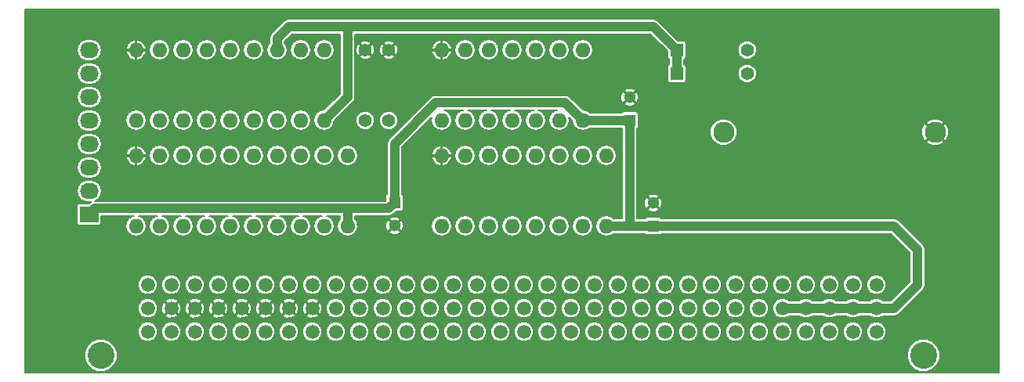
<source format=gbr>
G04 #@! TF.FileFunction,Copper,L1,Top,Signal*
%FSLAX46Y46*%
G04 Gerber Fmt 4.6, Leading zero omitted, Abs format (unit mm)*
G04 Created by KiCad (PCBNEW 4.0.1-stable) date 11.07.2016 22:37:14*
%MOMM*%
G01*
G04 APERTURE LIST*
%ADD10C,0.100000*%
%ADD11C,0.599440*%
%ADD12O,1.600000X1.600000*%
%ADD13C,1.501140*%
%ADD14C,2.900680*%
%ADD15R,1.300000X1.300000*%
%ADD16C,1.300000*%
%ADD17R,1.397000X1.397000*%
%ADD18C,1.397000*%
%ADD19C,2.286000*%
%ADD20R,2.032000X1.727200*%
%ADD21O,2.032000X1.727200*%
%ADD22C,1.000000*%
%ADD23C,0.127000*%
G04 APERTURE END LIST*
D10*
D11*
X123825000Y-125095000D03*
X123825000Y-131445000D03*
X112395000Y-131445000D03*
X118110000Y-131445000D03*
X106045000Y-131445000D03*
X80645000Y-109220000D03*
X81915000Y-130810000D03*
X83820000Y-123825000D03*
X118110000Y-125095000D03*
X112395000Y-125095000D03*
X141605000Y-106680000D03*
X141605000Y-115570000D03*
X141605000Y-133350000D03*
X141605000Y-142240000D03*
X141605000Y-124460000D03*
X41275000Y-124460000D03*
X41275000Y-142240000D03*
X41275000Y-133350000D03*
X41275000Y-115570000D03*
X55880000Y-112395000D03*
X50800000Y-112395000D03*
D12*
X99060000Y-109220000D03*
X96520000Y-109220000D03*
X93980000Y-109220000D03*
X91440000Y-109220000D03*
X88900000Y-109220000D03*
X86360000Y-109220000D03*
X83820000Y-109220000D03*
X83820000Y-116840000D03*
X86360000Y-116840000D03*
X88900000Y-116840000D03*
X91440000Y-116840000D03*
X93980000Y-116840000D03*
X96520000Y-116840000D03*
X99060000Y-116840000D03*
D13*
X130810000Y-139700000D03*
X128270000Y-139700000D03*
X123190000Y-139700000D03*
X125730000Y-139700000D03*
X120650000Y-139700000D03*
X118110000Y-139700000D03*
X115570000Y-139700000D03*
X113030000Y-139700000D03*
X110490000Y-139700000D03*
X107950000Y-139700000D03*
X105410000Y-139700000D03*
X102870000Y-139700000D03*
X100330000Y-139700000D03*
X97790000Y-139700000D03*
X95250000Y-139700000D03*
X92710000Y-139700000D03*
X90170000Y-139700000D03*
X87630000Y-139700000D03*
X85090000Y-139700000D03*
X82550000Y-139700000D03*
X80010000Y-139700000D03*
X77470000Y-139700000D03*
X74930000Y-139700000D03*
X72390000Y-139700000D03*
X69850000Y-139700000D03*
X67310000Y-139700000D03*
X64770000Y-139700000D03*
X62230000Y-139700000D03*
X59690000Y-139700000D03*
X57150000Y-139700000D03*
X54610000Y-139700000D03*
X52070000Y-139700000D03*
X52070000Y-137160000D03*
X54610000Y-137160000D03*
X57150000Y-137160000D03*
X59690000Y-137160000D03*
X62230000Y-137160000D03*
X64770000Y-137160000D03*
X67310000Y-137160000D03*
X69850000Y-137160000D03*
X72390000Y-137160000D03*
X74930000Y-137160000D03*
X77470000Y-137160000D03*
X80010000Y-137160000D03*
X82550000Y-137160000D03*
X85090000Y-137160000D03*
X87630000Y-137160000D03*
X90170000Y-137160000D03*
X92710000Y-137160000D03*
X95250000Y-137160000D03*
X97790000Y-137160000D03*
X100330000Y-137160000D03*
X102870000Y-137160000D03*
X105410000Y-137160000D03*
X107950000Y-137160000D03*
X110490000Y-137160000D03*
X113030000Y-137160000D03*
X115570000Y-137160000D03*
X118110000Y-137160000D03*
X120650000Y-137160000D03*
X125730000Y-137160000D03*
X123190000Y-137160000D03*
X128270000Y-137160000D03*
X130810000Y-137160000D03*
X130810000Y-134620000D03*
X128270000Y-134620000D03*
X123190000Y-134620000D03*
X125730000Y-134620000D03*
X120650000Y-134620000D03*
X118110000Y-134620000D03*
X115570000Y-134620000D03*
X113030000Y-134620000D03*
X110490000Y-134620000D03*
X107950000Y-134620000D03*
X105410000Y-134620000D03*
X102870000Y-134620000D03*
X100330000Y-134620000D03*
X97790000Y-134620000D03*
X95250000Y-134620000D03*
X92710000Y-134620000D03*
X90170000Y-134620000D03*
X87630000Y-134620000D03*
X85090000Y-134620000D03*
X82550000Y-134620000D03*
X80010000Y-134620000D03*
X77470000Y-134620000D03*
X74930000Y-134620000D03*
X72390000Y-134620000D03*
X69850000Y-134620000D03*
X67310000Y-134620000D03*
X64770000Y-134620000D03*
X62230000Y-134620000D03*
X59690000Y-134620000D03*
X57150000Y-134620000D03*
X54610000Y-134620000D03*
X52070000Y-134620000D03*
D14*
X46990000Y-142240000D03*
X135890000Y-142240000D03*
D15*
X106680000Y-128270000D03*
D16*
X106680000Y-125770000D03*
D17*
X109220000Y-111760000D03*
D18*
X116840000Y-111760000D03*
D15*
X104140000Y-116840000D03*
D16*
X104140000Y-114340000D03*
D17*
X109220000Y-109220000D03*
D18*
X116840000Y-109220000D03*
D15*
X78740000Y-125730000D03*
D16*
X78740000Y-128230000D03*
D12*
X101600000Y-120650000D03*
X99060000Y-120650000D03*
X96520000Y-120650000D03*
X93980000Y-120650000D03*
X91440000Y-120650000D03*
X88900000Y-120650000D03*
X86360000Y-120650000D03*
X83820000Y-120650000D03*
X83820000Y-128270000D03*
X86360000Y-128270000D03*
X88900000Y-128270000D03*
X91440000Y-128270000D03*
X93980000Y-128270000D03*
X96520000Y-128270000D03*
X99060000Y-128270000D03*
X101600000Y-128270000D03*
X71120000Y-109220000D03*
X68580000Y-109220000D03*
X66040000Y-109220000D03*
X63500000Y-109220000D03*
X60960000Y-109220000D03*
X58420000Y-109220000D03*
X55880000Y-109220000D03*
X53340000Y-109220000D03*
X50800000Y-109220000D03*
X50800000Y-116840000D03*
X53340000Y-116840000D03*
X55880000Y-116840000D03*
X58420000Y-116840000D03*
X60960000Y-116840000D03*
X63500000Y-116840000D03*
X66040000Y-116840000D03*
X68580000Y-116840000D03*
X71120000Y-116840000D03*
X73660000Y-120650000D03*
X71120000Y-120650000D03*
X68580000Y-120650000D03*
X66040000Y-120650000D03*
X63500000Y-120650000D03*
X60960000Y-120650000D03*
X58420000Y-120650000D03*
X55880000Y-120650000D03*
X53340000Y-120650000D03*
X50800000Y-120650000D03*
X50800000Y-128270000D03*
X53340000Y-128270000D03*
X55880000Y-128270000D03*
X58420000Y-128270000D03*
X60960000Y-128270000D03*
X63500000Y-128270000D03*
X66040000Y-128270000D03*
X68580000Y-128270000D03*
X71120000Y-128270000D03*
X73660000Y-128270000D03*
D18*
X78105000Y-109220000D03*
X78105000Y-116840000D03*
X75565000Y-109220000D03*
X75565000Y-116840000D03*
D11*
X41275000Y-106680000D03*
D19*
X137160000Y-118110000D03*
X114300000Y-118110000D03*
D20*
X45720000Y-127000000D03*
D21*
X45720000Y-124460000D03*
X45720000Y-121920000D03*
X45720000Y-119380000D03*
X45720000Y-116840000D03*
X45720000Y-114300000D03*
X45720000Y-111760000D03*
X45720000Y-109220000D03*
D22*
X83820000Y-114935000D02*
X97155000Y-114935000D01*
X97155000Y-114935000D02*
X99060000Y-116840000D01*
X120650000Y-137160000D02*
X123190000Y-137160000D01*
X123190000Y-137160000D02*
X125730000Y-137160000D01*
X125730000Y-137160000D02*
X128270000Y-137160000D01*
X128270000Y-137160000D02*
X130810000Y-137160000D01*
X130810000Y-137160000D02*
X132715000Y-137160000D01*
X132715000Y-137160000D02*
X135255000Y-134620000D01*
X135255000Y-134620000D02*
X135255000Y-130810000D01*
X135255000Y-130810000D02*
X132715000Y-128270000D01*
X132715000Y-128270000D02*
X106680000Y-128270000D01*
X73660000Y-128270000D02*
X73660000Y-126365000D01*
X78740000Y-125730000D02*
X78105000Y-126365000D01*
X78105000Y-126365000D02*
X73660000Y-126365000D01*
X73660000Y-126365000D02*
X47625000Y-126365000D01*
X78740000Y-125730000D02*
X78740000Y-119380000D01*
X78740000Y-119380000D02*
X83185000Y-114935000D01*
X83185000Y-114935000D02*
X83820000Y-114935000D01*
X83185000Y-114935000D02*
X83820000Y-114935000D01*
X104140000Y-116840000D02*
X104140000Y-128270000D01*
X101600000Y-128270000D02*
X104140000Y-128270000D01*
X104140000Y-128270000D02*
X106680000Y-128270000D01*
X99060000Y-116840000D02*
X104140000Y-116840000D01*
X45720000Y-127000000D02*
X46355000Y-126365000D01*
X46355000Y-126365000D02*
X47625000Y-126365000D01*
X73660000Y-106680000D02*
X73660000Y-114300000D01*
X73660000Y-114300000D02*
X71120000Y-116840000D01*
X66040000Y-109220000D02*
X66040000Y-107950000D01*
X67310000Y-106680000D02*
X73660000Y-106680000D01*
X73660000Y-106680000D02*
X83185000Y-106680000D01*
X66040000Y-107950000D02*
X67310000Y-106680000D01*
X109220000Y-109220000D02*
X106680000Y-106680000D01*
X106680000Y-106680000D02*
X83185000Y-106680000D01*
X109220000Y-111760000D02*
X109220000Y-109220000D01*
D23*
G36*
X144081500Y-144081500D02*
X38798500Y-144081500D01*
X38798500Y-142590102D01*
X45221854Y-142590102D01*
X45490424Y-143240093D01*
X45987292Y-143737828D01*
X46636812Y-144007532D01*
X47340102Y-144008146D01*
X47990093Y-143739576D01*
X48487828Y-143242708D01*
X48757532Y-142593188D01*
X48757534Y-142590102D01*
X134121854Y-142590102D01*
X134390424Y-143240093D01*
X134887292Y-143737828D01*
X135536812Y-144007532D01*
X136240102Y-144008146D01*
X136890093Y-143739576D01*
X137387828Y-143242708D01*
X137657532Y-142593188D01*
X137658146Y-141889898D01*
X137389576Y-141239907D01*
X136892708Y-140742172D01*
X136243188Y-140472468D01*
X135539898Y-140471854D01*
X134889907Y-140740424D01*
X134392172Y-141237292D01*
X134122468Y-141886812D01*
X134121854Y-142590102D01*
X48757534Y-142590102D01*
X48758146Y-141889898D01*
X48489576Y-141239907D01*
X47992708Y-140742172D01*
X47343188Y-140472468D01*
X46639898Y-140471854D01*
X45989907Y-140740424D01*
X45492172Y-141237292D01*
X45222468Y-141886812D01*
X45221854Y-142590102D01*
X38798500Y-142590102D01*
X38798500Y-139911520D01*
X51001745Y-139911520D01*
X51164006Y-140304223D01*
X51464197Y-140604938D01*
X51856616Y-140767884D01*
X52281520Y-140768255D01*
X52674223Y-140605994D01*
X52974938Y-140305803D01*
X53137884Y-139913384D01*
X53137885Y-139911520D01*
X53541745Y-139911520D01*
X53704006Y-140304223D01*
X54004197Y-140604938D01*
X54396616Y-140767884D01*
X54821520Y-140768255D01*
X55214223Y-140605994D01*
X55514938Y-140305803D01*
X55677884Y-139913384D01*
X55677885Y-139911520D01*
X56081745Y-139911520D01*
X56244006Y-140304223D01*
X56544197Y-140604938D01*
X56936616Y-140767884D01*
X57361520Y-140768255D01*
X57754223Y-140605994D01*
X58054938Y-140305803D01*
X58217884Y-139913384D01*
X58217885Y-139911520D01*
X58621745Y-139911520D01*
X58784006Y-140304223D01*
X59084197Y-140604938D01*
X59476616Y-140767884D01*
X59901520Y-140768255D01*
X60294223Y-140605994D01*
X60594938Y-140305803D01*
X60757884Y-139913384D01*
X60757885Y-139911520D01*
X61161745Y-139911520D01*
X61324006Y-140304223D01*
X61624197Y-140604938D01*
X62016616Y-140767884D01*
X62441520Y-140768255D01*
X62834223Y-140605994D01*
X63134938Y-140305803D01*
X63297884Y-139913384D01*
X63297885Y-139911520D01*
X63701745Y-139911520D01*
X63864006Y-140304223D01*
X64164197Y-140604938D01*
X64556616Y-140767884D01*
X64981520Y-140768255D01*
X65374223Y-140605994D01*
X65674938Y-140305803D01*
X65837884Y-139913384D01*
X65837885Y-139911520D01*
X66241745Y-139911520D01*
X66404006Y-140304223D01*
X66704197Y-140604938D01*
X67096616Y-140767884D01*
X67521520Y-140768255D01*
X67914223Y-140605994D01*
X68214938Y-140305803D01*
X68377884Y-139913384D01*
X68377885Y-139911520D01*
X68781745Y-139911520D01*
X68944006Y-140304223D01*
X69244197Y-140604938D01*
X69636616Y-140767884D01*
X70061520Y-140768255D01*
X70454223Y-140605994D01*
X70754938Y-140305803D01*
X70917884Y-139913384D01*
X70917885Y-139911520D01*
X71321745Y-139911520D01*
X71484006Y-140304223D01*
X71784197Y-140604938D01*
X72176616Y-140767884D01*
X72601520Y-140768255D01*
X72994223Y-140605994D01*
X73294938Y-140305803D01*
X73457884Y-139913384D01*
X73457885Y-139911520D01*
X73861745Y-139911520D01*
X74024006Y-140304223D01*
X74324197Y-140604938D01*
X74716616Y-140767884D01*
X75141520Y-140768255D01*
X75534223Y-140605994D01*
X75834938Y-140305803D01*
X75997884Y-139913384D01*
X75997885Y-139911520D01*
X76401745Y-139911520D01*
X76564006Y-140304223D01*
X76864197Y-140604938D01*
X77256616Y-140767884D01*
X77681520Y-140768255D01*
X78074223Y-140605994D01*
X78374938Y-140305803D01*
X78537884Y-139913384D01*
X78537885Y-139911520D01*
X78941745Y-139911520D01*
X79104006Y-140304223D01*
X79404197Y-140604938D01*
X79796616Y-140767884D01*
X80221520Y-140768255D01*
X80614223Y-140605994D01*
X80914938Y-140305803D01*
X81077884Y-139913384D01*
X81077885Y-139911520D01*
X81481745Y-139911520D01*
X81644006Y-140304223D01*
X81944197Y-140604938D01*
X82336616Y-140767884D01*
X82761520Y-140768255D01*
X83154223Y-140605994D01*
X83454938Y-140305803D01*
X83617884Y-139913384D01*
X83617885Y-139911520D01*
X84021745Y-139911520D01*
X84184006Y-140304223D01*
X84484197Y-140604938D01*
X84876616Y-140767884D01*
X85301520Y-140768255D01*
X85694223Y-140605994D01*
X85994938Y-140305803D01*
X86157884Y-139913384D01*
X86157885Y-139911520D01*
X86561745Y-139911520D01*
X86724006Y-140304223D01*
X87024197Y-140604938D01*
X87416616Y-140767884D01*
X87841520Y-140768255D01*
X88234223Y-140605994D01*
X88534938Y-140305803D01*
X88697884Y-139913384D01*
X88697885Y-139911520D01*
X89101745Y-139911520D01*
X89264006Y-140304223D01*
X89564197Y-140604938D01*
X89956616Y-140767884D01*
X90381520Y-140768255D01*
X90774223Y-140605994D01*
X91074938Y-140305803D01*
X91237884Y-139913384D01*
X91237885Y-139911520D01*
X91641745Y-139911520D01*
X91804006Y-140304223D01*
X92104197Y-140604938D01*
X92496616Y-140767884D01*
X92921520Y-140768255D01*
X93314223Y-140605994D01*
X93614938Y-140305803D01*
X93777884Y-139913384D01*
X93777885Y-139911520D01*
X94181745Y-139911520D01*
X94344006Y-140304223D01*
X94644197Y-140604938D01*
X95036616Y-140767884D01*
X95461520Y-140768255D01*
X95854223Y-140605994D01*
X96154938Y-140305803D01*
X96317884Y-139913384D01*
X96317885Y-139911520D01*
X96721745Y-139911520D01*
X96884006Y-140304223D01*
X97184197Y-140604938D01*
X97576616Y-140767884D01*
X98001520Y-140768255D01*
X98394223Y-140605994D01*
X98694938Y-140305803D01*
X98857884Y-139913384D01*
X98857885Y-139911520D01*
X99261745Y-139911520D01*
X99424006Y-140304223D01*
X99724197Y-140604938D01*
X100116616Y-140767884D01*
X100541520Y-140768255D01*
X100934223Y-140605994D01*
X101234938Y-140305803D01*
X101397884Y-139913384D01*
X101397885Y-139911520D01*
X101801745Y-139911520D01*
X101964006Y-140304223D01*
X102264197Y-140604938D01*
X102656616Y-140767884D01*
X103081520Y-140768255D01*
X103474223Y-140605994D01*
X103774938Y-140305803D01*
X103937884Y-139913384D01*
X103937885Y-139911520D01*
X104341745Y-139911520D01*
X104504006Y-140304223D01*
X104804197Y-140604938D01*
X105196616Y-140767884D01*
X105621520Y-140768255D01*
X106014223Y-140605994D01*
X106314938Y-140305803D01*
X106477884Y-139913384D01*
X106477885Y-139911520D01*
X106881745Y-139911520D01*
X107044006Y-140304223D01*
X107344197Y-140604938D01*
X107736616Y-140767884D01*
X108161520Y-140768255D01*
X108554223Y-140605994D01*
X108854938Y-140305803D01*
X109017884Y-139913384D01*
X109017885Y-139911520D01*
X109421745Y-139911520D01*
X109584006Y-140304223D01*
X109884197Y-140604938D01*
X110276616Y-140767884D01*
X110701520Y-140768255D01*
X111094223Y-140605994D01*
X111394938Y-140305803D01*
X111557884Y-139913384D01*
X111557885Y-139911520D01*
X111961745Y-139911520D01*
X112124006Y-140304223D01*
X112424197Y-140604938D01*
X112816616Y-140767884D01*
X113241520Y-140768255D01*
X113634223Y-140605994D01*
X113934938Y-140305803D01*
X114097884Y-139913384D01*
X114097885Y-139911520D01*
X114501745Y-139911520D01*
X114664006Y-140304223D01*
X114964197Y-140604938D01*
X115356616Y-140767884D01*
X115781520Y-140768255D01*
X116174223Y-140605994D01*
X116474938Y-140305803D01*
X116637884Y-139913384D01*
X116637885Y-139911520D01*
X117041745Y-139911520D01*
X117204006Y-140304223D01*
X117504197Y-140604938D01*
X117896616Y-140767884D01*
X118321520Y-140768255D01*
X118714223Y-140605994D01*
X119014938Y-140305803D01*
X119177884Y-139913384D01*
X119177885Y-139911520D01*
X119581745Y-139911520D01*
X119744006Y-140304223D01*
X120044197Y-140604938D01*
X120436616Y-140767884D01*
X120861520Y-140768255D01*
X121254223Y-140605994D01*
X121554938Y-140305803D01*
X121717884Y-139913384D01*
X121717885Y-139911520D01*
X122121745Y-139911520D01*
X122284006Y-140304223D01*
X122584197Y-140604938D01*
X122976616Y-140767884D01*
X123401520Y-140768255D01*
X123794223Y-140605994D01*
X124094938Y-140305803D01*
X124257884Y-139913384D01*
X124257885Y-139911520D01*
X124661745Y-139911520D01*
X124824006Y-140304223D01*
X125124197Y-140604938D01*
X125516616Y-140767884D01*
X125941520Y-140768255D01*
X126334223Y-140605994D01*
X126634938Y-140305803D01*
X126797884Y-139913384D01*
X126797885Y-139911520D01*
X127201745Y-139911520D01*
X127364006Y-140304223D01*
X127664197Y-140604938D01*
X128056616Y-140767884D01*
X128481520Y-140768255D01*
X128874223Y-140605994D01*
X129174938Y-140305803D01*
X129337884Y-139913384D01*
X129337885Y-139911520D01*
X129741745Y-139911520D01*
X129904006Y-140304223D01*
X130204197Y-140604938D01*
X130596616Y-140767884D01*
X131021520Y-140768255D01*
X131414223Y-140605994D01*
X131714938Y-140305803D01*
X131877884Y-139913384D01*
X131878255Y-139488480D01*
X131715994Y-139095777D01*
X131415803Y-138795062D01*
X131023384Y-138632116D01*
X130598480Y-138631745D01*
X130205777Y-138794006D01*
X129905062Y-139094197D01*
X129742116Y-139486616D01*
X129741745Y-139911520D01*
X129337885Y-139911520D01*
X129338255Y-139488480D01*
X129175994Y-139095777D01*
X128875803Y-138795062D01*
X128483384Y-138632116D01*
X128058480Y-138631745D01*
X127665777Y-138794006D01*
X127365062Y-139094197D01*
X127202116Y-139486616D01*
X127201745Y-139911520D01*
X126797885Y-139911520D01*
X126798255Y-139488480D01*
X126635994Y-139095777D01*
X126335803Y-138795062D01*
X125943384Y-138632116D01*
X125518480Y-138631745D01*
X125125777Y-138794006D01*
X124825062Y-139094197D01*
X124662116Y-139486616D01*
X124661745Y-139911520D01*
X124257885Y-139911520D01*
X124258255Y-139488480D01*
X124095994Y-139095777D01*
X123795803Y-138795062D01*
X123403384Y-138632116D01*
X122978480Y-138631745D01*
X122585777Y-138794006D01*
X122285062Y-139094197D01*
X122122116Y-139486616D01*
X122121745Y-139911520D01*
X121717885Y-139911520D01*
X121718255Y-139488480D01*
X121555994Y-139095777D01*
X121255803Y-138795062D01*
X120863384Y-138632116D01*
X120438480Y-138631745D01*
X120045777Y-138794006D01*
X119745062Y-139094197D01*
X119582116Y-139486616D01*
X119581745Y-139911520D01*
X119177885Y-139911520D01*
X119178255Y-139488480D01*
X119015994Y-139095777D01*
X118715803Y-138795062D01*
X118323384Y-138632116D01*
X117898480Y-138631745D01*
X117505777Y-138794006D01*
X117205062Y-139094197D01*
X117042116Y-139486616D01*
X117041745Y-139911520D01*
X116637885Y-139911520D01*
X116638255Y-139488480D01*
X116475994Y-139095777D01*
X116175803Y-138795062D01*
X115783384Y-138632116D01*
X115358480Y-138631745D01*
X114965777Y-138794006D01*
X114665062Y-139094197D01*
X114502116Y-139486616D01*
X114501745Y-139911520D01*
X114097885Y-139911520D01*
X114098255Y-139488480D01*
X113935994Y-139095777D01*
X113635803Y-138795062D01*
X113243384Y-138632116D01*
X112818480Y-138631745D01*
X112425777Y-138794006D01*
X112125062Y-139094197D01*
X111962116Y-139486616D01*
X111961745Y-139911520D01*
X111557885Y-139911520D01*
X111558255Y-139488480D01*
X111395994Y-139095777D01*
X111095803Y-138795062D01*
X110703384Y-138632116D01*
X110278480Y-138631745D01*
X109885777Y-138794006D01*
X109585062Y-139094197D01*
X109422116Y-139486616D01*
X109421745Y-139911520D01*
X109017885Y-139911520D01*
X109018255Y-139488480D01*
X108855994Y-139095777D01*
X108555803Y-138795062D01*
X108163384Y-138632116D01*
X107738480Y-138631745D01*
X107345777Y-138794006D01*
X107045062Y-139094197D01*
X106882116Y-139486616D01*
X106881745Y-139911520D01*
X106477885Y-139911520D01*
X106478255Y-139488480D01*
X106315994Y-139095777D01*
X106015803Y-138795062D01*
X105623384Y-138632116D01*
X105198480Y-138631745D01*
X104805777Y-138794006D01*
X104505062Y-139094197D01*
X104342116Y-139486616D01*
X104341745Y-139911520D01*
X103937885Y-139911520D01*
X103938255Y-139488480D01*
X103775994Y-139095777D01*
X103475803Y-138795062D01*
X103083384Y-138632116D01*
X102658480Y-138631745D01*
X102265777Y-138794006D01*
X101965062Y-139094197D01*
X101802116Y-139486616D01*
X101801745Y-139911520D01*
X101397885Y-139911520D01*
X101398255Y-139488480D01*
X101235994Y-139095777D01*
X100935803Y-138795062D01*
X100543384Y-138632116D01*
X100118480Y-138631745D01*
X99725777Y-138794006D01*
X99425062Y-139094197D01*
X99262116Y-139486616D01*
X99261745Y-139911520D01*
X98857885Y-139911520D01*
X98858255Y-139488480D01*
X98695994Y-139095777D01*
X98395803Y-138795062D01*
X98003384Y-138632116D01*
X97578480Y-138631745D01*
X97185777Y-138794006D01*
X96885062Y-139094197D01*
X96722116Y-139486616D01*
X96721745Y-139911520D01*
X96317885Y-139911520D01*
X96318255Y-139488480D01*
X96155994Y-139095777D01*
X95855803Y-138795062D01*
X95463384Y-138632116D01*
X95038480Y-138631745D01*
X94645777Y-138794006D01*
X94345062Y-139094197D01*
X94182116Y-139486616D01*
X94181745Y-139911520D01*
X93777885Y-139911520D01*
X93778255Y-139488480D01*
X93615994Y-139095777D01*
X93315803Y-138795062D01*
X92923384Y-138632116D01*
X92498480Y-138631745D01*
X92105777Y-138794006D01*
X91805062Y-139094197D01*
X91642116Y-139486616D01*
X91641745Y-139911520D01*
X91237885Y-139911520D01*
X91238255Y-139488480D01*
X91075994Y-139095777D01*
X90775803Y-138795062D01*
X90383384Y-138632116D01*
X89958480Y-138631745D01*
X89565777Y-138794006D01*
X89265062Y-139094197D01*
X89102116Y-139486616D01*
X89101745Y-139911520D01*
X88697885Y-139911520D01*
X88698255Y-139488480D01*
X88535994Y-139095777D01*
X88235803Y-138795062D01*
X87843384Y-138632116D01*
X87418480Y-138631745D01*
X87025777Y-138794006D01*
X86725062Y-139094197D01*
X86562116Y-139486616D01*
X86561745Y-139911520D01*
X86157885Y-139911520D01*
X86158255Y-139488480D01*
X85995994Y-139095777D01*
X85695803Y-138795062D01*
X85303384Y-138632116D01*
X84878480Y-138631745D01*
X84485777Y-138794006D01*
X84185062Y-139094197D01*
X84022116Y-139486616D01*
X84021745Y-139911520D01*
X83617885Y-139911520D01*
X83618255Y-139488480D01*
X83455994Y-139095777D01*
X83155803Y-138795062D01*
X82763384Y-138632116D01*
X82338480Y-138631745D01*
X81945777Y-138794006D01*
X81645062Y-139094197D01*
X81482116Y-139486616D01*
X81481745Y-139911520D01*
X81077885Y-139911520D01*
X81078255Y-139488480D01*
X80915994Y-139095777D01*
X80615803Y-138795062D01*
X80223384Y-138632116D01*
X79798480Y-138631745D01*
X79405777Y-138794006D01*
X79105062Y-139094197D01*
X78942116Y-139486616D01*
X78941745Y-139911520D01*
X78537885Y-139911520D01*
X78538255Y-139488480D01*
X78375994Y-139095777D01*
X78075803Y-138795062D01*
X77683384Y-138632116D01*
X77258480Y-138631745D01*
X76865777Y-138794006D01*
X76565062Y-139094197D01*
X76402116Y-139486616D01*
X76401745Y-139911520D01*
X75997885Y-139911520D01*
X75998255Y-139488480D01*
X75835994Y-139095777D01*
X75535803Y-138795062D01*
X75143384Y-138632116D01*
X74718480Y-138631745D01*
X74325777Y-138794006D01*
X74025062Y-139094197D01*
X73862116Y-139486616D01*
X73861745Y-139911520D01*
X73457885Y-139911520D01*
X73458255Y-139488480D01*
X73295994Y-139095777D01*
X72995803Y-138795062D01*
X72603384Y-138632116D01*
X72178480Y-138631745D01*
X71785777Y-138794006D01*
X71485062Y-139094197D01*
X71322116Y-139486616D01*
X71321745Y-139911520D01*
X70917885Y-139911520D01*
X70918255Y-139488480D01*
X70755994Y-139095777D01*
X70455803Y-138795062D01*
X70063384Y-138632116D01*
X69638480Y-138631745D01*
X69245777Y-138794006D01*
X68945062Y-139094197D01*
X68782116Y-139486616D01*
X68781745Y-139911520D01*
X68377885Y-139911520D01*
X68378255Y-139488480D01*
X68215994Y-139095777D01*
X67915803Y-138795062D01*
X67523384Y-138632116D01*
X67098480Y-138631745D01*
X66705777Y-138794006D01*
X66405062Y-139094197D01*
X66242116Y-139486616D01*
X66241745Y-139911520D01*
X65837885Y-139911520D01*
X65838255Y-139488480D01*
X65675994Y-139095777D01*
X65375803Y-138795062D01*
X64983384Y-138632116D01*
X64558480Y-138631745D01*
X64165777Y-138794006D01*
X63865062Y-139094197D01*
X63702116Y-139486616D01*
X63701745Y-139911520D01*
X63297885Y-139911520D01*
X63298255Y-139488480D01*
X63135994Y-139095777D01*
X62835803Y-138795062D01*
X62443384Y-138632116D01*
X62018480Y-138631745D01*
X61625777Y-138794006D01*
X61325062Y-139094197D01*
X61162116Y-139486616D01*
X61161745Y-139911520D01*
X60757885Y-139911520D01*
X60758255Y-139488480D01*
X60595994Y-139095777D01*
X60295803Y-138795062D01*
X59903384Y-138632116D01*
X59478480Y-138631745D01*
X59085777Y-138794006D01*
X58785062Y-139094197D01*
X58622116Y-139486616D01*
X58621745Y-139911520D01*
X58217885Y-139911520D01*
X58218255Y-139488480D01*
X58055994Y-139095777D01*
X57755803Y-138795062D01*
X57363384Y-138632116D01*
X56938480Y-138631745D01*
X56545777Y-138794006D01*
X56245062Y-139094197D01*
X56082116Y-139486616D01*
X56081745Y-139911520D01*
X55677885Y-139911520D01*
X55678255Y-139488480D01*
X55515994Y-139095777D01*
X55215803Y-138795062D01*
X54823384Y-138632116D01*
X54398480Y-138631745D01*
X54005777Y-138794006D01*
X53705062Y-139094197D01*
X53542116Y-139486616D01*
X53541745Y-139911520D01*
X53137885Y-139911520D01*
X53138255Y-139488480D01*
X52975994Y-139095777D01*
X52675803Y-138795062D01*
X52283384Y-138632116D01*
X51858480Y-138631745D01*
X51465777Y-138794006D01*
X51165062Y-139094197D01*
X51002116Y-139486616D01*
X51001745Y-139911520D01*
X38798500Y-139911520D01*
X38798500Y-137371520D01*
X51001745Y-137371520D01*
X51164006Y-137764223D01*
X51464197Y-138064938D01*
X51856616Y-138227884D01*
X52281520Y-138228255D01*
X52674223Y-138065994D01*
X52823079Y-137917397D01*
X53942406Y-137917397D01*
X54022367Y-138076841D01*
X54417958Y-138231928D01*
X54842785Y-138223824D01*
X55197633Y-138076841D01*
X55277594Y-137917397D01*
X56482406Y-137917397D01*
X56562367Y-138076841D01*
X56957958Y-138231928D01*
X57382785Y-138223824D01*
X57737633Y-138076841D01*
X57817594Y-137917397D01*
X59022406Y-137917397D01*
X59102367Y-138076841D01*
X59497958Y-138231928D01*
X59922785Y-138223824D01*
X60277633Y-138076841D01*
X60357594Y-137917397D01*
X61562406Y-137917397D01*
X61642367Y-138076841D01*
X62037958Y-138231928D01*
X62462785Y-138223824D01*
X62817633Y-138076841D01*
X62897594Y-137917397D01*
X64102406Y-137917397D01*
X64182367Y-138076841D01*
X64577958Y-138231928D01*
X65002785Y-138223824D01*
X65357633Y-138076841D01*
X65437594Y-137917397D01*
X66642406Y-137917397D01*
X66722367Y-138076841D01*
X67117958Y-138231928D01*
X67542785Y-138223824D01*
X67897633Y-138076841D01*
X67977594Y-137917397D01*
X69182406Y-137917397D01*
X69262367Y-138076841D01*
X69657958Y-138231928D01*
X70082785Y-138223824D01*
X70437633Y-138076841D01*
X70517594Y-137917397D01*
X69850000Y-137249803D01*
X69182406Y-137917397D01*
X67977594Y-137917397D01*
X67310000Y-137249803D01*
X66642406Y-137917397D01*
X65437594Y-137917397D01*
X64770000Y-137249803D01*
X64102406Y-137917397D01*
X62897594Y-137917397D01*
X62230000Y-137249803D01*
X61562406Y-137917397D01*
X60357594Y-137917397D01*
X59690000Y-137249803D01*
X59022406Y-137917397D01*
X57817594Y-137917397D01*
X57150000Y-137249803D01*
X56482406Y-137917397D01*
X55277594Y-137917397D01*
X54610000Y-137249803D01*
X53942406Y-137917397D01*
X52823079Y-137917397D01*
X52974938Y-137765803D01*
X53137884Y-137373384D01*
X53138237Y-136967958D01*
X53538072Y-136967958D01*
X53546176Y-137392785D01*
X53693159Y-137747633D01*
X53852603Y-137827594D01*
X54520197Y-137160000D01*
X54699803Y-137160000D01*
X55367397Y-137827594D01*
X55526841Y-137747633D01*
X55681928Y-137352042D01*
X55674602Y-136967958D01*
X56078072Y-136967958D01*
X56086176Y-137392785D01*
X56233159Y-137747633D01*
X56392603Y-137827594D01*
X57060197Y-137160000D01*
X57239803Y-137160000D01*
X57907397Y-137827594D01*
X58066841Y-137747633D01*
X58221928Y-137352042D01*
X58214602Y-136967958D01*
X58618072Y-136967958D01*
X58626176Y-137392785D01*
X58773159Y-137747633D01*
X58932603Y-137827594D01*
X59600197Y-137160000D01*
X59779803Y-137160000D01*
X60447397Y-137827594D01*
X60606841Y-137747633D01*
X60761928Y-137352042D01*
X60754602Y-136967958D01*
X61158072Y-136967958D01*
X61166176Y-137392785D01*
X61313159Y-137747633D01*
X61472603Y-137827594D01*
X62140197Y-137160000D01*
X62319803Y-137160000D01*
X62987397Y-137827594D01*
X63146841Y-137747633D01*
X63301928Y-137352042D01*
X63294602Y-136967958D01*
X63698072Y-136967958D01*
X63706176Y-137392785D01*
X63853159Y-137747633D01*
X64012603Y-137827594D01*
X64680197Y-137160000D01*
X64859803Y-137160000D01*
X65527397Y-137827594D01*
X65686841Y-137747633D01*
X65841928Y-137352042D01*
X65834602Y-136967958D01*
X66238072Y-136967958D01*
X66246176Y-137392785D01*
X66393159Y-137747633D01*
X66552603Y-137827594D01*
X67220197Y-137160000D01*
X67399803Y-137160000D01*
X68067397Y-137827594D01*
X68226841Y-137747633D01*
X68381928Y-137352042D01*
X68374602Y-136967958D01*
X68778072Y-136967958D01*
X68786176Y-137392785D01*
X68933159Y-137747633D01*
X69092603Y-137827594D01*
X69760197Y-137160000D01*
X69939803Y-137160000D01*
X70607397Y-137827594D01*
X70766841Y-137747633D01*
X70914291Y-137371520D01*
X71321745Y-137371520D01*
X71484006Y-137764223D01*
X71784197Y-138064938D01*
X72176616Y-138227884D01*
X72601520Y-138228255D01*
X72994223Y-138065994D01*
X73294938Y-137765803D01*
X73457884Y-137373384D01*
X73457885Y-137371520D01*
X73861745Y-137371520D01*
X74024006Y-137764223D01*
X74324197Y-138064938D01*
X74716616Y-138227884D01*
X75141520Y-138228255D01*
X75534223Y-138065994D01*
X75834938Y-137765803D01*
X75997884Y-137373384D01*
X75997885Y-137371520D01*
X76401745Y-137371520D01*
X76564006Y-137764223D01*
X76864197Y-138064938D01*
X77256616Y-138227884D01*
X77681520Y-138228255D01*
X78074223Y-138065994D01*
X78374938Y-137765803D01*
X78537884Y-137373384D01*
X78537885Y-137371520D01*
X78941745Y-137371520D01*
X79104006Y-137764223D01*
X79404197Y-138064938D01*
X79796616Y-138227884D01*
X80221520Y-138228255D01*
X80614223Y-138065994D01*
X80914938Y-137765803D01*
X81077884Y-137373384D01*
X81077885Y-137371520D01*
X81481745Y-137371520D01*
X81644006Y-137764223D01*
X81944197Y-138064938D01*
X82336616Y-138227884D01*
X82761520Y-138228255D01*
X83154223Y-138065994D01*
X83454938Y-137765803D01*
X83617884Y-137373384D01*
X83617885Y-137371520D01*
X84021745Y-137371520D01*
X84184006Y-137764223D01*
X84484197Y-138064938D01*
X84876616Y-138227884D01*
X85301520Y-138228255D01*
X85694223Y-138065994D01*
X85994938Y-137765803D01*
X86157884Y-137373384D01*
X86157885Y-137371520D01*
X86561745Y-137371520D01*
X86724006Y-137764223D01*
X87024197Y-138064938D01*
X87416616Y-138227884D01*
X87841520Y-138228255D01*
X88234223Y-138065994D01*
X88534938Y-137765803D01*
X88697884Y-137373384D01*
X88697885Y-137371520D01*
X89101745Y-137371520D01*
X89264006Y-137764223D01*
X89564197Y-138064938D01*
X89956616Y-138227884D01*
X90381520Y-138228255D01*
X90774223Y-138065994D01*
X91074938Y-137765803D01*
X91237884Y-137373384D01*
X91237885Y-137371520D01*
X91641745Y-137371520D01*
X91804006Y-137764223D01*
X92104197Y-138064938D01*
X92496616Y-138227884D01*
X92921520Y-138228255D01*
X93314223Y-138065994D01*
X93614938Y-137765803D01*
X93777884Y-137373384D01*
X93777885Y-137371520D01*
X94181745Y-137371520D01*
X94344006Y-137764223D01*
X94644197Y-138064938D01*
X95036616Y-138227884D01*
X95461520Y-138228255D01*
X95854223Y-138065994D01*
X96154938Y-137765803D01*
X96317884Y-137373384D01*
X96317885Y-137371520D01*
X96721745Y-137371520D01*
X96884006Y-137764223D01*
X97184197Y-138064938D01*
X97576616Y-138227884D01*
X98001520Y-138228255D01*
X98394223Y-138065994D01*
X98694938Y-137765803D01*
X98857884Y-137373384D01*
X98857885Y-137371520D01*
X99261745Y-137371520D01*
X99424006Y-137764223D01*
X99724197Y-138064938D01*
X100116616Y-138227884D01*
X100541520Y-138228255D01*
X100934223Y-138065994D01*
X101234938Y-137765803D01*
X101397884Y-137373384D01*
X101397885Y-137371520D01*
X101801745Y-137371520D01*
X101964006Y-137764223D01*
X102264197Y-138064938D01*
X102656616Y-138227884D01*
X103081520Y-138228255D01*
X103474223Y-138065994D01*
X103774938Y-137765803D01*
X103937884Y-137373384D01*
X103937885Y-137371520D01*
X104341745Y-137371520D01*
X104504006Y-137764223D01*
X104804197Y-138064938D01*
X105196616Y-138227884D01*
X105621520Y-138228255D01*
X106014223Y-138065994D01*
X106314938Y-137765803D01*
X106477884Y-137373384D01*
X106477885Y-137371520D01*
X106881745Y-137371520D01*
X107044006Y-137764223D01*
X107344197Y-138064938D01*
X107736616Y-138227884D01*
X108161520Y-138228255D01*
X108554223Y-138065994D01*
X108854938Y-137765803D01*
X109017884Y-137373384D01*
X109017885Y-137371520D01*
X109421745Y-137371520D01*
X109584006Y-137764223D01*
X109884197Y-138064938D01*
X110276616Y-138227884D01*
X110701520Y-138228255D01*
X111094223Y-138065994D01*
X111394938Y-137765803D01*
X111557884Y-137373384D01*
X111557885Y-137371520D01*
X111961745Y-137371520D01*
X112124006Y-137764223D01*
X112424197Y-138064938D01*
X112816616Y-138227884D01*
X113241520Y-138228255D01*
X113634223Y-138065994D01*
X113934938Y-137765803D01*
X114097884Y-137373384D01*
X114097885Y-137371520D01*
X114501745Y-137371520D01*
X114664006Y-137764223D01*
X114964197Y-138064938D01*
X115356616Y-138227884D01*
X115781520Y-138228255D01*
X116174223Y-138065994D01*
X116474938Y-137765803D01*
X116637884Y-137373384D01*
X116637885Y-137371520D01*
X117041745Y-137371520D01*
X117204006Y-137764223D01*
X117504197Y-138064938D01*
X117896616Y-138227884D01*
X118321520Y-138228255D01*
X118714223Y-138065994D01*
X119014938Y-137765803D01*
X119177884Y-137373384D01*
X119178255Y-136948480D01*
X119015994Y-136555777D01*
X118715803Y-136255062D01*
X118323384Y-136092116D01*
X117898480Y-136091745D01*
X117505777Y-136254006D01*
X117205062Y-136554197D01*
X117042116Y-136946616D01*
X117041745Y-137371520D01*
X116637885Y-137371520D01*
X116638255Y-136948480D01*
X116475994Y-136555777D01*
X116175803Y-136255062D01*
X115783384Y-136092116D01*
X115358480Y-136091745D01*
X114965777Y-136254006D01*
X114665062Y-136554197D01*
X114502116Y-136946616D01*
X114501745Y-137371520D01*
X114097885Y-137371520D01*
X114098255Y-136948480D01*
X113935994Y-136555777D01*
X113635803Y-136255062D01*
X113243384Y-136092116D01*
X112818480Y-136091745D01*
X112425777Y-136254006D01*
X112125062Y-136554197D01*
X111962116Y-136946616D01*
X111961745Y-137371520D01*
X111557885Y-137371520D01*
X111558255Y-136948480D01*
X111395994Y-136555777D01*
X111095803Y-136255062D01*
X110703384Y-136092116D01*
X110278480Y-136091745D01*
X109885777Y-136254006D01*
X109585062Y-136554197D01*
X109422116Y-136946616D01*
X109421745Y-137371520D01*
X109017885Y-137371520D01*
X109018255Y-136948480D01*
X108855994Y-136555777D01*
X108555803Y-136255062D01*
X108163384Y-136092116D01*
X107738480Y-136091745D01*
X107345777Y-136254006D01*
X107045062Y-136554197D01*
X106882116Y-136946616D01*
X106881745Y-137371520D01*
X106477885Y-137371520D01*
X106478255Y-136948480D01*
X106315994Y-136555777D01*
X106015803Y-136255062D01*
X105623384Y-136092116D01*
X105198480Y-136091745D01*
X104805777Y-136254006D01*
X104505062Y-136554197D01*
X104342116Y-136946616D01*
X104341745Y-137371520D01*
X103937885Y-137371520D01*
X103938255Y-136948480D01*
X103775994Y-136555777D01*
X103475803Y-136255062D01*
X103083384Y-136092116D01*
X102658480Y-136091745D01*
X102265777Y-136254006D01*
X101965062Y-136554197D01*
X101802116Y-136946616D01*
X101801745Y-137371520D01*
X101397885Y-137371520D01*
X101398255Y-136948480D01*
X101235994Y-136555777D01*
X100935803Y-136255062D01*
X100543384Y-136092116D01*
X100118480Y-136091745D01*
X99725777Y-136254006D01*
X99425062Y-136554197D01*
X99262116Y-136946616D01*
X99261745Y-137371520D01*
X98857885Y-137371520D01*
X98858255Y-136948480D01*
X98695994Y-136555777D01*
X98395803Y-136255062D01*
X98003384Y-136092116D01*
X97578480Y-136091745D01*
X97185777Y-136254006D01*
X96885062Y-136554197D01*
X96722116Y-136946616D01*
X96721745Y-137371520D01*
X96317885Y-137371520D01*
X96318255Y-136948480D01*
X96155994Y-136555777D01*
X95855803Y-136255062D01*
X95463384Y-136092116D01*
X95038480Y-136091745D01*
X94645777Y-136254006D01*
X94345062Y-136554197D01*
X94182116Y-136946616D01*
X94181745Y-137371520D01*
X93777885Y-137371520D01*
X93778255Y-136948480D01*
X93615994Y-136555777D01*
X93315803Y-136255062D01*
X92923384Y-136092116D01*
X92498480Y-136091745D01*
X92105777Y-136254006D01*
X91805062Y-136554197D01*
X91642116Y-136946616D01*
X91641745Y-137371520D01*
X91237885Y-137371520D01*
X91238255Y-136948480D01*
X91075994Y-136555777D01*
X90775803Y-136255062D01*
X90383384Y-136092116D01*
X89958480Y-136091745D01*
X89565777Y-136254006D01*
X89265062Y-136554197D01*
X89102116Y-136946616D01*
X89101745Y-137371520D01*
X88697885Y-137371520D01*
X88698255Y-136948480D01*
X88535994Y-136555777D01*
X88235803Y-136255062D01*
X87843384Y-136092116D01*
X87418480Y-136091745D01*
X87025777Y-136254006D01*
X86725062Y-136554197D01*
X86562116Y-136946616D01*
X86561745Y-137371520D01*
X86157885Y-137371520D01*
X86158255Y-136948480D01*
X85995994Y-136555777D01*
X85695803Y-136255062D01*
X85303384Y-136092116D01*
X84878480Y-136091745D01*
X84485777Y-136254006D01*
X84185062Y-136554197D01*
X84022116Y-136946616D01*
X84021745Y-137371520D01*
X83617885Y-137371520D01*
X83618255Y-136948480D01*
X83455994Y-136555777D01*
X83155803Y-136255062D01*
X82763384Y-136092116D01*
X82338480Y-136091745D01*
X81945777Y-136254006D01*
X81645062Y-136554197D01*
X81482116Y-136946616D01*
X81481745Y-137371520D01*
X81077885Y-137371520D01*
X81078255Y-136948480D01*
X80915994Y-136555777D01*
X80615803Y-136255062D01*
X80223384Y-136092116D01*
X79798480Y-136091745D01*
X79405777Y-136254006D01*
X79105062Y-136554197D01*
X78942116Y-136946616D01*
X78941745Y-137371520D01*
X78537885Y-137371520D01*
X78538255Y-136948480D01*
X78375994Y-136555777D01*
X78075803Y-136255062D01*
X77683384Y-136092116D01*
X77258480Y-136091745D01*
X76865777Y-136254006D01*
X76565062Y-136554197D01*
X76402116Y-136946616D01*
X76401745Y-137371520D01*
X75997885Y-137371520D01*
X75998255Y-136948480D01*
X75835994Y-136555777D01*
X75535803Y-136255062D01*
X75143384Y-136092116D01*
X74718480Y-136091745D01*
X74325777Y-136254006D01*
X74025062Y-136554197D01*
X73862116Y-136946616D01*
X73861745Y-137371520D01*
X73457885Y-137371520D01*
X73458255Y-136948480D01*
X73295994Y-136555777D01*
X72995803Y-136255062D01*
X72603384Y-136092116D01*
X72178480Y-136091745D01*
X71785777Y-136254006D01*
X71485062Y-136554197D01*
X71322116Y-136946616D01*
X71321745Y-137371520D01*
X70914291Y-137371520D01*
X70921928Y-137352042D01*
X70913824Y-136927215D01*
X70766841Y-136572367D01*
X70607397Y-136492406D01*
X69939803Y-137160000D01*
X69760197Y-137160000D01*
X69092603Y-136492406D01*
X68933159Y-136572367D01*
X68778072Y-136967958D01*
X68374602Y-136967958D01*
X68373824Y-136927215D01*
X68226841Y-136572367D01*
X68067397Y-136492406D01*
X67399803Y-137160000D01*
X67220197Y-137160000D01*
X66552603Y-136492406D01*
X66393159Y-136572367D01*
X66238072Y-136967958D01*
X65834602Y-136967958D01*
X65833824Y-136927215D01*
X65686841Y-136572367D01*
X65527397Y-136492406D01*
X64859803Y-137160000D01*
X64680197Y-137160000D01*
X64012603Y-136492406D01*
X63853159Y-136572367D01*
X63698072Y-136967958D01*
X63294602Y-136967958D01*
X63293824Y-136927215D01*
X63146841Y-136572367D01*
X62987397Y-136492406D01*
X62319803Y-137160000D01*
X62140197Y-137160000D01*
X61472603Y-136492406D01*
X61313159Y-136572367D01*
X61158072Y-136967958D01*
X60754602Y-136967958D01*
X60753824Y-136927215D01*
X60606841Y-136572367D01*
X60447397Y-136492406D01*
X59779803Y-137160000D01*
X59600197Y-137160000D01*
X58932603Y-136492406D01*
X58773159Y-136572367D01*
X58618072Y-136967958D01*
X58214602Y-136967958D01*
X58213824Y-136927215D01*
X58066841Y-136572367D01*
X57907397Y-136492406D01*
X57239803Y-137160000D01*
X57060197Y-137160000D01*
X56392603Y-136492406D01*
X56233159Y-136572367D01*
X56078072Y-136967958D01*
X55674602Y-136967958D01*
X55673824Y-136927215D01*
X55526841Y-136572367D01*
X55367397Y-136492406D01*
X54699803Y-137160000D01*
X54520197Y-137160000D01*
X53852603Y-136492406D01*
X53693159Y-136572367D01*
X53538072Y-136967958D01*
X53138237Y-136967958D01*
X53138255Y-136948480D01*
X52975994Y-136555777D01*
X52823087Y-136402603D01*
X53942406Y-136402603D01*
X54610000Y-137070197D01*
X55277594Y-136402603D01*
X56482406Y-136402603D01*
X57150000Y-137070197D01*
X57817594Y-136402603D01*
X59022406Y-136402603D01*
X59690000Y-137070197D01*
X60357594Y-136402603D01*
X61562406Y-136402603D01*
X62230000Y-137070197D01*
X62897594Y-136402603D01*
X64102406Y-136402603D01*
X64770000Y-137070197D01*
X65437594Y-136402603D01*
X66642406Y-136402603D01*
X67310000Y-137070197D01*
X67977594Y-136402603D01*
X69182406Y-136402603D01*
X69850000Y-137070197D01*
X70517594Y-136402603D01*
X70437633Y-136243159D01*
X70042042Y-136088072D01*
X69617215Y-136096176D01*
X69262367Y-136243159D01*
X69182406Y-136402603D01*
X67977594Y-136402603D01*
X67897633Y-136243159D01*
X67502042Y-136088072D01*
X67077215Y-136096176D01*
X66722367Y-136243159D01*
X66642406Y-136402603D01*
X65437594Y-136402603D01*
X65357633Y-136243159D01*
X64962042Y-136088072D01*
X64537215Y-136096176D01*
X64182367Y-136243159D01*
X64102406Y-136402603D01*
X62897594Y-136402603D01*
X62817633Y-136243159D01*
X62422042Y-136088072D01*
X61997215Y-136096176D01*
X61642367Y-136243159D01*
X61562406Y-136402603D01*
X60357594Y-136402603D01*
X60277633Y-136243159D01*
X59882042Y-136088072D01*
X59457215Y-136096176D01*
X59102367Y-136243159D01*
X59022406Y-136402603D01*
X57817594Y-136402603D01*
X57737633Y-136243159D01*
X57342042Y-136088072D01*
X56917215Y-136096176D01*
X56562367Y-136243159D01*
X56482406Y-136402603D01*
X55277594Y-136402603D01*
X55197633Y-136243159D01*
X54802042Y-136088072D01*
X54377215Y-136096176D01*
X54022367Y-136243159D01*
X53942406Y-136402603D01*
X52823087Y-136402603D01*
X52675803Y-136255062D01*
X52283384Y-136092116D01*
X51858480Y-136091745D01*
X51465777Y-136254006D01*
X51165062Y-136554197D01*
X51002116Y-136946616D01*
X51001745Y-137371520D01*
X38798500Y-137371520D01*
X38798500Y-134831520D01*
X51001745Y-134831520D01*
X51164006Y-135224223D01*
X51464197Y-135524938D01*
X51856616Y-135687884D01*
X52281520Y-135688255D01*
X52674223Y-135525994D01*
X52974938Y-135225803D01*
X53137884Y-134833384D01*
X53137885Y-134831520D01*
X53541745Y-134831520D01*
X53704006Y-135224223D01*
X54004197Y-135524938D01*
X54396616Y-135687884D01*
X54821520Y-135688255D01*
X55214223Y-135525994D01*
X55514938Y-135225803D01*
X55677884Y-134833384D01*
X55677885Y-134831520D01*
X56081745Y-134831520D01*
X56244006Y-135224223D01*
X56544197Y-135524938D01*
X56936616Y-135687884D01*
X57361520Y-135688255D01*
X57754223Y-135525994D01*
X58054938Y-135225803D01*
X58217884Y-134833384D01*
X58217885Y-134831520D01*
X58621745Y-134831520D01*
X58784006Y-135224223D01*
X59084197Y-135524938D01*
X59476616Y-135687884D01*
X59901520Y-135688255D01*
X60294223Y-135525994D01*
X60594938Y-135225803D01*
X60757884Y-134833384D01*
X60757885Y-134831520D01*
X61161745Y-134831520D01*
X61324006Y-135224223D01*
X61624197Y-135524938D01*
X62016616Y-135687884D01*
X62441520Y-135688255D01*
X62834223Y-135525994D01*
X63134938Y-135225803D01*
X63297884Y-134833384D01*
X63297885Y-134831520D01*
X63701745Y-134831520D01*
X63864006Y-135224223D01*
X64164197Y-135524938D01*
X64556616Y-135687884D01*
X64981520Y-135688255D01*
X65374223Y-135525994D01*
X65674938Y-135225803D01*
X65837884Y-134833384D01*
X65837885Y-134831520D01*
X66241745Y-134831520D01*
X66404006Y-135224223D01*
X66704197Y-135524938D01*
X67096616Y-135687884D01*
X67521520Y-135688255D01*
X67914223Y-135525994D01*
X68214938Y-135225803D01*
X68377884Y-134833384D01*
X68377885Y-134831520D01*
X68781745Y-134831520D01*
X68944006Y-135224223D01*
X69244197Y-135524938D01*
X69636616Y-135687884D01*
X70061520Y-135688255D01*
X70454223Y-135525994D01*
X70754938Y-135225803D01*
X70917884Y-134833384D01*
X70917885Y-134831520D01*
X71321745Y-134831520D01*
X71484006Y-135224223D01*
X71784197Y-135524938D01*
X72176616Y-135687884D01*
X72601520Y-135688255D01*
X72994223Y-135525994D01*
X73294938Y-135225803D01*
X73457884Y-134833384D01*
X73457885Y-134831520D01*
X73861745Y-134831520D01*
X74024006Y-135224223D01*
X74324197Y-135524938D01*
X74716616Y-135687884D01*
X75141520Y-135688255D01*
X75534223Y-135525994D01*
X75834938Y-135225803D01*
X75997884Y-134833384D01*
X75997885Y-134831520D01*
X76401745Y-134831520D01*
X76564006Y-135224223D01*
X76864197Y-135524938D01*
X77256616Y-135687884D01*
X77681520Y-135688255D01*
X78074223Y-135525994D01*
X78374938Y-135225803D01*
X78537884Y-134833384D01*
X78537885Y-134831520D01*
X78941745Y-134831520D01*
X79104006Y-135224223D01*
X79404197Y-135524938D01*
X79796616Y-135687884D01*
X80221520Y-135688255D01*
X80614223Y-135525994D01*
X80914938Y-135225803D01*
X81077884Y-134833384D01*
X81077885Y-134831520D01*
X81481745Y-134831520D01*
X81644006Y-135224223D01*
X81944197Y-135524938D01*
X82336616Y-135687884D01*
X82761520Y-135688255D01*
X83154223Y-135525994D01*
X83454938Y-135225803D01*
X83617884Y-134833384D01*
X83617885Y-134831520D01*
X84021745Y-134831520D01*
X84184006Y-135224223D01*
X84484197Y-135524938D01*
X84876616Y-135687884D01*
X85301520Y-135688255D01*
X85694223Y-135525994D01*
X85994938Y-135225803D01*
X86157884Y-134833384D01*
X86157885Y-134831520D01*
X86561745Y-134831520D01*
X86724006Y-135224223D01*
X87024197Y-135524938D01*
X87416616Y-135687884D01*
X87841520Y-135688255D01*
X88234223Y-135525994D01*
X88534938Y-135225803D01*
X88697884Y-134833384D01*
X88697885Y-134831520D01*
X89101745Y-134831520D01*
X89264006Y-135224223D01*
X89564197Y-135524938D01*
X89956616Y-135687884D01*
X90381520Y-135688255D01*
X90774223Y-135525994D01*
X91074938Y-135225803D01*
X91237884Y-134833384D01*
X91237885Y-134831520D01*
X91641745Y-134831520D01*
X91804006Y-135224223D01*
X92104197Y-135524938D01*
X92496616Y-135687884D01*
X92921520Y-135688255D01*
X93314223Y-135525994D01*
X93614938Y-135225803D01*
X93777884Y-134833384D01*
X93777885Y-134831520D01*
X94181745Y-134831520D01*
X94344006Y-135224223D01*
X94644197Y-135524938D01*
X95036616Y-135687884D01*
X95461520Y-135688255D01*
X95854223Y-135525994D01*
X96154938Y-135225803D01*
X96317884Y-134833384D01*
X96317885Y-134831520D01*
X96721745Y-134831520D01*
X96884006Y-135224223D01*
X97184197Y-135524938D01*
X97576616Y-135687884D01*
X98001520Y-135688255D01*
X98394223Y-135525994D01*
X98694938Y-135225803D01*
X98857884Y-134833384D01*
X98857885Y-134831520D01*
X99261745Y-134831520D01*
X99424006Y-135224223D01*
X99724197Y-135524938D01*
X100116616Y-135687884D01*
X100541520Y-135688255D01*
X100934223Y-135525994D01*
X101234938Y-135225803D01*
X101397884Y-134833384D01*
X101397885Y-134831520D01*
X101801745Y-134831520D01*
X101964006Y-135224223D01*
X102264197Y-135524938D01*
X102656616Y-135687884D01*
X103081520Y-135688255D01*
X103474223Y-135525994D01*
X103774938Y-135225803D01*
X103937884Y-134833384D01*
X103937885Y-134831520D01*
X104341745Y-134831520D01*
X104504006Y-135224223D01*
X104804197Y-135524938D01*
X105196616Y-135687884D01*
X105621520Y-135688255D01*
X106014223Y-135525994D01*
X106314938Y-135225803D01*
X106477884Y-134833384D01*
X106477885Y-134831520D01*
X106881745Y-134831520D01*
X107044006Y-135224223D01*
X107344197Y-135524938D01*
X107736616Y-135687884D01*
X108161520Y-135688255D01*
X108554223Y-135525994D01*
X108854938Y-135225803D01*
X109017884Y-134833384D01*
X109017885Y-134831520D01*
X109421745Y-134831520D01*
X109584006Y-135224223D01*
X109884197Y-135524938D01*
X110276616Y-135687884D01*
X110701520Y-135688255D01*
X111094223Y-135525994D01*
X111394938Y-135225803D01*
X111557884Y-134833384D01*
X111557885Y-134831520D01*
X111961745Y-134831520D01*
X112124006Y-135224223D01*
X112424197Y-135524938D01*
X112816616Y-135687884D01*
X113241520Y-135688255D01*
X113634223Y-135525994D01*
X113934938Y-135225803D01*
X114097884Y-134833384D01*
X114097885Y-134831520D01*
X114501745Y-134831520D01*
X114664006Y-135224223D01*
X114964197Y-135524938D01*
X115356616Y-135687884D01*
X115781520Y-135688255D01*
X116174223Y-135525994D01*
X116474938Y-135225803D01*
X116637884Y-134833384D01*
X116637885Y-134831520D01*
X117041745Y-134831520D01*
X117204006Y-135224223D01*
X117504197Y-135524938D01*
X117896616Y-135687884D01*
X118321520Y-135688255D01*
X118714223Y-135525994D01*
X119014938Y-135225803D01*
X119177884Y-134833384D01*
X119177885Y-134831520D01*
X119581745Y-134831520D01*
X119744006Y-135224223D01*
X120044197Y-135524938D01*
X120436616Y-135687884D01*
X120861520Y-135688255D01*
X121254223Y-135525994D01*
X121554938Y-135225803D01*
X121717884Y-134833384D01*
X121717885Y-134831520D01*
X122121745Y-134831520D01*
X122284006Y-135224223D01*
X122584197Y-135524938D01*
X122976616Y-135687884D01*
X123401520Y-135688255D01*
X123794223Y-135525994D01*
X124094938Y-135225803D01*
X124257884Y-134833384D01*
X124257885Y-134831520D01*
X124661745Y-134831520D01*
X124824006Y-135224223D01*
X125124197Y-135524938D01*
X125516616Y-135687884D01*
X125941520Y-135688255D01*
X126334223Y-135525994D01*
X126634938Y-135225803D01*
X126797884Y-134833384D01*
X126797885Y-134831520D01*
X127201745Y-134831520D01*
X127364006Y-135224223D01*
X127664197Y-135524938D01*
X128056616Y-135687884D01*
X128481520Y-135688255D01*
X128874223Y-135525994D01*
X129174938Y-135225803D01*
X129337884Y-134833384D01*
X129337885Y-134831520D01*
X129741745Y-134831520D01*
X129904006Y-135224223D01*
X130204197Y-135524938D01*
X130596616Y-135687884D01*
X131021520Y-135688255D01*
X131414223Y-135525994D01*
X131714938Y-135225803D01*
X131877884Y-134833384D01*
X131878255Y-134408480D01*
X131715994Y-134015777D01*
X131415803Y-133715062D01*
X131023384Y-133552116D01*
X130598480Y-133551745D01*
X130205777Y-133714006D01*
X129905062Y-134014197D01*
X129742116Y-134406616D01*
X129741745Y-134831520D01*
X129337885Y-134831520D01*
X129338255Y-134408480D01*
X129175994Y-134015777D01*
X128875803Y-133715062D01*
X128483384Y-133552116D01*
X128058480Y-133551745D01*
X127665777Y-133714006D01*
X127365062Y-134014197D01*
X127202116Y-134406616D01*
X127201745Y-134831520D01*
X126797885Y-134831520D01*
X126798255Y-134408480D01*
X126635994Y-134015777D01*
X126335803Y-133715062D01*
X125943384Y-133552116D01*
X125518480Y-133551745D01*
X125125777Y-133714006D01*
X124825062Y-134014197D01*
X124662116Y-134406616D01*
X124661745Y-134831520D01*
X124257885Y-134831520D01*
X124258255Y-134408480D01*
X124095994Y-134015777D01*
X123795803Y-133715062D01*
X123403384Y-133552116D01*
X122978480Y-133551745D01*
X122585777Y-133714006D01*
X122285062Y-134014197D01*
X122122116Y-134406616D01*
X122121745Y-134831520D01*
X121717885Y-134831520D01*
X121718255Y-134408480D01*
X121555994Y-134015777D01*
X121255803Y-133715062D01*
X120863384Y-133552116D01*
X120438480Y-133551745D01*
X120045777Y-133714006D01*
X119745062Y-134014197D01*
X119582116Y-134406616D01*
X119581745Y-134831520D01*
X119177885Y-134831520D01*
X119178255Y-134408480D01*
X119015994Y-134015777D01*
X118715803Y-133715062D01*
X118323384Y-133552116D01*
X117898480Y-133551745D01*
X117505777Y-133714006D01*
X117205062Y-134014197D01*
X117042116Y-134406616D01*
X117041745Y-134831520D01*
X116637885Y-134831520D01*
X116638255Y-134408480D01*
X116475994Y-134015777D01*
X116175803Y-133715062D01*
X115783384Y-133552116D01*
X115358480Y-133551745D01*
X114965777Y-133714006D01*
X114665062Y-134014197D01*
X114502116Y-134406616D01*
X114501745Y-134831520D01*
X114097885Y-134831520D01*
X114098255Y-134408480D01*
X113935994Y-134015777D01*
X113635803Y-133715062D01*
X113243384Y-133552116D01*
X112818480Y-133551745D01*
X112425777Y-133714006D01*
X112125062Y-134014197D01*
X111962116Y-134406616D01*
X111961745Y-134831520D01*
X111557885Y-134831520D01*
X111558255Y-134408480D01*
X111395994Y-134015777D01*
X111095803Y-133715062D01*
X110703384Y-133552116D01*
X110278480Y-133551745D01*
X109885777Y-133714006D01*
X109585062Y-134014197D01*
X109422116Y-134406616D01*
X109421745Y-134831520D01*
X109017885Y-134831520D01*
X109018255Y-134408480D01*
X108855994Y-134015777D01*
X108555803Y-133715062D01*
X108163384Y-133552116D01*
X107738480Y-133551745D01*
X107345777Y-133714006D01*
X107045062Y-134014197D01*
X106882116Y-134406616D01*
X106881745Y-134831520D01*
X106477885Y-134831520D01*
X106478255Y-134408480D01*
X106315994Y-134015777D01*
X106015803Y-133715062D01*
X105623384Y-133552116D01*
X105198480Y-133551745D01*
X104805777Y-133714006D01*
X104505062Y-134014197D01*
X104342116Y-134406616D01*
X104341745Y-134831520D01*
X103937885Y-134831520D01*
X103938255Y-134408480D01*
X103775994Y-134015777D01*
X103475803Y-133715062D01*
X103083384Y-133552116D01*
X102658480Y-133551745D01*
X102265777Y-133714006D01*
X101965062Y-134014197D01*
X101802116Y-134406616D01*
X101801745Y-134831520D01*
X101397885Y-134831520D01*
X101398255Y-134408480D01*
X101235994Y-134015777D01*
X100935803Y-133715062D01*
X100543384Y-133552116D01*
X100118480Y-133551745D01*
X99725777Y-133714006D01*
X99425062Y-134014197D01*
X99262116Y-134406616D01*
X99261745Y-134831520D01*
X98857885Y-134831520D01*
X98858255Y-134408480D01*
X98695994Y-134015777D01*
X98395803Y-133715062D01*
X98003384Y-133552116D01*
X97578480Y-133551745D01*
X97185777Y-133714006D01*
X96885062Y-134014197D01*
X96722116Y-134406616D01*
X96721745Y-134831520D01*
X96317885Y-134831520D01*
X96318255Y-134408480D01*
X96155994Y-134015777D01*
X95855803Y-133715062D01*
X95463384Y-133552116D01*
X95038480Y-133551745D01*
X94645777Y-133714006D01*
X94345062Y-134014197D01*
X94182116Y-134406616D01*
X94181745Y-134831520D01*
X93777885Y-134831520D01*
X93778255Y-134408480D01*
X93615994Y-134015777D01*
X93315803Y-133715062D01*
X92923384Y-133552116D01*
X92498480Y-133551745D01*
X92105777Y-133714006D01*
X91805062Y-134014197D01*
X91642116Y-134406616D01*
X91641745Y-134831520D01*
X91237885Y-134831520D01*
X91238255Y-134408480D01*
X91075994Y-134015777D01*
X90775803Y-133715062D01*
X90383384Y-133552116D01*
X89958480Y-133551745D01*
X89565777Y-133714006D01*
X89265062Y-134014197D01*
X89102116Y-134406616D01*
X89101745Y-134831520D01*
X88697885Y-134831520D01*
X88698255Y-134408480D01*
X88535994Y-134015777D01*
X88235803Y-133715062D01*
X87843384Y-133552116D01*
X87418480Y-133551745D01*
X87025777Y-133714006D01*
X86725062Y-134014197D01*
X86562116Y-134406616D01*
X86561745Y-134831520D01*
X86157885Y-134831520D01*
X86158255Y-134408480D01*
X85995994Y-134015777D01*
X85695803Y-133715062D01*
X85303384Y-133552116D01*
X84878480Y-133551745D01*
X84485777Y-133714006D01*
X84185062Y-134014197D01*
X84022116Y-134406616D01*
X84021745Y-134831520D01*
X83617885Y-134831520D01*
X83618255Y-134408480D01*
X83455994Y-134015777D01*
X83155803Y-133715062D01*
X82763384Y-133552116D01*
X82338480Y-133551745D01*
X81945777Y-133714006D01*
X81645062Y-134014197D01*
X81482116Y-134406616D01*
X81481745Y-134831520D01*
X81077885Y-134831520D01*
X81078255Y-134408480D01*
X80915994Y-134015777D01*
X80615803Y-133715062D01*
X80223384Y-133552116D01*
X79798480Y-133551745D01*
X79405777Y-133714006D01*
X79105062Y-134014197D01*
X78942116Y-134406616D01*
X78941745Y-134831520D01*
X78537885Y-134831520D01*
X78538255Y-134408480D01*
X78375994Y-134015777D01*
X78075803Y-133715062D01*
X77683384Y-133552116D01*
X77258480Y-133551745D01*
X76865777Y-133714006D01*
X76565062Y-134014197D01*
X76402116Y-134406616D01*
X76401745Y-134831520D01*
X75997885Y-134831520D01*
X75998255Y-134408480D01*
X75835994Y-134015777D01*
X75535803Y-133715062D01*
X75143384Y-133552116D01*
X74718480Y-133551745D01*
X74325777Y-133714006D01*
X74025062Y-134014197D01*
X73862116Y-134406616D01*
X73861745Y-134831520D01*
X73457885Y-134831520D01*
X73458255Y-134408480D01*
X73295994Y-134015777D01*
X72995803Y-133715062D01*
X72603384Y-133552116D01*
X72178480Y-133551745D01*
X71785777Y-133714006D01*
X71485062Y-134014197D01*
X71322116Y-134406616D01*
X71321745Y-134831520D01*
X70917885Y-134831520D01*
X70918255Y-134408480D01*
X70755994Y-134015777D01*
X70455803Y-133715062D01*
X70063384Y-133552116D01*
X69638480Y-133551745D01*
X69245777Y-133714006D01*
X68945062Y-134014197D01*
X68782116Y-134406616D01*
X68781745Y-134831520D01*
X68377885Y-134831520D01*
X68378255Y-134408480D01*
X68215994Y-134015777D01*
X67915803Y-133715062D01*
X67523384Y-133552116D01*
X67098480Y-133551745D01*
X66705777Y-133714006D01*
X66405062Y-134014197D01*
X66242116Y-134406616D01*
X66241745Y-134831520D01*
X65837885Y-134831520D01*
X65838255Y-134408480D01*
X65675994Y-134015777D01*
X65375803Y-133715062D01*
X64983384Y-133552116D01*
X64558480Y-133551745D01*
X64165777Y-133714006D01*
X63865062Y-134014197D01*
X63702116Y-134406616D01*
X63701745Y-134831520D01*
X63297885Y-134831520D01*
X63298255Y-134408480D01*
X63135994Y-134015777D01*
X62835803Y-133715062D01*
X62443384Y-133552116D01*
X62018480Y-133551745D01*
X61625777Y-133714006D01*
X61325062Y-134014197D01*
X61162116Y-134406616D01*
X61161745Y-134831520D01*
X60757885Y-134831520D01*
X60758255Y-134408480D01*
X60595994Y-134015777D01*
X60295803Y-133715062D01*
X59903384Y-133552116D01*
X59478480Y-133551745D01*
X59085777Y-133714006D01*
X58785062Y-134014197D01*
X58622116Y-134406616D01*
X58621745Y-134831520D01*
X58217885Y-134831520D01*
X58218255Y-134408480D01*
X58055994Y-134015777D01*
X57755803Y-133715062D01*
X57363384Y-133552116D01*
X56938480Y-133551745D01*
X56545777Y-133714006D01*
X56245062Y-134014197D01*
X56082116Y-134406616D01*
X56081745Y-134831520D01*
X55677885Y-134831520D01*
X55678255Y-134408480D01*
X55515994Y-134015777D01*
X55215803Y-133715062D01*
X54823384Y-133552116D01*
X54398480Y-133551745D01*
X54005777Y-133714006D01*
X53705062Y-134014197D01*
X53542116Y-134406616D01*
X53541745Y-134831520D01*
X53137885Y-134831520D01*
X53138255Y-134408480D01*
X52975994Y-134015777D01*
X52675803Y-133715062D01*
X52283384Y-133552116D01*
X51858480Y-133551745D01*
X51465777Y-133714006D01*
X51165062Y-134014197D01*
X51002116Y-134406616D01*
X51001745Y-134831520D01*
X38798500Y-134831520D01*
X38798500Y-124460000D01*
X44360375Y-124460000D01*
X44450281Y-124911987D01*
X44706311Y-125295164D01*
X45089488Y-125551194D01*
X45541475Y-125641100D01*
X45898525Y-125641100D01*
X46036185Y-125613718D01*
X45776940Y-125786940D01*
X45751200Y-125812680D01*
X44704000Y-125812680D01*
X44586342Y-125834819D01*
X44478279Y-125904355D01*
X44405785Y-126010455D01*
X44380280Y-126136400D01*
X44380280Y-127863600D01*
X44402419Y-127981258D01*
X44471955Y-128089321D01*
X44578055Y-128161815D01*
X44704000Y-128187320D01*
X46736000Y-128187320D01*
X46853658Y-128165181D01*
X46961721Y-128095645D01*
X47034215Y-127989545D01*
X47059720Y-127863600D01*
X47059720Y-127182500D01*
X50539117Y-127182500D01*
X50372351Y-127215672D01*
X50009808Y-127457915D01*
X49767565Y-127820458D01*
X49682500Y-128248107D01*
X49682500Y-128291893D01*
X49767565Y-128719542D01*
X50009808Y-129082085D01*
X50372351Y-129324328D01*
X50800000Y-129409393D01*
X51227649Y-129324328D01*
X51590192Y-129082085D01*
X51832435Y-128719542D01*
X51917500Y-128291893D01*
X51917500Y-128248107D01*
X51832435Y-127820458D01*
X51590192Y-127457915D01*
X51227649Y-127215672D01*
X51060883Y-127182500D01*
X53079117Y-127182500D01*
X52912351Y-127215672D01*
X52549808Y-127457915D01*
X52307565Y-127820458D01*
X52222500Y-128248107D01*
X52222500Y-128291893D01*
X52307565Y-128719542D01*
X52549808Y-129082085D01*
X52912351Y-129324328D01*
X53340000Y-129409393D01*
X53767649Y-129324328D01*
X54130192Y-129082085D01*
X54372435Y-128719542D01*
X54457500Y-128291893D01*
X54457500Y-128248107D01*
X54372435Y-127820458D01*
X54130192Y-127457915D01*
X53767649Y-127215672D01*
X53600883Y-127182500D01*
X55619117Y-127182500D01*
X55452351Y-127215672D01*
X55089808Y-127457915D01*
X54847565Y-127820458D01*
X54762500Y-128248107D01*
X54762500Y-128291893D01*
X54847565Y-128719542D01*
X55089808Y-129082085D01*
X55452351Y-129324328D01*
X55880000Y-129409393D01*
X56307649Y-129324328D01*
X56670192Y-129082085D01*
X56912435Y-128719542D01*
X56997500Y-128291893D01*
X56997500Y-128248107D01*
X56912435Y-127820458D01*
X56670192Y-127457915D01*
X56307649Y-127215672D01*
X56140883Y-127182500D01*
X58159117Y-127182500D01*
X57992351Y-127215672D01*
X57629808Y-127457915D01*
X57387565Y-127820458D01*
X57302500Y-128248107D01*
X57302500Y-128291893D01*
X57387565Y-128719542D01*
X57629808Y-129082085D01*
X57992351Y-129324328D01*
X58420000Y-129409393D01*
X58847649Y-129324328D01*
X59210192Y-129082085D01*
X59452435Y-128719542D01*
X59537500Y-128291893D01*
X59537500Y-128248107D01*
X59452435Y-127820458D01*
X59210192Y-127457915D01*
X58847649Y-127215672D01*
X58680883Y-127182500D01*
X60699117Y-127182500D01*
X60532351Y-127215672D01*
X60169808Y-127457915D01*
X59927565Y-127820458D01*
X59842500Y-128248107D01*
X59842500Y-128291893D01*
X59927565Y-128719542D01*
X60169808Y-129082085D01*
X60532351Y-129324328D01*
X60960000Y-129409393D01*
X61387649Y-129324328D01*
X61750192Y-129082085D01*
X61992435Y-128719542D01*
X62077500Y-128291893D01*
X62077500Y-128248107D01*
X61992435Y-127820458D01*
X61750192Y-127457915D01*
X61387649Y-127215672D01*
X61220883Y-127182500D01*
X63239117Y-127182500D01*
X63072351Y-127215672D01*
X62709808Y-127457915D01*
X62467565Y-127820458D01*
X62382500Y-128248107D01*
X62382500Y-128291893D01*
X62467565Y-128719542D01*
X62709808Y-129082085D01*
X63072351Y-129324328D01*
X63500000Y-129409393D01*
X63927649Y-129324328D01*
X64290192Y-129082085D01*
X64532435Y-128719542D01*
X64617500Y-128291893D01*
X64617500Y-128248107D01*
X64532435Y-127820458D01*
X64290192Y-127457915D01*
X63927649Y-127215672D01*
X63760883Y-127182500D01*
X65779117Y-127182500D01*
X65612351Y-127215672D01*
X65249808Y-127457915D01*
X65007565Y-127820458D01*
X64922500Y-128248107D01*
X64922500Y-128291893D01*
X65007565Y-128719542D01*
X65249808Y-129082085D01*
X65612351Y-129324328D01*
X66040000Y-129409393D01*
X66467649Y-129324328D01*
X66830192Y-129082085D01*
X67072435Y-128719542D01*
X67157500Y-128291893D01*
X67157500Y-128248107D01*
X67072435Y-127820458D01*
X66830192Y-127457915D01*
X66467649Y-127215672D01*
X66300883Y-127182500D01*
X68319117Y-127182500D01*
X68152351Y-127215672D01*
X67789808Y-127457915D01*
X67547565Y-127820458D01*
X67462500Y-128248107D01*
X67462500Y-128291893D01*
X67547565Y-128719542D01*
X67789808Y-129082085D01*
X68152351Y-129324328D01*
X68580000Y-129409393D01*
X69007649Y-129324328D01*
X69370192Y-129082085D01*
X69612435Y-128719542D01*
X69697500Y-128291893D01*
X69697500Y-128248107D01*
X69612435Y-127820458D01*
X69370192Y-127457915D01*
X69007649Y-127215672D01*
X68840883Y-127182500D01*
X70859117Y-127182500D01*
X70692351Y-127215672D01*
X70329808Y-127457915D01*
X70087565Y-127820458D01*
X70002500Y-128248107D01*
X70002500Y-128291893D01*
X70087565Y-128719542D01*
X70329808Y-129082085D01*
X70692351Y-129324328D01*
X71120000Y-129409393D01*
X71547649Y-129324328D01*
X71910192Y-129082085D01*
X72152435Y-128719542D01*
X72237500Y-128291893D01*
X72237500Y-128248107D01*
X72152435Y-127820458D01*
X71910192Y-127457915D01*
X71547649Y-127215672D01*
X71380883Y-127182500D01*
X72842500Y-127182500D01*
X72842500Y-127498784D01*
X72627565Y-127820458D01*
X72542500Y-128248107D01*
X72542500Y-128291893D01*
X72627565Y-128719542D01*
X72869808Y-129082085D01*
X73232351Y-129324328D01*
X73660000Y-129409393D01*
X74087649Y-129324328D01*
X74450192Y-129082085D01*
X74562014Y-128914730D01*
X78145073Y-128914730D01*
X78212752Y-129063728D01*
X78571941Y-129202033D01*
X78956714Y-129192355D01*
X79267248Y-129063728D01*
X79334927Y-128914730D01*
X78740000Y-128319803D01*
X78145073Y-128914730D01*
X74562014Y-128914730D01*
X74692435Y-128719542D01*
X74777500Y-128291893D01*
X74777500Y-128248107D01*
X74740470Y-128061941D01*
X77767967Y-128061941D01*
X77777645Y-128446714D01*
X77906272Y-128757248D01*
X78055270Y-128824927D01*
X78650197Y-128230000D01*
X78829803Y-128230000D01*
X79424730Y-128824927D01*
X79573728Y-128757248D01*
X79712033Y-128398059D01*
X79708262Y-128248107D01*
X82702500Y-128248107D01*
X82702500Y-128291893D01*
X82787565Y-128719542D01*
X83029808Y-129082085D01*
X83392351Y-129324328D01*
X83820000Y-129409393D01*
X84247649Y-129324328D01*
X84610192Y-129082085D01*
X84852435Y-128719542D01*
X84937500Y-128291893D01*
X84937500Y-128248107D01*
X85242500Y-128248107D01*
X85242500Y-128291893D01*
X85327565Y-128719542D01*
X85569808Y-129082085D01*
X85932351Y-129324328D01*
X86360000Y-129409393D01*
X86787649Y-129324328D01*
X87150192Y-129082085D01*
X87392435Y-128719542D01*
X87477500Y-128291893D01*
X87477500Y-128248107D01*
X87782500Y-128248107D01*
X87782500Y-128291893D01*
X87867565Y-128719542D01*
X88109808Y-129082085D01*
X88472351Y-129324328D01*
X88900000Y-129409393D01*
X89327649Y-129324328D01*
X89690192Y-129082085D01*
X89932435Y-128719542D01*
X90017500Y-128291893D01*
X90017500Y-128248107D01*
X90322500Y-128248107D01*
X90322500Y-128291893D01*
X90407565Y-128719542D01*
X90649808Y-129082085D01*
X91012351Y-129324328D01*
X91440000Y-129409393D01*
X91867649Y-129324328D01*
X92230192Y-129082085D01*
X92472435Y-128719542D01*
X92557500Y-128291893D01*
X92557500Y-128248107D01*
X92862500Y-128248107D01*
X92862500Y-128291893D01*
X92947565Y-128719542D01*
X93189808Y-129082085D01*
X93552351Y-129324328D01*
X93980000Y-129409393D01*
X94407649Y-129324328D01*
X94770192Y-129082085D01*
X95012435Y-128719542D01*
X95097500Y-128291893D01*
X95097500Y-128248107D01*
X95402500Y-128248107D01*
X95402500Y-128291893D01*
X95487565Y-128719542D01*
X95729808Y-129082085D01*
X96092351Y-129324328D01*
X96520000Y-129409393D01*
X96947649Y-129324328D01*
X97310192Y-129082085D01*
X97552435Y-128719542D01*
X97637500Y-128291893D01*
X97637500Y-128248107D01*
X97942500Y-128248107D01*
X97942500Y-128291893D01*
X98027565Y-128719542D01*
X98269808Y-129082085D01*
X98632351Y-129324328D01*
X99060000Y-129409393D01*
X99487649Y-129324328D01*
X99850192Y-129082085D01*
X100092435Y-128719542D01*
X100177500Y-128291893D01*
X100177500Y-128248107D01*
X100092435Y-127820458D01*
X99850192Y-127457915D01*
X99487649Y-127215672D01*
X99060000Y-127130607D01*
X98632351Y-127215672D01*
X98269808Y-127457915D01*
X98027565Y-127820458D01*
X97942500Y-128248107D01*
X97637500Y-128248107D01*
X97552435Y-127820458D01*
X97310192Y-127457915D01*
X96947649Y-127215672D01*
X96520000Y-127130607D01*
X96092351Y-127215672D01*
X95729808Y-127457915D01*
X95487565Y-127820458D01*
X95402500Y-128248107D01*
X95097500Y-128248107D01*
X95012435Y-127820458D01*
X94770192Y-127457915D01*
X94407649Y-127215672D01*
X93980000Y-127130607D01*
X93552351Y-127215672D01*
X93189808Y-127457915D01*
X92947565Y-127820458D01*
X92862500Y-128248107D01*
X92557500Y-128248107D01*
X92472435Y-127820458D01*
X92230192Y-127457915D01*
X91867649Y-127215672D01*
X91440000Y-127130607D01*
X91012351Y-127215672D01*
X90649808Y-127457915D01*
X90407565Y-127820458D01*
X90322500Y-128248107D01*
X90017500Y-128248107D01*
X89932435Y-127820458D01*
X89690192Y-127457915D01*
X89327649Y-127215672D01*
X88900000Y-127130607D01*
X88472351Y-127215672D01*
X88109808Y-127457915D01*
X87867565Y-127820458D01*
X87782500Y-128248107D01*
X87477500Y-128248107D01*
X87392435Y-127820458D01*
X87150192Y-127457915D01*
X86787649Y-127215672D01*
X86360000Y-127130607D01*
X85932351Y-127215672D01*
X85569808Y-127457915D01*
X85327565Y-127820458D01*
X85242500Y-128248107D01*
X84937500Y-128248107D01*
X84852435Y-127820458D01*
X84610192Y-127457915D01*
X84247649Y-127215672D01*
X83820000Y-127130607D01*
X83392351Y-127215672D01*
X83029808Y-127457915D01*
X82787565Y-127820458D01*
X82702500Y-128248107D01*
X79708262Y-128248107D01*
X79702355Y-128013286D01*
X79573728Y-127702752D01*
X79424730Y-127635073D01*
X78829803Y-128230000D01*
X78650197Y-128230000D01*
X78055270Y-127635073D01*
X77906272Y-127702752D01*
X77767967Y-128061941D01*
X74740470Y-128061941D01*
X74692435Y-127820458D01*
X74508561Y-127545270D01*
X78145073Y-127545270D01*
X78740000Y-128140197D01*
X79334927Y-127545270D01*
X79267248Y-127396272D01*
X78908059Y-127257967D01*
X78523286Y-127267645D01*
X78212752Y-127396272D01*
X78145073Y-127545270D01*
X74508561Y-127545270D01*
X74477500Y-127498784D01*
X74477500Y-127182500D01*
X78105000Y-127182500D01*
X78417844Y-127120272D01*
X78683060Y-126943060D01*
X78922400Y-126703720D01*
X79390000Y-126703720D01*
X79507658Y-126681581D01*
X79615721Y-126612045D01*
X79688215Y-126505945D01*
X79713720Y-126380000D01*
X79713720Y-125080000D01*
X79691581Y-124962342D01*
X79622045Y-124854279D01*
X79557500Y-124810178D01*
X79557500Y-120887252D01*
X82727969Y-120887252D01*
X82901887Y-121287094D01*
X83215580Y-121589945D01*
X83582749Y-121742024D01*
X83756500Y-121686181D01*
X83756500Y-120713500D01*
X83883500Y-120713500D01*
X83883500Y-121686181D01*
X84057251Y-121742024D01*
X84424420Y-121589945D01*
X84738113Y-121287094D01*
X84912031Y-120887252D01*
X84856326Y-120713500D01*
X83883500Y-120713500D01*
X83756500Y-120713500D01*
X82783674Y-120713500D01*
X82727969Y-120887252D01*
X79557500Y-120887252D01*
X79557500Y-120628107D01*
X85242500Y-120628107D01*
X85242500Y-120671893D01*
X85327565Y-121099542D01*
X85569808Y-121462085D01*
X85932351Y-121704328D01*
X86360000Y-121789393D01*
X86787649Y-121704328D01*
X87150192Y-121462085D01*
X87392435Y-121099542D01*
X87477500Y-120671893D01*
X87477500Y-120628107D01*
X87782500Y-120628107D01*
X87782500Y-120671893D01*
X87867565Y-121099542D01*
X88109808Y-121462085D01*
X88472351Y-121704328D01*
X88900000Y-121789393D01*
X89327649Y-121704328D01*
X89690192Y-121462085D01*
X89932435Y-121099542D01*
X90017500Y-120671893D01*
X90017500Y-120628107D01*
X90322500Y-120628107D01*
X90322500Y-120671893D01*
X90407565Y-121099542D01*
X90649808Y-121462085D01*
X91012351Y-121704328D01*
X91440000Y-121789393D01*
X91867649Y-121704328D01*
X92230192Y-121462085D01*
X92472435Y-121099542D01*
X92557500Y-120671893D01*
X92557500Y-120628107D01*
X92862500Y-120628107D01*
X92862500Y-120671893D01*
X92947565Y-121099542D01*
X93189808Y-121462085D01*
X93552351Y-121704328D01*
X93980000Y-121789393D01*
X94407649Y-121704328D01*
X94770192Y-121462085D01*
X95012435Y-121099542D01*
X95097500Y-120671893D01*
X95097500Y-120628107D01*
X95402500Y-120628107D01*
X95402500Y-120671893D01*
X95487565Y-121099542D01*
X95729808Y-121462085D01*
X96092351Y-121704328D01*
X96520000Y-121789393D01*
X96947649Y-121704328D01*
X97310192Y-121462085D01*
X97552435Y-121099542D01*
X97637500Y-120671893D01*
X97637500Y-120628107D01*
X97942500Y-120628107D01*
X97942500Y-120671893D01*
X98027565Y-121099542D01*
X98269808Y-121462085D01*
X98632351Y-121704328D01*
X99060000Y-121789393D01*
X99487649Y-121704328D01*
X99850192Y-121462085D01*
X100092435Y-121099542D01*
X100177500Y-120671893D01*
X100177500Y-120628107D01*
X100482500Y-120628107D01*
X100482500Y-120671893D01*
X100567565Y-121099542D01*
X100809808Y-121462085D01*
X101172351Y-121704328D01*
X101600000Y-121789393D01*
X102027649Y-121704328D01*
X102390192Y-121462085D01*
X102632435Y-121099542D01*
X102717500Y-120671893D01*
X102717500Y-120628107D01*
X102632435Y-120200458D01*
X102390192Y-119837915D01*
X102027649Y-119595672D01*
X101600000Y-119510607D01*
X101172351Y-119595672D01*
X100809808Y-119837915D01*
X100567565Y-120200458D01*
X100482500Y-120628107D01*
X100177500Y-120628107D01*
X100092435Y-120200458D01*
X99850192Y-119837915D01*
X99487649Y-119595672D01*
X99060000Y-119510607D01*
X98632351Y-119595672D01*
X98269808Y-119837915D01*
X98027565Y-120200458D01*
X97942500Y-120628107D01*
X97637500Y-120628107D01*
X97552435Y-120200458D01*
X97310192Y-119837915D01*
X96947649Y-119595672D01*
X96520000Y-119510607D01*
X96092351Y-119595672D01*
X95729808Y-119837915D01*
X95487565Y-120200458D01*
X95402500Y-120628107D01*
X95097500Y-120628107D01*
X95012435Y-120200458D01*
X94770192Y-119837915D01*
X94407649Y-119595672D01*
X93980000Y-119510607D01*
X93552351Y-119595672D01*
X93189808Y-119837915D01*
X92947565Y-120200458D01*
X92862500Y-120628107D01*
X92557500Y-120628107D01*
X92472435Y-120200458D01*
X92230192Y-119837915D01*
X91867649Y-119595672D01*
X91440000Y-119510607D01*
X91012351Y-119595672D01*
X90649808Y-119837915D01*
X90407565Y-120200458D01*
X90322500Y-120628107D01*
X90017500Y-120628107D01*
X89932435Y-120200458D01*
X89690192Y-119837915D01*
X89327649Y-119595672D01*
X88900000Y-119510607D01*
X88472351Y-119595672D01*
X88109808Y-119837915D01*
X87867565Y-120200458D01*
X87782500Y-120628107D01*
X87477500Y-120628107D01*
X87392435Y-120200458D01*
X87150192Y-119837915D01*
X86787649Y-119595672D01*
X86360000Y-119510607D01*
X85932351Y-119595672D01*
X85569808Y-119837915D01*
X85327565Y-120200458D01*
X85242500Y-120628107D01*
X79557500Y-120628107D01*
X79557500Y-120412748D01*
X82727969Y-120412748D01*
X82783674Y-120586500D01*
X83756500Y-120586500D01*
X83756500Y-119613819D01*
X83883500Y-119613819D01*
X83883500Y-120586500D01*
X84856326Y-120586500D01*
X84912031Y-120412748D01*
X84738113Y-120012906D01*
X84424420Y-119710055D01*
X84057251Y-119557976D01*
X83883500Y-119613819D01*
X83756500Y-119613819D01*
X83582749Y-119557976D01*
X83215580Y-119710055D01*
X82901887Y-120012906D01*
X82727969Y-120412748D01*
X79557500Y-120412748D01*
X79557500Y-119718620D01*
X82763207Y-116512913D01*
X82702500Y-116818107D01*
X82702500Y-116861893D01*
X82787565Y-117289542D01*
X83029808Y-117652085D01*
X83392351Y-117894328D01*
X83820000Y-117979393D01*
X84247649Y-117894328D01*
X84610192Y-117652085D01*
X84852435Y-117289542D01*
X84937500Y-116861893D01*
X84937500Y-116818107D01*
X84852435Y-116390458D01*
X84610192Y-116027915D01*
X84247649Y-115785672D01*
X84080883Y-115752500D01*
X86099117Y-115752500D01*
X85932351Y-115785672D01*
X85569808Y-116027915D01*
X85327565Y-116390458D01*
X85242500Y-116818107D01*
X85242500Y-116861893D01*
X85327565Y-117289542D01*
X85569808Y-117652085D01*
X85932351Y-117894328D01*
X86360000Y-117979393D01*
X86787649Y-117894328D01*
X87150192Y-117652085D01*
X87392435Y-117289542D01*
X87477500Y-116861893D01*
X87477500Y-116818107D01*
X87392435Y-116390458D01*
X87150192Y-116027915D01*
X86787649Y-115785672D01*
X86620883Y-115752500D01*
X88639117Y-115752500D01*
X88472351Y-115785672D01*
X88109808Y-116027915D01*
X87867565Y-116390458D01*
X87782500Y-116818107D01*
X87782500Y-116861893D01*
X87867565Y-117289542D01*
X88109808Y-117652085D01*
X88472351Y-117894328D01*
X88900000Y-117979393D01*
X89327649Y-117894328D01*
X89690192Y-117652085D01*
X89932435Y-117289542D01*
X90017500Y-116861893D01*
X90017500Y-116818107D01*
X89932435Y-116390458D01*
X89690192Y-116027915D01*
X89327649Y-115785672D01*
X89160883Y-115752500D01*
X91179117Y-115752500D01*
X91012351Y-115785672D01*
X90649808Y-116027915D01*
X90407565Y-116390458D01*
X90322500Y-116818107D01*
X90322500Y-116861893D01*
X90407565Y-117289542D01*
X90649808Y-117652085D01*
X91012351Y-117894328D01*
X91440000Y-117979393D01*
X91867649Y-117894328D01*
X92230192Y-117652085D01*
X92472435Y-117289542D01*
X92557500Y-116861893D01*
X92557500Y-116818107D01*
X92472435Y-116390458D01*
X92230192Y-116027915D01*
X91867649Y-115785672D01*
X91700883Y-115752500D01*
X93719117Y-115752500D01*
X93552351Y-115785672D01*
X93189808Y-116027915D01*
X92947565Y-116390458D01*
X92862500Y-116818107D01*
X92862500Y-116861893D01*
X92947565Y-117289542D01*
X93189808Y-117652085D01*
X93552351Y-117894328D01*
X93980000Y-117979393D01*
X94407649Y-117894328D01*
X94770192Y-117652085D01*
X95012435Y-117289542D01*
X95097500Y-116861893D01*
X95097500Y-116818107D01*
X95012435Y-116390458D01*
X94770192Y-116027915D01*
X94407649Y-115785672D01*
X94240883Y-115752500D01*
X96259117Y-115752500D01*
X96092351Y-115785672D01*
X95729808Y-116027915D01*
X95487565Y-116390458D01*
X95402500Y-116818107D01*
X95402500Y-116861893D01*
X95487565Y-117289542D01*
X95729808Y-117652085D01*
X96092351Y-117894328D01*
X96520000Y-117979393D01*
X96947649Y-117894328D01*
X97310192Y-117652085D01*
X97552435Y-117289542D01*
X97637500Y-116861893D01*
X97637500Y-116818107D01*
X97576793Y-116512913D01*
X97946653Y-116882773D01*
X98027565Y-117289542D01*
X98269808Y-117652085D01*
X98632351Y-117894328D01*
X99060000Y-117979393D01*
X99487649Y-117894328D01*
X99842088Y-117657500D01*
X103220491Y-117657500D01*
X103257955Y-117715721D01*
X103322500Y-117759822D01*
X103322500Y-127452500D01*
X102382088Y-127452500D01*
X102027649Y-127215672D01*
X101600000Y-127130607D01*
X101172351Y-127215672D01*
X100809808Y-127457915D01*
X100567565Y-127820458D01*
X100482500Y-128248107D01*
X100482500Y-128291893D01*
X100567565Y-128719542D01*
X100809808Y-129082085D01*
X101172351Y-129324328D01*
X101600000Y-129409393D01*
X102027649Y-129324328D01*
X102382088Y-129087500D01*
X105760491Y-129087500D01*
X105797955Y-129145721D01*
X105904055Y-129218215D01*
X106030000Y-129243720D01*
X107330000Y-129243720D01*
X107447658Y-129221581D01*
X107555721Y-129152045D01*
X107599822Y-129087500D01*
X132376380Y-129087500D01*
X134437500Y-131148619D01*
X134437500Y-134281381D01*
X132376380Y-136342500D01*
X131503089Y-136342500D01*
X131415803Y-136255062D01*
X131023384Y-136092116D01*
X130598480Y-136091745D01*
X130205777Y-136254006D01*
X130117129Y-136342500D01*
X128963089Y-136342500D01*
X128875803Y-136255062D01*
X128483384Y-136092116D01*
X128058480Y-136091745D01*
X127665777Y-136254006D01*
X127577129Y-136342500D01*
X126423089Y-136342500D01*
X126335803Y-136255062D01*
X125943384Y-136092116D01*
X125518480Y-136091745D01*
X125125777Y-136254006D01*
X125037129Y-136342500D01*
X123883089Y-136342500D01*
X123795803Y-136255062D01*
X123403384Y-136092116D01*
X122978480Y-136091745D01*
X122585777Y-136254006D01*
X122497129Y-136342500D01*
X121343089Y-136342500D01*
X121255803Y-136255062D01*
X120863384Y-136092116D01*
X120438480Y-136091745D01*
X120045777Y-136254006D01*
X119745062Y-136554197D01*
X119582116Y-136946616D01*
X119581745Y-137371520D01*
X119744006Y-137764223D01*
X120044197Y-138064938D01*
X120436616Y-138227884D01*
X120861520Y-138228255D01*
X121254223Y-138065994D01*
X121342871Y-137977500D01*
X122496911Y-137977500D01*
X122584197Y-138064938D01*
X122976616Y-138227884D01*
X123401520Y-138228255D01*
X123794223Y-138065994D01*
X123882871Y-137977500D01*
X125036911Y-137977500D01*
X125124197Y-138064938D01*
X125516616Y-138227884D01*
X125941520Y-138228255D01*
X126334223Y-138065994D01*
X126422871Y-137977500D01*
X127576911Y-137977500D01*
X127664197Y-138064938D01*
X128056616Y-138227884D01*
X128481520Y-138228255D01*
X128874223Y-138065994D01*
X128962871Y-137977500D01*
X130116911Y-137977500D01*
X130204197Y-138064938D01*
X130596616Y-138227884D01*
X131021520Y-138228255D01*
X131414223Y-138065994D01*
X131502871Y-137977500D01*
X132715000Y-137977500D01*
X133027844Y-137915272D01*
X133293060Y-137738060D01*
X135833057Y-135198062D01*
X135833060Y-135198060D01*
X136010272Y-134932844D01*
X136072500Y-134620000D01*
X136072500Y-130810000D01*
X136010272Y-130497156D01*
X135833060Y-130231940D01*
X135833057Y-130231938D01*
X133293060Y-127691940D01*
X133027844Y-127514728D01*
X132715000Y-127452500D01*
X107599509Y-127452500D01*
X107562045Y-127394279D01*
X107455945Y-127321785D01*
X107330000Y-127296280D01*
X106030000Y-127296280D01*
X105912342Y-127318419D01*
X105804279Y-127387955D01*
X105760178Y-127452500D01*
X104957500Y-127452500D01*
X104957500Y-126454730D01*
X106085073Y-126454730D01*
X106152752Y-126603728D01*
X106511941Y-126742033D01*
X106896714Y-126732355D01*
X107207248Y-126603728D01*
X107274927Y-126454730D01*
X106680000Y-125859803D01*
X106085073Y-126454730D01*
X104957500Y-126454730D01*
X104957500Y-125601941D01*
X105707967Y-125601941D01*
X105717645Y-125986714D01*
X105846272Y-126297248D01*
X105995270Y-126364927D01*
X106590197Y-125770000D01*
X106769803Y-125770000D01*
X107364730Y-126364927D01*
X107513728Y-126297248D01*
X107652033Y-125938059D01*
X107642355Y-125553286D01*
X107513728Y-125242752D01*
X107364730Y-125175073D01*
X106769803Y-125770000D01*
X106590197Y-125770000D01*
X105995270Y-125175073D01*
X105846272Y-125242752D01*
X105707967Y-125601941D01*
X104957500Y-125601941D01*
X104957500Y-125085270D01*
X106085073Y-125085270D01*
X106680000Y-125680197D01*
X107274927Y-125085270D01*
X107207248Y-124936272D01*
X106848059Y-124797967D01*
X106463286Y-124807645D01*
X106152752Y-124936272D01*
X106085073Y-125085270D01*
X104957500Y-125085270D01*
X104957500Y-118399237D01*
X112839247Y-118399237D01*
X113061126Y-118936226D01*
X113471613Y-119347430D01*
X114008214Y-119570246D01*
X114589237Y-119570753D01*
X115126226Y-119348874D01*
X115324721Y-119150725D01*
X136209078Y-119150725D01*
X136336890Y-119350946D01*
X136874435Y-119571475D01*
X137455455Y-119569508D01*
X137983110Y-119350946D01*
X138110922Y-119150725D01*
X137160000Y-118199803D01*
X136209078Y-119150725D01*
X115324721Y-119150725D01*
X115537430Y-118938387D01*
X115760246Y-118401786D01*
X115760749Y-117824435D01*
X135698525Y-117824435D01*
X135700492Y-118405455D01*
X135919054Y-118933110D01*
X136119275Y-119060922D01*
X137070197Y-118110000D01*
X137249803Y-118110000D01*
X138200725Y-119060922D01*
X138400946Y-118933110D01*
X138621475Y-118395565D01*
X138619508Y-117814545D01*
X138400946Y-117286890D01*
X138200725Y-117159078D01*
X137249803Y-118110000D01*
X137070197Y-118110000D01*
X136119275Y-117159078D01*
X135919054Y-117286890D01*
X135698525Y-117824435D01*
X115760749Y-117824435D01*
X115760753Y-117820763D01*
X115538874Y-117283774D01*
X115324750Y-117069275D01*
X136209078Y-117069275D01*
X137160000Y-118020197D01*
X138110922Y-117069275D01*
X137983110Y-116869054D01*
X137445565Y-116648525D01*
X136864545Y-116650492D01*
X136336890Y-116869054D01*
X136209078Y-117069275D01*
X115324750Y-117069275D01*
X115128387Y-116872570D01*
X114591786Y-116649754D01*
X114010763Y-116649247D01*
X113473774Y-116871126D01*
X113062570Y-117281613D01*
X112839754Y-117818214D01*
X112839247Y-118399237D01*
X104957500Y-118399237D01*
X104957500Y-117759509D01*
X105015721Y-117722045D01*
X105088215Y-117615945D01*
X105113720Y-117490000D01*
X105113720Y-116190000D01*
X105091581Y-116072342D01*
X105022045Y-115964279D01*
X104915945Y-115891785D01*
X104790000Y-115866280D01*
X103490000Y-115866280D01*
X103372342Y-115888419D01*
X103264279Y-115957955D01*
X103220178Y-116022500D01*
X99842088Y-116022500D01*
X99487649Y-115785672D01*
X99080880Y-115704760D01*
X98400850Y-115024730D01*
X103545073Y-115024730D01*
X103612752Y-115173728D01*
X103971941Y-115312033D01*
X104356714Y-115302355D01*
X104667248Y-115173728D01*
X104734927Y-115024730D01*
X104140000Y-114429803D01*
X103545073Y-115024730D01*
X98400850Y-115024730D01*
X97733060Y-114356940D01*
X97467844Y-114179728D01*
X97428696Y-114171941D01*
X103167967Y-114171941D01*
X103177645Y-114556714D01*
X103306272Y-114867248D01*
X103455270Y-114934927D01*
X104050197Y-114340000D01*
X104229803Y-114340000D01*
X104824730Y-114934927D01*
X104973728Y-114867248D01*
X105112033Y-114508059D01*
X105102355Y-114123286D01*
X104973728Y-113812752D01*
X104824730Y-113745073D01*
X104229803Y-114340000D01*
X104050197Y-114340000D01*
X103455270Y-113745073D01*
X103306272Y-113812752D01*
X103167967Y-114171941D01*
X97428696Y-114171941D01*
X97155000Y-114117500D01*
X83185000Y-114117500D01*
X82872156Y-114179728D01*
X82606940Y-114356940D01*
X78161940Y-118801940D01*
X77984728Y-119067156D01*
X77922500Y-119380000D01*
X77922500Y-124810491D01*
X77864279Y-124847955D01*
X77791785Y-124954055D01*
X77766280Y-125080000D01*
X77766280Y-125547500D01*
X46356040Y-125547500D01*
X46733689Y-125295164D01*
X46989719Y-124911987D01*
X47079625Y-124460000D01*
X46989719Y-124008013D01*
X46733689Y-123624836D01*
X46350512Y-123368806D01*
X45898525Y-123278900D01*
X45541475Y-123278900D01*
X45089488Y-123368806D01*
X44706311Y-123624836D01*
X44450281Y-124008013D01*
X44360375Y-124460000D01*
X38798500Y-124460000D01*
X38798500Y-121920000D01*
X44360375Y-121920000D01*
X44450281Y-122371987D01*
X44706311Y-122755164D01*
X45089488Y-123011194D01*
X45541475Y-123101100D01*
X45898525Y-123101100D01*
X46350512Y-123011194D01*
X46733689Y-122755164D01*
X46989719Y-122371987D01*
X47079625Y-121920000D01*
X46989719Y-121468013D01*
X46733689Y-121084836D01*
X46437983Y-120887252D01*
X49707969Y-120887252D01*
X49881887Y-121287094D01*
X50195580Y-121589945D01*
X50562749Y-121742024D01*
X50736500Y-121686181D01*
X50736500Y-120713500D01*
X50863500Y-120713500D01*
X50863500Y-121686181D01*
X51037251Y-121742024D01*
X51404420Y-121589945D01*
X51718113Y-121287094D01*
X51892031Y-120887252D01*
X51836326Y-120713500D01*
X50863500Y-120713500D01*
X50736500Y-120713500D01*
X49763674Y-120713500D01*
X49707969Y-120887252D01*
X46437983Y-120887252D01*
X46350512Y-120828806D01*
X45898525Y-120738900D01*
X45541475Y-120738900D01*
X45089488Y-120828806D01*
X44706311Y-121084836D01*
X44450281Y-121468013D01*
X44360375Y-121920000D01*
X38798500Y-121920000D01*
X38798500Y-120628107D01*
X52222500Y-120628107D01*
X52222500Y-120671893D01*
X52307565Y-121099542D01*
X52549808Y-121462085D01*
X52912351Y-121704328D01*
X53340000Y-121789393D01*
X53767649Y-121704328D01*
X54130192Y-121462085D01*
X54372435Y-121099542D01*
X54457500Y-120671893D01*
X54457500Y-120628107D01*
X54762500Y-120628107D01*
X54762500Y-120671893D01*
X54847565Y-121099542D01*
X55089808Y-121462085D01*
X55452351Y-121704328D01*
X55880000Y-121789393D01*
X56307649Y-121704328D01*
X56670192Y-121462085D01*
X56912435Y-121099542D01*
X56997500Y-120671893D01*
X56997500Y-120628107D01*
X57302500Y-120628107D01*
X57302500Y-120671893D01*
X57387565Y-121099542D01*
X57629808Y-121462085D01*
X57992351Y-121704328D01*
X58420000Y-121789393D01*
X58847649Y-121704328D01*
X59210192Y-121462085D01*
X59452435Y-121099542D01*
X59537500Y-120671893D01*
X59537500Y-120628107D01*
X59842500Y-120628107D01*
X59842500Y-120671893D01*
X59927565Y-121099542D01*
X60169808Y-121462085D01*
X60532351Y-121704328D01*
X60960000Y-121789393D01*
X61387649Y-121704328D01*
X61750192Y-121462085D01*
X61992435Y-121099542D01*
X62077500Y-120671893D01*
X62077500Y-120628107D01*
X62382500Y-120628107D01*
X62382500Y-120671893D01*
X62467565Y-121099542D01*
X62709808Y-121462085D01*
X63072351Y-121704328D01*
X63500000Y-121789393D01*
X63927649Y-121704328D01*
X64290192Y-121462085D01*
X64532435Y-121099542D01*
X64617500Y-120671893D01*
X64617500Y-120628107D01*
X64922500Y-120628107D01*
X64922500Y-120671893D01*
X65007565Y-121099542D01*
X65249808Y-121462085D01*
X65612351Y-121704328D01*
X66040000Y-121789393D01*
X66467649Y-121704328D01*
X66830192Y-121462085D01*
X67072435Y-121099542D01*
X67157500Y-120671893D01*
X67157500Y-120628107D01*
X67462500Y-120628107D01*
X67462500Y-120671893D01*
X67547565Y-121099542D01*
X67789808Y-121462085D01*
X68152351Y-121704328D01*
X68580000Y-121789393D01*
X69007649Y-121704328D01*
X69370192Y-121462085D01*
X69612435Y-121099542D01*
X69697500Y-120671893D01*
X69697500Y-120628107D01*
X70002500Y-120628107D01*
X70002500Y-120671893D01*
X70087565Y-121099542D01*
X70329808Y-121462085D01*
X70692351Y-121704328D01*
X71120000Y-121789393D01*
X71547649Y-121704328D01*
X71910192Y-121462085D01*
X72152435Y-121099542D01*
X72237500Y-120671893D01*
X72237500Y-120628107D01*
X72542500Y-120628107D01*
X72542500Y-120671893D01*
X72627565Y-121099542D01*
X72869808Y-121462085D01*
X73232351Y-121704328D01*
X73660000Y-121789393D01*
X74087649Y-121704328D01*
X74450192Y-121462085D01*
X74692435Y-121099542D01*
X74777500Y-120671893D01*
X74777500Y-120628107D01*
X74692435Y-120200458D01*
X74450192Y-119837915D01*
X74087649Y-119595672D01*
X73660000Y-119510607D01*
X73232351Y-119595672D01*
X72869808Y-119837915D01*
X72627565Y-120200458D01*
X72542500Y-120628107D01*
X72237500Y-120628107D01*
X72152435Y-120200458D01*
X71910192Y-119837915D01*
X71547649Y-119595672D01*
X71120000Y-119510607D01*
X70692351Y-119595672D01*
X70329808Y-119837915D01*
X70087565Y-120200458D01*
X70002500Y-120628107D01*
X69697500Y-120628107D01*
X69612435Y-120200458D01*
X69370192Y-119837915D01*
X69007649Y-119595672D01*
X68580000Y-119510607D01*
X68152351Y-119595672D01*
X67789808Y-119837915D01*
X67547565Y-120200458D01*
X67462500Y-120628107D01*
X67157500Y-120628107D01*
X67072435Y-120200458D01*
X66830192Y-119837915D01*
X66467649Y-119595672D01*
X66040000Y-119510607D01*
X65612351Y-119595672D01*
X65249808Y-119837915D01*
X65007565Y-120200458D01*
X64922500Y-120628107D01*
X64617500Y-120628107D01*
X64532435Y-120200458D01*
X64290192Y-119837915D01*
X63927649Y-119595672D01*
X63500000Y-119510607D01*
X63072351Y-119595672D01*
X62709808Y-119837915D01*
X62467565Y-120200458D01*
X62382500Y-120628107D01*
X62077500Y-120628107D01*
X61992435Y-120200458D01*
X61750192Y-119837915D01*
X61387649Y-119595672D01*
X60960000Y-119510607D01*
X60532351Y-119595672D01*
X60169808Y-119837915D01*
X59927565Y-120200458D01*
X59842500Y-120628107D01*
X59537500Y-120628107D01*
X59452435Y-120200458D01*
X59210192Y-119837915D01*
X58847649Y-119595672D01*
X58420000Y-119510607D01*
X57992351Y-119595672D01*
X57629808Y-119837915D01*
X57387565Y-120200458D01*
X57302500Y-120628107D01*
X56997500Y-120628107D01*
X56912435Y-120200458D01*
X56670192Y-119837915D01*
X56307649Y-119595672D01*
X55880000Y-119510607D01*
X55452351Y-119595672D01*
X55089808Y-119837915D01*
X54847565Y-120200458D01*
X54762500Y-120628107D01*
X54457500Y-120628107D01*
X54372435Y-120200458D01*
X54130192Y-119837915D01*
X53767649Y-119595672D01*
X53340000Y-119510607D01*
X52912351Y-119595672D01*
X52549808Y-119837915D01*
X52307565Y-120200458D01*
X52222500Y-120628107D01*
X38798500Y-120628107D01*
X38798500Y-119380000D01*
X44360375Y-119380000D01*
X44450281Y-119831987D01*
X44706311Y-120215164D01*
X45089488Y-120471194D01*
X45541475Y-120561100D01*
X45898525Y-120561100D01*
X46350512Y-120471194D01*
X46437982Y-120412748D01*
X49707969Y-120412748D01*
X49763674Y-120586500D01*
X50736500Y-120586500D01*
X50736500Y-119613819D01*
X50863500Y-119613819D01*
X50863500Y-120586500D01*
X51836326Y-120586500D01*
X51892031Y-120412748D01*
X51718113Y-120012906D01*
X51404420Y-119710055D01*
X51037251Y-119557976D01*
X50863500Y-119613819D01*
X50736500Y-119613819D01*
X50562749Y-119557976D01*
X50195580Y-119710055D01*
X49881887Y-120012906D01*
X49707969Y-120412748D01*
X46437982Y-120412748D01*
X46733689Y-120215164D01*
X46989719Y-119831987D01*
X47079625Y-119380000D01*
X46989719Y-118928013D01*
X46733689Y-118544836D01*
X46350512Y-118288806D01*
X45898525Y-118198900D01*
X45541475Y-118198900D01*
X45089488Y-118288806D01*
X44706311Y-118544836D01*
X44450281Y-118928013D01*
X44360375Y-119380000D01*
X38798500Y-119380000D01*
X38798500Y-116840000D01*
X44360375Y-116840000D01*
X44450281Y-117291987D01*
X44706311Y-117675164D01*
X45089488Y-117931194D01*
X45541475Y-118021100D01*
X45898525Y-118021100D01*
X46350512Y-117931194D01*
X46733689Y-117675164D01*
X46989719Y-117291987D01*
X47079625Y-116840000D01*
X47075271Y-116818107D01*
X49682500Y-116818107D01*
X49682500Y-116861893D01*
X49767565Y-117289542D01*
X50009808Y-117652085D01*
X50372351Y-117894328D01*
X50800000Y-117979393D01*
X51227649Y-117894328D01*
X51590192Y-117652085D01*
X51832435Y-117289542D01*
X51917500Y-116861893D01*
X51917500Y-116818107D01*
X52222500Y-116818107D01*
X52222500Y-116861893D01*
X52307565Y-117289542D01*
X52549808Y-117652085D01*
X52912351Y-117894328D01*
X53340000Y-117979393D01*
X53767649Y-117894328D01*
X54130192Y-117652085D01*
X54372435Y-117289542D01*
X54457500Y-116861893D01*
X54457500Y-116818107D01*
X54762500Y-116818107D01*
X54762500Y-116861893D01*
X54847565Y-117289542D01*
X55089808Y-117652085D01*
X55452351Y-117894328D01*
X55880000Y-117979393D01*
X56307649Y-117894328D01*
X56670192Y-117652085D01*
X56912435Y-117289542D01*
X56997500Y-116861893D01*
X56997500Y-116818107D01*
X57302500Y-116818107D01*
X57302500Y-116861893D01*
X57387565Y-117289542D01*
X57629808Y-117652085D01*
X57992351Y-117894328D01*
X58420000Y-117979393D01*
X58847649Y-117894328D01*
X59210192Y-117652085D01*
X59452435Y-117289542D01*
X59537500Y-116861893D01*
X59537500Y-116818107D01*
X59842500Y-116818107D01*
X59842500Y-116861893D01*
X59927565Y-117289542D01*
X60169808Y-117652085D01*
X60532351Y-117894328D01*
X60960000Y-117979393D01*
X61387649Y-117894328D01*
X61750192Y-117652085D01*
X61992435Y-117289542D01*
X62077500Y-116861893D01*
X62077500Y-116818107D01*
X62382500Y-116818107D01*
X62382500Y-116861893D01*
X62467565Y-117289542D01*
X62709808Y-117652085D01*
X63072351Y-117894328D01*
X63500000Y-117979393D01*
X63927649Y-117894328D01*
X64290192Y-117652085D01*
X64532435Y-117289542D01*
X64617500Y-116861893D01*
X64617500Y-116818107D01*
X64922500Y-116818107D01*
X64922500Y-116861893D01*
X65007565Y-117289542D01*
X65249808Y-117652085D01*
X65612351Y-117894328D01*
X66040000Y-117979393D01*
X66467649Y-117894328D01*
X66830192Y-117652085D01*
X67072435Y-117289542D01*
X67157500Y-116861893D01*
X67157500Y-116818107D01*
X67462500Y-116818107D01*
X67462500Y-116861893D01*
X67547565Y-117289542D01*
X67789808Y-117652085D01*
X68152351Y-117894328D01*
X68580000Y-117979393D01*
X69007649Y-117894328D01*
X69370192Y-117652085D01*
X69612435Y-117289542D01*
X69697500Y-116861893D01*
X69697500Y-116818107D01*
X69612435Y-116390458D01*
X69370192Y-116027915D01*
X69007649Y-115785672D01*
X68580000Y-115700607D01*
X68152351Y-115785672D01*
X67789808Y-116027915D01*
X67547565Y-116390458D01*
X67462500Y-116818107D01*
X67157500Y-116818107D01*
X67072435Y-116390458D01*
X66830192Y-116027915D01*
X66467649Y-115785672D01*
X66040000Y-115700607D01*
X65612351Y-115785672D01*
X65249808Y-116027915D01*
X65007565Y-116390458D01*
X64922500Y-116818107D01*
X64617500Y-116818107D01*
X64532435Y-116390458D01*
X64290192Y-116027915D01*
X63927649Y-115785672D01*
X63500000Y-115700607D01*
X63072351Y-115785672D01*
X62709808Y-116027915D01*
X62467565Y-116390458D01*
X62382500Y-116818107D01*
X62077500Y-116818107D01*
X61992435Y-116390458D01*
X61750192Y-116027915D01*
X61387649Y-115785672D01*
X60960000Y-115700607D01*
X60532351Y-115785672D01*
X60169808Y-116027915D01*
X59927565Y-116390458D01*
X59842500Y-116818107D01*
X59537500Y-116818107D01*
X59452435Y-116390458D01*
X59210192Y-116027915D01*
X58847649Y-115785672D01*
X58420000Y-115700607D01*
X57992351Y-115785672D01*
X57629808Y-116027915D01*
X57387565Y-116390458D01*
X57302500Y-116818107D01*
X56997500Y-116818107D01*
X56912435Y-116390458D01*
X56670192Y-116027915D01*
X56307649Y-115785672D01*
X55880000Y-115700607D01*
X55452351Y-115785672D01*
X55089808Y-116027915D01*
X54847565Y-116390458D01*
X54762500Y-116818107D01*
X54457500Y-116818107D01*
X54372435Y-116390458D01*
X54130192Y-116027915D01*
X53767649Y-115785672D01*
X53340000Y-115700607D01*
X52912351Y-115785672D01*
X52549808Y-116027915D01*
X52307565Y-116390458D01*
X52222500Y-116818107D01*
X51917500Y-116818107D01*
X51832435Y-116390458D01*
X51590192Y-116027915D01*
X51227649Y-115785672D01*
X50800000Y-115700607D01*
X50372351Y-115785672D01*
X50009808Y-116027915D01*
X49767565Y-116390458D01*
X49682500Y-116818107D01*
X47075271Y-116818107D01*
X46989719Y-116388013D01*
X46733689Y-116004836D01*
X46350512Y-115748806D01*
X45898525Y-115658900D01*
X45541475Y-115658900D01*
X45089488Y-115748806D01*
X44706311Y-116004836D01*
X44450281Y-116388013D01*
X44360375Y-116840000D01*
X38798500Y-116840000D01*
X38798500Y-114300000D01*
X44360375Y-114300000D01*
X44450281Y-114751987D01*
X44706311Y-115135164D01*
X45089488Y-115391194D01*
X45541475Y-115481100D01*
X45898525Y-115481100D01*
X46350512Y-115391194D01*
X46733689Y-115135164D01*
X46989719Y-114751987D01*
X47079625Y-114300000D01*
X46989719Y-113848013D01*
X46733689Y-113464836D01*
X46350512Y-113208806D01*
X45898525Y-113118900D01*
X45541475Y-113118900D01*
X45089488Y-113208806D01*
X44706311Y-113464836D01*
X44450281Y-113848013D01*
X44360375Y-114300000D01*
X38798500Y-114300000D01*
X38798500Y-111760000D01*
X44360375Y-111760000D01*
X44450281Y-112211987D01*
X44706311Y-112595164D01*
X45089488Y-112851194D01*
X45541475Y-112941100D01*
X45898525Y-112941100D01*
X46350512Y-112851194D01*
X46733689Y-112595164D01*
X46989719Y-112211987D01*
X47079625Y-111760000D01*
X46989719Y-111308013D01*
X46733689Y-110924836D01*
X46350512Y-110668806D01*
X45898525Y-110578900D01*
X45541475Y-110578900D01*
X45089488Y-110668806D01*
X44706311Y-110924836D01*
X44450281Y-111308013D01*
X44360375Y-111760000D01*
X38798500Y-111760000D01*
X38798500Y-109220000D01*
X44360375Y-109220000D01*
X44450281Y-109671987D01*
X44706311Y-110055164D01*
X45089488Y-110311194D01*
X45541475Y-110401100D01*
X45898525Y-110401100D01*
X46350512Y-110311194D01*
X46733689Y-110055164D01*
X46989719Y-109671987D01*
X47032432Y-109457252D01*
X49707969Y-109457252D01*
X49881887Y-109857094D01*
X50195580Y-110159945D01*
X50562749Y-110312024D01*
X50736500Y-110256181D01*
X50736500Y-109283500D01*
X50863500Y-109283500D01*
X50863500Y-110256181D01*
X51037251Y-110312024D01*
X51404420Y-110159945D01*
X51718113Y-109857094D01*
X51892031Y-109457252D01*
X51836326Y-109283500D01*
X50863500Y-109283500D01*
X50736500Y-109283500D01*
X49763674Y-109283500D01*
X49707969Y-109457252D01*
X47032432Y-109457252D01*
X47079625Y-109220000D01*
X47075271Y-109198107D01*
X52222500Y-109198107D01*
X52222500Y-109241893D01*
X52307565Y-109669542D01*
X52549808Y-110032085D01*
X52912351Y-110274328D01*
X53340000Y-110359393D01*
X53767649Y-110274328D01*
X54130192Y-110032085D01*
X54372435Y-109669542D01*
X54457500Y-109241893D01*
X54457500Y-109198107D01*
X54762500Y-109198107D01*
X54762500Y-109241893D01*
X54847565Y-109669542D01*
X55089808Y-110032085D01*
X55452351Y-110274328D01*
X55880000Y-110359393D01*
X56307649Y-110274328D01*
X56670192Y-110032085D01*
X56912435Y-109669542D01*
X56997500Y-109241893D01*
X56997500Y-109198107D01*
X57302500Y-109198107D01*
X57302500Y-109241893D01*
X57387565Y-109669542D01*
X57629808Y-110032085D01*
X57992351Y-110274328D01*
X58420000Y-110359393D01*
X58847649Y-110274328D01*
X59210192Y-110032085D01*
X59452435Y-109669542D01*
X59537500Y-109241893D01*
X59537500Y-109198107D01*
X59842500Y-109198107D01*
X59842500Y-109241893D01*
X59927565Y-109669542D01*
X60169808Y-110032085D01*
X60532351Y-110274328D01*
X60960000Y-110359393D01*
X61387649Y-110274328D01*
X61750192Y-110032085D01*
X61992435Y-109669542D01*
X62077500Y-109241893D01*
X62077500Y-109198107D01*
X62382500Y-109198107D01*
X62382500Y-109241893D01*
X62467565Y-109669542D01*
X62709808Y-110032085D01*
X63072351Y-110274328D01*
X63500000Y-110359393D01*
X63927649Y-110274328D01*
X64290192Y-110032085D01*
X64532435Y-109669542D01*
X64617500Y-109241893D01*
X64617500Y-109198107D01*
X64922500Y-109198107D01*
X64922500Y-109241893D01*
X65007565Y-109669542D01*
X65249808Y-110032085D01*
X65612351Y-110274328D01*
X66040000Y-110359393D01*
X66467649Y-110274328D01*
X66830192Y-110032085D01*
X67072435Y-109669542D01*
X67157500Y-109241893D01*
X67157500Y-109198107D01*
X67462500Y-109198107D01*
X67462500Y-109241893D01*
X67547565Y-109669542D01*
X67789808Y-110032085D01*
X68152351Y-110274328D01*
X68580000Y-110359393D01*
X69007649Y-110274328D01*
X69370192Y-110032085D01*
X69612435Y-109669542D01*
X69697500Y-109241893D01*
X69697500Y-109198107D01*
X70002500Y-109198107D01*
X70002500Y-109241893D01*
X70087565Y-109669542D01*
X70329808Y-110032085D01*
X70692351Y-110274328D01*
X71120000Y-110359393D01*
X71547649Y-110274328D01*
X71910192Y-110032085D01*
X72152435Y-109669542D01*
X72237500Y-109241893D01*
X72237500Y-109198107D01*
X72152435Y-108770458D01*
X71910192Y-108407915D01*
X71547649Y-108165672D01*
X71120000Y-108080607D01*
X70692351Y-108165672D01*
X70329808Y-108407915D01*
X70087565Y-108770458D01*
X70002500Y-109198107D01*
X69697500Y-109198107D01*
X69612435Y-108770458D01*
X69370192Y-108407915D01*
X69007649Y-108165672D01*
X68580000Y-108080607D01*
X68152351Y-108165672D01*
X67789808Y-108407915D01*
X67547565Y-108770458D01*
X67462500Y-109198107D01*
X67157500Y-109198107D01*
X67072435Y-108770458D01*
X66857500Y-108448784D01*
X66857500Y-108288620D01*
X67648620Y-107497500D01*
X72842500Y-107497500D01*
X72842500Y-113961381D01*
X71099120Y-115704760D01*
X70692351Y-115785672D01*
X70329808Y-116027915D01*
X70087565Y-116390458D01*
X70002500Y-116818107D01*
X70002500Y-116861893D01*
X70087565Y-117289542D01*
X70329808Y-117652085D01*
X70692351Y-117894328D01*
X71120000Y-117979393D01*
X71547649Y-117894328D01*
X71910192Y-117652085D01*
X72152435Y-117289542D01*
X72201832Y-117041208D01*
X74548824Y-117041208D01*
X74703175Y-117414766D01*
X74988731Y-117700821D01*
X75362018Y-117855824D01*
X75766208Y-117856176D01*
X76139766Y-117701825D01*
X76425821Y-117416269D01*
X76580824Y-117042982D01*
X76580825Y-117041208D01*
X77088824Y-117041208D01*
X77243175Y-117414766D01*
X77528731Y-117700821D01*
X77902018Y-117855824D01*
X78306208Y-117856176D01*
X78679766Y-117701825D01*
X78965821Y-117416269D01*
X79120824Y-117042982D01*
X79121176Y-116638792D01*
X78966825Y-116265234D01*
X78681269Y-115979179D01*
X78307982Y-115824176D01*
X77903792Y-115823824D01*
X77530234Y-115978175D01*
X77244179Y-116263731D01*
X77089176Y-116637018D01*
X77088824Y-117041208D01*
X76580825Y-117041208D01*
X76581176Y-116638792D01*
X76426825Y-116265234D01*
X76141269Y-115979179D01*
X75767982Y-115824176D01*
X75363792Y-115823824D01*
X74990234Y-115978175D01*
X74704179Y-116263731D01*
X74549176Y-116637018D01*
X74548824Y-117041208D01*
X72201832Y-117041208D01*
X72233347Y-116882773D01*
X74238057Y-114878062D01*
X74238060Y-114878060D01*
X74415272Y-114612844D01*
X74477500Y-114300000D01*
X74477500Y-113655270D01*
X103545073Y-113655270D01*
X104140000Y-114250197D01*
X104734927Y-113655270D01*
X104667248Y-113506272D01*
X104308059Y-113367967D01*
X103923286Y-113377645D01*
X103612752Y-113506272D01*
X103545073Y-113655270D01*
X74477500Y-113655270D01*
X74477500Y-109939778D01*
X74935024Y-109939778D01*
X75008628Y-110093814D01*
X75385373Y-110240213D01*
X75789465Y-110231294D01*
X76121372Y-110093814D01*
X76194976Y-109939778D01*
X77475024Y-109939778D01*
X77548628Y-110093814D01*
X77925373Y-110240213D01*
X78329465Y-110231294D01*
X78661372Y-110093814D01*
X78734976Y-109939778D01*
X78105000Y-109309803D01*
X77475024Y-109939778D01*
X76194976Y-109939778D01*
X75565000Y-109309803D01*
X74935024Y-109939778D01*
X74477500Y-109939778D01*
X74477500Y-109040373D01*
X74544787Y-109040373D01*
X74553706Y-109444465D01*
X74691186Y-109776372D01*
X74845222Y-109849976D01*
X75475197Y-109220000D01*
X75654803Y-109220000D01*
X76284778Y-109849976D01*
X76438814Y-109776372D01*
X76585213Y-109399627D01*
X76577284Y-109040373D01*
X77084787Y-109040373D01*
X77093706Y-109444465D01*
X77231186Y-109776372D01*
X77385222Y-109849976D01*
X78015197Y-109220000D01*
X78194803Y-109220000D01*
X78824778Y-109849976D01*
X78978814Y-109776372D01*
X79102820Y-109457252D01*
X82727969Y-109457252D01*
X82901887Y-109857094D01*
X83215580Y-110159945D01*
X83582749Y-110312024D01*
X83756500Y-110256181D01*
X83756500Y-109283500D01*
X83883500Y-109283500D01*
X83883500Y-110256181D01*
X84057251Y-110312024D01*
X84424420Y-110159945D01*
X84738113Y-109857094D01*
X84912031Y-109457252D01*
X84856326Y-109283500D01*
X83883500Y-109283500D01*
X83756500Y-109283500D01*
X82783674Y-109283500D01*
X82727969Y-109457252D01*
X79102820Y-109457252D01*
X79125213Y-109399627D01*
X79120766Y-109198107D01*
X85242500Y-109198107D01*
X85242500Y-109241893D01*
X85327565Y-109669542D01*
X85569808Y-110032085D01*
X85932351Y-110274328D01*
X86360000Y-110359393D01*
X86787649Y-110274328D01*
X87150192Y-110032085D01*
X87392435Y-109669542D01*
X87477500Y-109241893D01*
X87477500Y-109198107D01*
X87782500Y-109198107D01*
X87782500Y-109241893D01*
X87867565Y-109669542D01*
X88109808Y-110032085D01*
X88472351Y-110274328D01*
X88900000Y-110359393D01*
X89327649Y-110274328D01*
X89690192Y-110032085D01*
X89932435Y-109669542D01*
X90017500Y-109241893D01*
X90017500Y-109198107D01*
X90322500Y-109198107D01*
X90322500Y-109241893D01*
X90407565Y-109669542D01*
X90649808Y-110032085D01*
X91012351Y-110274328D01*
X91440000Y-110359393D01*
X91867649Y-110274328D01*
X92230192Y-110032085D01*
X92472435Y-109669542D01*
X92557500Y-109241893D01*
X92557500Y-109198107D01*
X92862500Y-109198107D01*
X92862500Y-109241893D01*
X92947565Y-109669542D01*
X93189808Y-110032085D01*
X93552351Y-110274328D01*
X93980000Y-110359393D01*
X94407649Y-110274328D01*
X94770192Y-110032085D01*
X95012435Y-109669542D01*
X95097500Y-109241893D01*
X95097500Y-109198107D01*
X95402500Y-109198107D01*
X95402500Y-109241893D01*
X95487565Y-109669542D01*
X95729808Y-110032085D01*
X96092351Y-110274328D01*
X96520000Y-110359393D01*
X96947649Y-110274328D01*
X97310192Y-110032085D01*
X97552435Y-109669542D01*
X97637500Y-109241893D01*
X97637500Y-109198107D01*
X97942500Y-109198107D01*
X97942500Y-109241893D01*
X98027565Y-109669542D01*
X98269808Y-110032085D01*
X98632351Y-110274328D01*
X99060000Y-110359393D01*
X99487649Y-110274328D01*
X99850192Y-110032085D01*
X100092435Y-109669542D01*
X100177500Y-109241893D01*
X100177500Y-109198107D01*
X100092435Y-108770458D01*
X99850192Y-108407915D01*
X99487649Y-108165672D01*
X99060000Y-108080607D01*
X98632351Y-108165672D01*
X98269808Y-108407915D01*
X98027565Y-108770458D01*
X97942500Y-109198107D01*
X97637500Y-109198107D01*
X97552435Y-108770458D01*
X97310192Y-108407915D01*
X96947649Y-108165672D01*
X96520000Y-108080607D01*
X96092351Y-108165672D01*
X95729808Y-108407915D01*
X95487565Y-108770458D01*
X95402500Y-109198107D01*
X95097500Y-109198107D01*
X95012435Y-108770458D01*
X94770192Y-108407915D01*
X94407649Y-108165672D01*
X93980000Y-108080607D01*
X93552351Y-108165672D01*
X93189808Y-108407915D01*
X92947565Y-108770458D01*
X92862500Y-109198107D01*
X92557500Y-109198107D01*
X92472435Y-108770458D01*
X92230192Y-108407915D01*
X91867649Y-108165672D01*
X91440000Y-108080607D01*
X91012351Y-108165672D01*
X90649808Y-108407915D01*
X90407565Y-108770458D01*
X90322500Y-109198107D01*
X90017500Y-109198107D01*
X89932435Y-108770458D01*
X89690192Y-108407915D01*
X89327649Y-108165672D01*
X88900000Y-108080607D01*
X88472351Y-108165672D01*
X88109808Y-108407915D01*
X87867565Y-108770458D01*
X87782500Y-109198107D01*
X87477500Y-109198107D01*
X87392435Y-108770458D01*
X87150192Y-108407915D01*
X86787649Y-108165672D01*
X86360000Y-108080607D01*
X85932351Y-108165672D01*
X85569808Y-108407915D01*
X85327565Y-108770458D01*
X85242500Y-109198107D01*
X79120766Y-109198107D01*
X79116294Y-108995535D01*
X79110998Y-108982748D01*
X82727969Y-108982748D01*
X82783674Y-109156500D01*
X83756500Y-109156500D01*
X83756500Y-108183819D01*
X83883500Y-108183819D01*
X83883500Y-109156500D01*
X84856326Y-109156500D01*
X84912031Y-108982748D01*
X84738113Y-108582906D01*
X84424420Y-108280055D01*
X84057251Y-108127976D01*
X83883500Y-108183819D01*
X83756500Y-108183819D01*
X83582749Y-108127976D01*
X83215580Y-108280055D01*
X82901887Y-108582906D01*
X82727969Y-108982748D01*
X79110998Y-108982748D01*
X78978814Y-108663628D01*
X78824778Y-108590024D01*
X78194803Y-109220000D01*
X78015197Y-109220000D01*
X77385222Y-108590024D01*
X77231186Y-108663628D01*
X77084787Y-109040373D01*
X76577284Y-109040373D01*
X76576294Y-108995535D01*
X76438814Y-108663628D01*
X76284778Y-108590024D01*
X75654803Y-109220000D01*
X75475197Y-109220000D01*
X74845222Y-108590024D01*
X74691186Y-108663628D01*
X74544787Y-109040373D01*
X74477500Y-109040373D01*
X74477500Y-108500222D01*
X74935024Y-108500222D01*
X75565000Y-109130197D01*
X76194976Y-108500222D01*
X77475024Y-108500222D01*
X78105000Y-109130197D01*
X78734976Y-108500222D01*
X78661372Y-108346186D01*
X78284627Y-108199787D01*
X77880535Y-108208706D01*
X77548628Y-108346186D01*
X77475024Y-108500222D01*
X76194976Y-108500222D01*
X76121372Y-108346186D01*
X75744627Y-108199787D01*
X75340535Y-108208706D01*
X75008628Y-108346186D01*
X74935024Y-108500222D01*
X74477500Y-108500222D01*
X74477500Y-107497500D01*
X106341380Y-107497500D01*
X108197780Y-109353899D01*
X108197780Y-109918500D01*
X108219919Y-110036158D01*
X108289455Y-110144221D01*
X108395555Y-110216715D01*
X108402500Y-110218121D01*
X108402500Y-110760783D01*
X108295779Y-110829455D01*
X108223285Y-110935555D01*
X108197780Y-111061500D01*
X108197780Y-112458500D01*
X108219919Y-112576158D01*
X108289455Y-112684221D01*
X108395555Y-112756715D01*
X108521500Y-112782220D01*
X109918500Y-112782220D01*
X110036158Y-112760081D01*
X110144221Y-112690545D01*
X110216715Y-112584445D01*
X110242220Y-112458500D01*
X110242220Y-111961208D01*
X115823824Y-111961208D01*
X115978175Y-112334766D01*
X116263731Y-112620821D01*
X116637018Y-112775824D01*
X117041208Y-112776176D01*
X117414766Y-112621825D01*
X117700821Y-112336269D01*
X117855824Y-111962982D01*
X117856176Y-111558792D01*
X117701825Y-111185234D01*
X117416269Y-110899179D01*
X117042982Y-110744176D01*
X116638792Y-110743824D01*
X116265234Y-110898175D01*
X115979179Y-111183731D01*
X115824176Y-111557018D01*
X115823824Y-111961208D01*
X110242220Y-111961208D01*
X110242220Y-111061500D01*
X110220081Y-110943842D01*
X110150545Y-110835779D01*
X110044445Y-110763285D01*
X110037500Y-110761879D01*
X110037500Y-110219217D01*
X110144221Y-110150545D01*
X110216715Y-110044445D01*
X110242220Y-109918500D01*
X110242220Y-109421208D01*
X115823824Y-109421208D01*
X115978175Y-109794766D01*
X116263731Y-110080821D01*
X116637018Y-110235824D01*
X117041208Y-110236176D01*
X117414766Y-110081825D01*
X117700821Y-109796269D01*
X117855824Y-109422982D01*
X117856176Y-109018792D01*
X117701825Y-108645234D01*
X117416269Y-108359179D01*
X117042982Y-108204176D01*
X116638792Y-108203824D01*
X116265234Y-108358175D01*
X115979179Y-108643731D01*
X115824176Y-109017018D01*
X115823824Y-109421208D01*
X110242220Y-109421208D01*
X110242220Y-108521500D01*
X110220081Y-108403842D01*
X110150545Y-108295779D01*
X110044445Y-108223285D01*
X109918500Y-108197780D01*
X109353899Y-108197780D01*
X107258060Y-106101940D01*
X106992844Y-105924728D01*
X106680000Y-105862500D01*
X67310000Y-105862500D01*
X66997156Y-105924728D01*
X66731940Y-106101940D01*
X65461940Y-107371940D01*
X65284728Y-107637156D01*
X65222500Y-107950000D01*
X65222500Y-108448784D01*
X65007565Y-108770458D01*
X64922500Y-109198107D01*
X64617500Y-109198107D01*
X64532435Y-108770458D01*
X64290192Y-108407915D01*
X63927649Y-108165672D01*
X63500000Y-108080607D01*
X63072351Y-108165672D01*
X62709808Y-108407915D01*
X62467565Y-108770458D01*
X62382500Y-109198107D01*
X62077500Y-109198107D01*
X61992435Y-108770458D01*
X61750192Y-108407915D01*
X61387649Y-108165672D01*
X60960000Y-108080607D01*
X60532351Y-108165672D01*
X60169808Y-108407915D01*
X59927565Y-108770458D01*
X59842500Y-109198107D01*
X59537500Y-109198107D01*
X59452435Y-108770458D01*
X59210192Y-108407915D01*
X58847649Y-108165672D01*
X58420000Y-108080607D01*
X57992351Y-108165672D01*
X57629808Y-108407915D01*
X57387565Y-108770458D01*
X57302500Y-109198107D01*
X56997500Y-109198107D01*
X56912435Y-108770458D01*
X56670192Y-108407915D01*
X56307649Y-108165672D01*
X55880000Y-108080607D01*
X55452351Y-108165672D01*
X55089808Y-108407915D01*
X54847565Y-108770458D01*
X54762500Y-109198107D01*
X54457500Y-109198107D01*
X54372435Y-108770458D01*
X54130192Y-108407915D01*
X53767649Y-108165672D01*
X53340000Y-108080607D01*
X52912351Y-108165672D01*
X52549808Y-108407915D01*
X52307565Y-108770458D01*
X52222500Y-109198107D01*
X47075271Y-109198107D01*
X47032433Y-108982748D01*
X49707969Y-108982748D01*
X49763674Y-109156500D01*
X50736500Y-109156500D01*
X50736500Y-108183819D01*
X50863500Y-108183819D01*
X50863500Y-109156500D01*
X51836326Y-109156500D01*
X51892031Y-108982748D01*
X51718113Y-108582906D01*
X51404420Y-108280055D01*
X51037251Y-108127976D01*
X50863500Y-108183819D01*
X50736500Y-108183819D01*
X50562749Y-108127976D01*
X50195580Y-108280055D01*
X49881887Y-108582906D01*
X49707969Y-108982748D01*
X47032433Y-108982748D01*
X46989719Y-108768013D01*
X46733689Y-108384836D01*
X46350512Y-108128806D01*
X45898525Y-108038900D01*
X45541475Y-108038900D01*
X45089488Y-108128806D01*
X44706311Y-108384836D01*
X44450281Y-108768013D01*
X44360375Y-109220000D01*
X38798500Y-109220000D01*
X38798500Y-104838500D01*
X144081500Y-104838500D01*
X144081500Y-144081500D01*
X144081500Y-144081500D01*
G37*
X144081500Y-144081500D02*
X38798500Y-144081500D01*
X38798500Y-142590102D01*
X45221854Y-142590102D01*
X45490424Y-143240093D01*
X45987292Y-143737828D01*
X46636812Y-144007532D01*
X47340102Y-144008146D01*
X47990093Y-143739576D01*
X48487828Y-143242708D01*
X48757532Y-142593188D01*
X48757534Y-142590102D01*
X134121854Y-142590102D01*
X134390424Y-143240093D01*
X134887292Y-143737828D01*
X135536812Y-144007532D01*
X136240102Y-144008146D01*
X136890093Y-143739576D01*
X137387828Y-143242708D01*
X137657532Y-142593188D01*
X137658146Y-141889898D01*
X137389576Y-141239907D01*
X136892708Y-140742172D01*
X136243188Y-140472468D01*
X135539898Y-140471854D01*
X134889907Y-140740424D01*
X134392172Y-141237292D01*
X134122468Y-141886812D01*
X134121854Y-142590102D01*
X48757534Y-142590102D01*
X48758146Y-141889898D01*
X48489576Y-141239907D01*
X47992708Y-140742172D01*
X47343188Y-140472468D01*
X46639898Y-140471854D01*
X45989907Y-140740424D01*
X45492172Y-141237292D01*
X45222468Y-141886812D01*
X45221854Y-142590102D01*
X38798500Y-142590102D01*
X38798500Y-139911520D01*
X51001745Y-139911520D01*
X51164006Y-140304223D01*
X51464197Y-140604938D01*
X51856616Y-140767884D01*
X52281520Y-140768255D01*
X52674223Y-140605994D01*
X52974938Y-140305803D01*
X53137884Y-139913384D01*
X53137885Y-139911520D01*
X53541745Y-139911520D01*
X53704006Y-140304223D01*
X54004197Y-140604938D01*
X54396616Y-140767884D01*
X54821520Y-140768255D01*
X55214223Y-140605994D01*
X55514938Y-140305803D01*
X55677884Y-139913384D01*
X55677885Y-139911520D01*
X56081745Y-139911520D01*
X56244006Y-140304223D01*
X56544197Y-140604938D01*
X56936616Y-140767884D01*
X57361520Y-140768255D01*
X57754223Y-140605994D01*
X58054938Y-140305803D01*
X58217884Y-139913384D01*
X58217885Y-139911520D01*
X58621745Y-139911520D01*
X58784006Y-140304223D01*
X59084197Y-140604938D01*
X59476616Y-140767884D01*
X59901520Y-140768255D01*
X60294223Y-140605994D01*
X60594938Y-140305803D01*
X60757884Y-139913384D01*
X60757885Y-139911520D01*
X61161745Y-139911520D01*
X61324006Y-140304223D01*
X61624197Y-140604938D01*
X62016616Y-140767884D01*
X62441520Y-140768255D01*
X62834223Y-140605994D01*
X63134938Y-140305803D01*
X63297884Y-139913384D01*
X63297885Y-139911520D01*
X63701745Y-139911520D01*
X63864006Y-140304223D01*
X64164197Y-140604938D01*
X64556616Y-140767884D01*
X64981520Y-140768255D01*
X65374223Y-140605994D01*
X65674938Y-140305803D01*
X65837884Y-139913384D01*
X65837885Y-139911520D01*
X66241745Y-139911520D01*
X66404006Y-140304223D01*
X66704197Y-140604938D01*
X67096616Y-140767884D01*
X67521520Y-140768255D01*
X67914223Y-140605994D01*
X68214938Y-140305803D01*
X68377884Y-139913384D01*
X68377885Y-139911520D01*
X68781745Y-139911520D01*
X68944006Y-140304223D01*
X69244197Y-140604938D01*
X69636616Y-140767884D01*
X70061520Y-140768255D01*
X70454223Y-140605994D01*
X70754938Y-140305803D01*
X70917884Y-139913384D01*
X70917885Y-139911520D01*
X71321745Y-139911520D01*
X71484006Y-140304223D01*
X71784197Y-140604938D01*
X72176616Y-140767884D01*
X72601520Y-140768255D01*
X72994223Y-140605994D01*
X73294938Y-140305803D01*
X73457884Y-139913384D01*
X73457885Y-139911520D01*
X73861745Y-139911520D01*
X74024006Y-140304223D01*
X74324197Y-140604938D01*
X74716616Y-140767884D01*
X75141520Y-140768255D01*
X75534223Y-140605994D01*
X75834938Y-140305803D01*
X75997884Y-139913384D01*
X75997885Y-139911520D01*
X76401745Y-139911520D01*
X76564006Y-140304223D01*
X76864197Y-140604938D01*
X77256616Y-140767884D01*
X77681520Y-140768255D01*
X78074223Y-140605994D01*
X78374938Y-140305803D01*
X78537884Y-139913384D01*
X78537885Y-139911520D01*
X78941745Y-139911520D01*
X79104006Y-140304223D01*
X79404197Y-140604938D01*
X79796616Y-140767884D01*
X80221520Y-140768255D01*
X80614223Y-140605994D01*
X80914938Y-140305803D01*
X81077884Y-139913384D01*
X81077885Y-139911520D01*
X81481745Y-139911520D01*
X81644006Y-140304223D01*
X81944197Y-140604938D01*
X82336616Y-140767884D01*
X82761520Y-140768255D01*
X83154223Y-140605994D01*
X83454938Y-140305803D01*
X83617884Y-139913384D01*
X83617885Y-139911520D01*
X84021745Y-139911520D01*
X84184006Y-140304223D01*
X84484197Y-140604938D01*
X84876616Y-140767884D01*
X85301520Y-140768255D01*
X85694223Y-140605994D01*
X85994938Y-140305803D01*
X86157884Y-139913384D01*
X86157885Y-139911520D01*
X86561745Y-139911520D01*
X86724006Y-140304223D01*
X87024197Y-140604938D01*
X87416616Y-140767884D01*
X87841520Y-140768255D01*
X88234223Y-140605994D01*
X88534938Y-140305803D01*
X88697884Y-139913384D01*
X88697885Y-139911520D01*
X89101745Y-139911520D01*
X89264006Y-140304223D01*
X89564197Y-140604938D01*
X89956616Y-140767884D01*
X90381520Y-140768255D01*
X90774223Y-140605994D01*
X91074938Y-140305803D01*
X91237884Y-139913384D01*
X91237885Y-139911520D01*
X91641745Y-139911520D01*
X91804006Y-140304223D01*
X92104197Y-140604938D01*
X92496616Y-140767884D01*
X92921520Y-140768255D01*
X93314223Y-140605994D01*
X93614938Y-140305803D01*
X93777884Y-139913384D01*
X93777885Y-139911520D01*
X94181745Y-139911520D01*
X94344006Y-140304223D01*
X94644197Y-140604938D01*
X95036616Y-140767884D01*
X95461520Y-140768255D01*
X95854223Y-140605994D01*
X96154938Y-140305803D01*
X96317884Y-139913384D01*
X96317885Y-139911520D01*
X96721745Y-139911520D01*
X96884006Y-140304223D01*
X97184197Y-140604938D01*
X97576616Y-140767884D01*
X98001520Y-140768255D01*
X98394223Y-140605994D01*
X98694938Y-140305803D01*
X98857884Y-139913384D01*
X98857885Y-139911520D01*
X99261745Y-139911520D01*
X99424006Y-140304223D01*
X99724197Y-140604938D01*
X100116616Y-140767884D01*
X100541520Y-140768255D01*
X100934223Y-140605994D01*
X101234938Y-140305803D01*
X101397884Y-139913384D01*
X101397885Y-139911520D01*
X101801745Y-139911520D01*
X101964006Y-140304223D01*
X102264197Y-140604938D01*
X102656616Y-140767884D01*
X103081520Y-140768255D01*
X103474223Y-140605994D01*
X103774938Y-140305803D01*
X103937884Y-139913384D01*
X103937885Y-139911520D01*
X104341745Y-139911520D01*
X104504006Y-140304223D01*
X104804197Y-140604938D01*
X105196616Y-140767884D01*
X105621520Y-140768255D01*
X106014223Y-140605994D01*
X106314938Y-140305803D01*
X106477884Y-139913384D01*
X106477885Y-139911520D01*
X106881745Y-139911520D01*
X107044006Y-140304223D01*
X107344197Y-140604938D01*
X107736616Y-140767884D01*
X108161520Y-140768255D01*
X108554223Y-140605994D01*
X108854938Y-140305803D01*
X109017884Y-139913384D01*
X109017885Y-139911520D01*
X109421745Y-139911520D01*
X109584006Y-140304223D01*
X109884197Y-140604938D01*
X110276616Y-140767884D01*
X110701520Y-140768255D01*
X111094223Y-140605994D01*
X111394938Y-140305803D01*
X111557884Y-139913384D01*
X111557885Y-139911520D01*
X111961745Y-139911520D01*
X112124006Y-140304223D01*
X112424197Y-140604938D01*
X112816616Y-140767884D01*
X113241520Y-140768255D01*
X113634223Y-140605994D01*
X113934938Y-140305803D01*
X114097884Y-139913384D01*
X114097885Y-139911520D01*
X114501745Y-139911520D01*
X114664006Y-140304223D01*
X114964197Y-140604938D01*
X115356616Y-140767884D01*
X115781520Y-140768255D01*
X116174223Y-140605994D01*
X116474938Y-140305803D01*
X116637884Y-139913384D01*
X116637885Y-139911520D01*
X117041745Y-139911520D01*
X117204006Y-140304223D01*
X117504197Y-140604938D01*
X117896616Y-140767884D01*
X118321520Y-140768255D01*
X118714223Y-140605994D01*
X119014938Y-140305803D01*
X119177884Y-139913384D01*
X119177885Y-139911520D01*
X119581745Y-139911520D01*
X119744006Y-140304223D01*
X120044197Y-140604938D01*
X120436616Y-140767884D01*
X120861520Y-140768255D01*
X121254223Y-140605994D01*
X121554938Y-140305803D01*
X121717884Y-139913384D01*
X121717885Y-139911520D01*
X122121745Y-139911520D01*
X122284006Y-140304223D01*
X122584197Y-140604938D01*
X122976616Y-140767884D01*
X123401520Y-140768255D01*
X123794223Y-140605994D01*
X124094938Y-140305803D01*
X124257884Y-139913384D01*
X124257885Y-139911520D01*
X124661745Y-139911520D01*
X124824006Y-140304223D01*
X125124197Y-140604938D01*
X125516616Y-140767884D01*
X125941520Y-140768255D01*
X126334223Y-140605994D01*
X126634938Y-140305803D01*
X126797884Y-139913384D01*
X126797885Y-139911520D01*
X127201745Y-139911520D01*
X127364006Y-140304223D01*
X127664197Y-140604938D01*
X128056616Y-140767884D01*
X128481520Y-140768255D01*
X128874223Y-140605994D01*
X129174938Y-140305803D01*
X129337884Y-139913384D01*
X129337885Y-139911520D01*
X129741745Y-139911520D01*
X129904006Y-140304223D01*
X130204197Y-140604938D01*
X130596616Y-140767884D01*
X131021520Y-140768255D01*
X131414223Y-140605994D01*
X131714938Y-140305803D01*
X131877884Y-139913384D01*
X131878255Y-139488480D01*
X131715994Y-139095777D01*
X131415803Y-138795062D01*
X131023384Y-138632116D01*
X130598480Y-138631745D01*
X130205777Y-138794006D01*
X129905062Y-139094197D01*
X129742116Y-139486616D01*
X129741745Y-139911520D01*
X129337885Y-139911520D01*
X129338255Y-139488480D01*
X129175994Y-139095777D01*
X128875803Y-138795062D01*
X128483384Y-138632116D01*
X128058480Y-138631745D01*
X127665777Y-138794006D01*
X127365062Y-139094197D01*
X127202116Y-139486616D01*
X127201745Y-139911520D01*
X126797885Y-139911520D01*
X126798255Y-139488480D01*
X126635994Y-139095777D01*
X126335803Y-138795062D01*
X125943384Y-138632116D01*
X125518480Y-138631745D01*
X125125777Y-138794006D01*
X124825062Y-139094197D01*
X124662116Y-139486616D01*
X124661745Y-139911520D01*
X124257885Y-139911520D01*
X124258255Y-139488480D01*
X124095994Y-139095777D01*
X123795803Y-138795062D01*
X123403384Y-138632116D01*
X122978480Y-138631745D01*
X122585777Y-138794006D01*
X122285062Y-139094197D01*
X122122116Y-139486616D01*
X122121745Y-139911520D01*
X121717885Y-139911520D01*
X121718255Y-139488480D01*
X121555994Y-139095777D01*
X121255803Y-138795062D01*
X120863384Y-138632116D01*
X120438480Y-138631745D01*
X120045777Y-138794006D01*
X119745062Y-139094197D01*
X119582116Y-139486616D01*
X119581745Y-139911520D01*
X119177885Y-139911520D01*
X119178255Y-139488480D01*
X119015994Y-139095777D01*
X118715803Y-138795062D01*
X118323384Y-138632116D01*
X117898480Y-138631745D01*
X117505777Y-138794006D01*
X117205062Y-139094197D01*
X117042116Y-139486616D01*
X117041745Y-139911520D01*
X116637885Y-139911520D01*
X116638255Y-139488480D01*
X116475994Y-139095777D01*
X116175803Y-138795062D01*
X115783384Y-138632116D01*
X115358480Y-138631745D01*
X114965777Y-138794006D01*
X114665062Y-139094197D01*
X114502116Y-139486616D01*
X114501745Y-139911520D01*
X114097885Y-139911520D01*
X114098255Y-139488480D01*
X113935994Y-139095777D01*
X113635803Y-138795062D01*
X113243384Y-138632116D01*
X112818480Y-138631745D01*
X112425777Y-138794006D01*
X112125062Y-139094197D01*
X111962116Y-139486616D01*
X111961745Y-139911520D01*
X111557885Y-139911520D01*
X111558255Y-139488480D01*
X111395994Y-139095777D01*
X111095803Y-138795062D01*
X110703384Y-138632116D01*
X110278480Y-138631745D01*
X109885777Y-138794006D01*
X109585062Y-139094197D01*
X109422116Y-139486616D01*
X109421745Y-139911520D01*
X109017885Y-139911520D01*
X109018255Y-139488480D01*
X108855994Y-139095777D01*
X108555803Y-138795062D01*
X108163384Y-138632116D01*
X107738480Y-138631745D01*
X107345777Y-138794006D01*
X107045062Y-139094197D01*
X106882116Y-139486616D01*
X106881745Y-139911520D01*
X106477885Y-139911520D01*
X106478255Y-139488480D01*
X106315994Y-139095777D01*
X106015803Y-138795062D01*
X105623384Y-138632116D01*
X105198480Y-138631745D01*
X104805777Y-138794006D01*
X104505062Y-139094197D01*
X104342116Y-139486616D01*
X104341745Y-139911520D01*
X103937885Y-139911520D01*
X103938255Y-139488480D01*
X103775994Y-139095777D01*
X103475803Y-138795062D01*
X103083384Y-138632116D01*
X102658480Y-138631745D01*
X102265777Y-138794006D01*
X101965062Y-139094197D01*
X101802116Y-139486616D01*
X101801745Y-139911520D01*
X101397885Y-139911520D01*
X101398255Y-139488480D01*
X101235994Y-139095777D01*
X100935803Y-138795062D01*
X100543384Y-138632116D01*
X100118480Y-138631745D01*
X99725777Y-138794006D01*
X99425062Y-139094197D01*
X99262116Y-139486616D01*
X99261745Y-139911520D01*
X98857885Y-139911520D01*
X98858255Y-139488480D01*
X98695994Y-139095777D01*
X98395803Y-138795062D01*
X98003384Y-138632116D01*
X97578480Y-138631745D01*
X97185777Y-138794006D01*
X96885062Y-139094197D01*
X96722116Y-139486616D01*
X96721745Y-139911520D01*
X96317885Y-139911520D01*
X96318255Y-139488480D01*
X96155994Y-139095777D01*
X95855803Y-138795062D01*
X95463384Y-138632116D01*
X95038480Y-138631745D01*
X94645777Y-138794006D01*
X94345062Y-139094197D01*
X94182116Y-139486616D01*
X94181745Y-139911520D01*
X93777885Y-139911520D01*
X93778255Y-139488480D01*
X93615994Y-139095777D01*
X93315803Y-138795062D01*
X92923384Y-138632116D01*
X92498480Y-138631745D01*
X92105777Y-138794006D01*
X91805062Y-139094197D01*
X91642116Y-139486616D01*
X91641745Y-139911520D01*
X91237885Y-139911520D01*
X91238255Y-139488480D01*
X91075994Y-139095777D01*
X90775803Y-138795062D01*
X90383384Y-138632116D01*
X89958480Y-138631745D01*
X89565777Y-138794006D01*
X89265062Y-139094197D01*
X89102116Y-139486616D01*
X89101745Y-139911520D01*
X88697885Y-139911520D01*
X88698255Y-139488480D01*
X88535994Y-139095777D01*
X88235803Y-138795062D01*
X87843384Y-138632116D01*
X87418480Y-138631745D01*
X87025777Y-138794006D01*
X86725062Y-139094197D01*
X86562116Y-139486616D01*
X86561745Y-139911520D01*
X86157885Y-139911520D01*
X86158255Y-139488480D01*
X85995994Y-139095777D01*
X85695803Y-138795062D01*
X85303384Y-138632116D01*
X84878480Y-138631745D01*
X84485777Y-138794006D01*
X84185062Y-139094197D01*
X84022116Y-139486616D01*
X84021745Y-139911520D01*
X83617885Y-139911520D01*
X83618255Y-139488480D01*
X83455994Y-139095777D01*
X83155803Y-138795062D01*
X82763384Y-138632116D01*
X82338480Y-138631745D01*
X81945777Y-138794006D01*
X81645062Y-139094197D01*
X81482116Y-139486616D01*
X81481745Y-139911520D01*
X81077885Y-139911520D01*
X81078255Y-139488480D01*
X80915994Y-139095777D01*
X80615803Y-138795062D01*
X80223384Y-138632116D01*
X79798480Y-138631745D01*
X79405777Y-138794006D01*
X79105062Y-139094197D01*
X78942116Y-139486616D01*
X78941745Y-139911520D01*
X78537885Y-139911520D01*
X78538255Y-139488480D01*
X78375994Y-139095777D01*
X78075803Y-138795062D01*
X77683384Y-138632116D01*
X77258480Y-138631745D01*
X76865777Y-138794006D01*
X76565062Y-139094197D01*
X76402116Y-139486616D01*
X76401745Y-139911520D01*
X75997885Y-139911520D01*
X75998255Y-139488480D01*
X75835994Y-139095777D01*
X75535803Y-138795062D01*
X75143384Y-138632116D01*
X74718480Y-138631745D01*
X74325777Y-138794006D01*
X74025062Y-139094197D01*
X73862116Y-139486616D01*
X73861745Y-139911520D01*
X73457885Y-139911520D01*
X73458255Y-139488480D01*
X73295994Y-139095777D01*
X72995803Y-138795062D01*
X72603384Y-138632116D01*
X72178480Y-138631745D01*
X71785777Y-138794006D01*
X71485062Y-139094197D01*
X71322116Y-139486616D01*
X71321745Y-139911520D01*
X70917885Y-139911520D01*
X70918255Y-139488480D01*
X70755994Y-139095777D01*
X70455803Y-138795062D01*
X70063384Y-138632116D01*
X69638480Y-138631745D01*
X69245777Y-138794006D01*
X68945062Y-139094197D01*
X68782116Y-139486616D01*
X68781745Y-139911520D01*
X68377885Y-139911520D01*
X68378255Y-139488480D01*
X68215994Y-139095777D01*
X67915803Y-138795062D01*
X67523384Y-138632116D01*
X67098480Y-138631745D01*
X66705777Y-138794006D01*
X66405062Y-139094197D01*
X66242116Y-139486616D01*
X66241745Y-139911520D01*
X65837885Y-139911520D01*
X65838255Y-139488480D01*
X65675994Y-139095777D01*
X65375803Y-138795062D01*
X64983384Y-138632116D01*
X64558480Y-138631745D01*
X64165777Y-138794006D01*
X63865062Y-139094197D01*
X63702116Y-139486616D01*
X63701745Y-139911520D01*
X63297885Y-139911520D01*
X63298255Y-139488480D01*
X63135994Y-139095777D01*
X62835803Y-138795062D01*
X62443384Y-138632116D01*
X62018480Y-138631745D01*
X61625777Y-138794006D01*
X61325062Y-139094197D01*
X61162116Y-139486616D01*
X61161745Y-139911520D01*
X60757885Y-139911520D01*
X60758255Y-139488480D01*
X60595994Y-139095777D01*
X60295803Y-138795062D01*
X59903384Y-138632116D01*
X59478480Y-138631745D01*
X59085777Y-138794006D01*
X58785062Y-139094197D01*
X58622116Y-139486616D01*
X58621745Y-139911520D01*
X58217885Y-139911520D01*
X58218255Y-139488480D01*
X58055994Y-139095777D01*
X57755803Y-138795062D01*
X57363384Y-138632116D01*
X56938480Y-138631745D01*
X56545777Y-138794006D01*
X56245062Y-139094197D01*
X56082116Y-139486616D01*
X56081745Y-139911520D01*
X55677885Y-139911520D01*
X55678255Y-139488480D01*
X55515994Y-139095777D01*
X55215803Y-138795062D01*
X54823384Y-138632116D01*
X54398480Y-138631745D01*
X54005777Y-138794006D01*
X53705062Y-139094197D01*
X53542116Y-139486616D01*
X53541745Y-139911520D01*
X53137885Y-139911520D01*
X53138255Y-139488480D01*
X52975994Y-139095777D01*
X52675803Y-138795062D01*
X52283384Y-138632116D01*
X51858480Y-138631745D01*
X51465777Y-138794006D01*
X51165062Y-139094197D01*
X51002116Y-139486616D01*
X51001745Y-139911520D01*
X38798500Y-139911520D01*
X38798500Y-137371520D01*
X51001745Y-137371520D01*
X51164006Y-137764223D01*
X51464197Y-138064938D01*
X51856616Y-138227884D01*
X52281520Y-138228255D01*
X52674223Y-138065994D01*
X52823079Y-137917397D01*
X53942406Y-137917397D01*
X54022367Y-138076841D01*
X54417958Y-138231928D01*
X54842785Y-138223824D01*
X55197633Y-138076841D01*
X55277594Y-137917397D01*
X56482406Y-137917397D01*
X56562367Y-138076841D01*
X56957958Y-138231928D01*
X57382785Y-138223824D01*
X57737633Y-138076841D01*
X57817594Y-137917397D01*
X59022406Y-137917397D01*
X59102367Y-138076841D01*
X59497958Y-138231928D01*
X59922785Y-138223824D01*
X60277633Y-138076841D01*
X60357594Y-137917397D01*
X61562406Y-137917397D01*
X61642367Y-138076841D01*
X62037958Y-138231928D01*
X62462785Y-138223824D01*
X62817633Y-138076841D01*
X62897594Y-137917397D01*
X64102406Y-137917397D01*
X64182367Y-138076841D01*
X64577958Y-138231928D01*
X65002785Y-138223824D01*
X65357633Y-138076841D01*
X65437594Y-137917397D01*
X66642406Y-137917397D01*
X66722367Y-138076841D01*
X67117958Y-138231928D01*
X67542785Y-138223824D01*
X67897633Y-138076841D01*
X67977594Y-137917397D01*
X69182406Y-137917397D01*
X69262367Y-138076841D01*
X69657958Y-138231928D01*
X70082785Y-138223824D01*
X70437633Y-138076841D01*
X70517594Y-137917397D01*
X69850000Y-137249803D01*
X69182406Y-137917397D01*
X67977594Y-137917397D01*
X67310000Y-137249803D01*
X66642406Y-137917397D01*
X65437594Y-137917397D01*
X64770000Y-137249803D01*
X64102406Y-137917397D01*
X62897594Y-137917397D01*
X62230000Y-137249803D01*
X61562406Y-137917397D01*
X60357594Y-137917397D01*
X59690000Y-137249803D01*
X59022406Y-137917397D01*
X57817594Y-137917397D01*
X57150000Y-137249803D01*
X56482406Y-137917397D01*
X55277594Y-137917397D01*
X54610000Y-137249803D01*
X53942406Y-137917397D01*
X52823079Y-137917397D01*
X52974938Y-137765803D01*
X53137884Y-137373384D01*
X53138237Y-136967958D01*
X53538072Y-136967958D01*
X53546176Y-137392785D01*
X53693159Y-137747633D01*
X53852603Y-137827594D01*
X54520197Y-137160000D01*
X54699803Y-137160000D01*
X55367397Y-137827594D01*
X55526841Y-137747633D01*
X55681928Y-137352042D01*
X55674602Y-136967958D01*
X56078072Y-136967958D01*
X56086176Y-137392785D01*
X56233159Y-137747633D01*
X56392603Y-137827594D01*
X57060197Y-137160000D01*
X57239803Y-137160000D01*
X57907397Y-137827594D01*
X58066841Y-137747633D01*
X58221928Y-137352042D01*
X58214602Y-136967958D01*
X58618072Y-136967958D01*
X58626176Y-137392785D01*
X58773159Y-137747633D01*
X58932603Y-137827594D01*
X59600197Y-137160000D01*
X59779803Y-137160000D01*
X60447397Y-137827594D01*
X60606841Y-137747633D01*
X60761928Y-137352042D01*
X60754602Y-136967958D01*
X61158072Y-136967958D01*
X61166176Y-137392785D01*
X61313159Y-137747633D01*
X61472603Y-137827594D01*
X62140197Y-137160000D01*
X62319803Y-137160000D01*
X62987397Y-137827594D01*
X63146841Y-137747633D01*
X63301928Y-137352042D01*
X63294602Y-136967958D01*
X63698072Y-136967958D01*
X63706176Y-137392785D01*
X63853159Y-137747633D01*
X64012603Y-137827594D01*
X64680197Y-137160000D01*
X64859803Y-137160000D01*
X65527397Y-137827594D01*
X65686841Y-137747633D01*
X65841928Y-137352042D01*
X65834602Y-136967958D01*
X66238072Y-136967958D01*
X66246176Y-137392785D01*
X66393159Y-137747633D01*
X66552603Y-137827594D01*
X67220197Y-137160000D01*
X67399803Y-137160000D01*
X68067397Y-137827594D01*
X68226841Y-137747633D01*
X68381928Y-137352042D01*
X68374602Y-136967958D01*
X68778072Y-136967958D01*
X68786176Y-137392785D01*
X68933159Y-137747633D01*
X69092603Y-137827594D01*
X69760197Y-137160000D01*
X69939803Y-137160000D01*
X70607397Y-137827594D01*
X70766841Y-137747633D01*
X70914291Y-137371520D01*
X71321745Y-137371520D01*
X71484006Y-137764223D01*
X71784197Y-138064938D01*
X72176616Y-138227884D01*
X72601520Y-138228255D01*
X72994223Y-138065994D01*
X73294938Y-137765803D01*
X73457884Y-137373384D01*
X73457885Y-137371520D01*
X73861745Y-137371520D01*
X74024006Y-137764223D01*
X74324197Y-138064938D01*
X74716616Y-138227884D01*
X75141520Y-138228255D01*
X75534223Y-138065994D01*
X75834938Y-137765803D01*
X75997884Y-137373384D01*
X75997885Y-137371520D01*
X76401745Y-137371520D01*
X76564006Y-137764223D01*
X76864197Y-138064938D01*
X77256616Y-138227884D01*
X77681520Y-138228255D01*
X78074223Y-138065994D01*
X78374938Y-137765803D01*
X78537884Y-137373384D01*
X78537885Y-137371520D01*
X78941745Y-137371520D01*
X79104006Y-137764223D01*
X79404197Y-138064938D01*
X79796616Y-138227884D01*
X80221520Y-138228255D01*
X80614223Y-138065994D01*
X80914938Y-137765803D01*
X81077884Y-137373384D01*
X81077885Y-137371520D01*
X81481745Y-137371520D01*
X81644006Y-137764223D01*
X81944197Y-138064938D01*
X82336616Y-138227884D01*
X82761520Y-138228255D01*
X83154223Y-138065994D01*
X83454938Y-137765803D01*
X83617884Y-137373384D01*
X83617885Y-137371520D01*
X84021745Y-137371520D01*
X84184006Y-137764223D01*
X84484197Y-138064938D01*
X84876616Y-138227884D01*
X85301520Y-138228255D01*
X85694223Y-138065994D01*
X85994938Y-137765803D01*
X86157884Y-137373384D01*
X86157885Y-137371520D01*
X86561745Y-137371520D01*
X86724006Y-137764223D01*
X87024197Y-138064938D01*
X87416616Y-138227884D01*
X87841520Y-138228255D01*
X88234223Y-138065994D01*
X88534938Y-137765803D01*
X88697884Y-137373384D01*
X88697885Y-137371520D01*
X89101745Y-137371520D01*
X89264006Y-137764223D01*
X89564197Y-138064938D01*
X89956616Y-138227884D01*
X90381520Y-138228255D01*
X90774223Y-138065994D01*
X91074938Y-137765803D01*
X91237884Y-137373384D01*
X91237885Y-137371520D01*
X91641745Y-137371520D01*
X91804006Y-137764223D01*
X92104197Y-138064938D01*
X92496616Y-138227884D01*
X92921520Y-138228255D01*
X93314223Y-138065994D01*
X93614938Y-137765803D01*
X93777884Y-137373384D01*
X93777885Y-137371520D01*
X94181745Y-137371520D01*
X94344006Y-137764223D01*
X94644197Y-138064938D01*
X95036616Y-138227884D01*
X95461520Y-138228255D01*
X95854223Y-138065994D01*
X96154938Y-137765803D01*
X96317884Y-137373384D01*
X96317885Y-137371520D01*
X96721745Y-137371520D01*
X96884006Y-137764223D01*
X97184197Y-138064938D01*
X97576616Y-138227884D01*
X98001520Y-138228255D01*
X98394223Y-138065994D01*
X98694938Y-137765803D01*
X98857884Y-137373384D01*
X98857885Y-137371520D01*
X99261745Y-137371520D01*
X99424006Y-137764223D01*
X99724197Y-138064938D01*
X100116616Y-138227884D01*
X100541520Y-138228255D01*
X100934223Y-138065994D01*
X101234938Y-137765803D01*
X101397884Y-137373384D01*
X101397885Y-137371520D01*
X101801745Y-137371520D01*
X101964006Y-137764223D01*
X102264197Y-138064938D01*
X102656616Y-138227884D01*
X103081520Y-138228255D01*
X103474223Y-138065994D01*
X103774938Y-137765803D01*
X103937884Y-137373384D01*
X103937885Y-137371520D01*
X104341745Y-137371520D01*
X104504006Y-137764223D01*
X104804197Y-138064938D01*
X105196616Y-138227884D01*
X105621520Y-138228255D01*
X106014223Y-138065994D01*
X106314938Y-137765803D01*
X106477884Y-137373384D01*
X106477885Y-137371520D01*
X106881745Y-137371520D01*
X107044006Y-137764223D01*
X107344197Y-138064938D01*
X107736616Y-138227884D01*
X108161520Y-138228255D01*
X108554223Y-138065994D01*
X108854938Y-137765803D01*
X109017884Y-137373384D01*
X109017885Y-137371520D01*
X109421745Y-137371520D01*
X109584006Y-137764223D01*
X109884197Y-138064938D01*
X110276616Y-138227884D01*
X110701520Y-138228255D01*
X111094223Y-138065994D01*
X111394938Y-137765803D01*
X111557884Y-137373384D01*
X111557885Y-137371520D01*
X111961745Y-137371520D01*
X112124006Y-137764223D01*
X112424197Y-138064938D01*
X112816616Y-138227884D01*
X113241520Y-138228255D01*
X113634223Y-138065994D01*
X113934938Y-137765803D01*
X114097884Y-137373384D01*
X114097885Y-137371520D01*
X114501745Y-137371520D01*
X114664006Y-137764223D01*
X114964197Y-138064938D01*
X115356616Y-138227884D01*
X115781520Y-138228255D01*
X116174223Y-138065994D01*
X116474938Y-137765803D01*
X116637884Y-137373384D01*
X116637885Y-137371520D01*
X117041745Y-137371520D01*
X117204006Y-137764223D01*
X117504197Y-138064938D01*
X117896616Y-138227884D01*
X118321520Y-138228255D01*
X118714223Y-138065994D01*
X119014938Y-137765803D01*
X119177884Y-137373384D01*
X119178255Y-136948480D01*
X119015994Y-136555777D01*
X118715803Y-136255062D01*
X118323384Y-136092116D01*
X117898480Y-136091745D01*
X117505777Y-136254006D01*
X117205062Y-136554197D01*
X117042116Y-136946616D01*
X117041745Y-137371520D01*
X116637885Y-137371520D01*
X116638255Y-136948480D01*
X116475994Y-136555777D01*
X116175803Y-136255062D01*
X115783384Y-136092116D01*
X115358480Y-136091745D01*
X114965777Y-136254006D01*
X114665062Y-136554197D01*
X114502116Y-136946616D01*
X114501745Y-137371520D01*
X114097885Y-137371520D01*
X114098255Y-136948480D01*
X113935994Y-136555777D01*
X113635803Y-136255062D01*
X113243384Y-136092116D01*
X112818480Y-136091745D01*
X112425777Y-136254006D01*
X112125062Y-136554197D01*
X111962116Y-136946616D01*
X111961745Y-137371520D01*
X111557885Y-137371520D01*
X111558255Y-136948480D01*
X111395994Y-136555777D01*
X111095803Y-136255062D01*
X110703384Y-136092116D01*
X110278480Y-136091745D01*
X109885777Y-136254006D01*
X109585062Y-136554197D01*
X109422116Y-136946616D01*
X109421745Y-137371520D01*
X109017885Y-137371520D01*
X109018255Y-136948480D01*
X108855994Y-136555777D01*
X108555803Y-136255062D01*
X108163384Y-136092116D01*
X107738480Y-136091745D01*
X107345777Y-136254006D01*
X107045062Y-136554197D01*
X106882116Y-136946616D01*
X106881745Y-137371520D01*
X106477885Y-137371520D01*
X106478255Y-136948480D01*
X106315994Y-136555777D01*
X106015803Y-136255062D01*
X105623384Y-136092116D01*
X105198480Y-136091745D01*
X104805777Y-136254006D01*
X104505062Y-136554197D01*
X104342116Y-136946616D01*
X104341745Y-137371520D01*
X103937885Y-137371520D01*
X103938255Y-136948480D01*
X103775994Y-136555777D01*
X103475803Y-136255062D01*
X103083384Y-136092116D01*
X102658480Y-136091745D01*
X102265777Y-136254006D01*
X101965062Y-136554197D01*
X101802116Y-136946616D01*
X101801745Y-137371520D01*
X101397885Y-137371520D01*
X101398255Y-136948480D01*
X101235994Y-136555777D01*
X100935803Y-136255062D01*
X100543384Y-136092116D01*
X100118480Y-136091745D01*
X99725777Y-136254006D01*
X99425062Y-136554197D01*
X99262116Y-136946616D01*
X99261745Y-137371520D01*
X98857885Y-137371520D01*
X98858255Y-136948480D01*
X98695994Y-136555777D01*
X98395803Y-136255062D01*
X98003384Y-136092116D01*
X97578480Y-136091745D01*
X97185777Y-136254006D01*
X96885062Y-136554197D01*
X96722116Y-136946616D01*
X96721745Y-137371520D01*
X96317885Y-137371520D01*
X96318255Y-136948480D01*
X96155994Y-136555777D01*
X95855803Y-136255062D01*
X95463384Y-136092116D01*
X95038480Y-136091745D01*
X94645777Y-136254006D01*
X94345062Y-136554197D01*
X94182116Y-136946616D01*
X94181745Y-137371520D01*
X93777885Y-137371520D01*
X93778255Y-136948480D01*
X93615994Y-136555777D01*
X93315803Y-136255062D01*
X92923384Y-136092116D01*
X92498480Y-136091745D01*
X92105777Y-136254006D01*
X91805062Y-136554197D01*
X91642116Y-136946616D01*
X91641745Y-137371520D01*
X91237885Y-137371520D01*
X91238255Y-136948480D01*
X91075994Y-136555777D01*
X90775803Y-136255062D01*
X90383384Y-136092116D01*
X89958480Y-136091745D01*
X89565777Y-136254006D01*
X89265062Y-136554197D01*
X89102116Y-136946616D01*
X89101745Y-137371520D01*
X88697885Y-137371520D01*
X88698255Y-136948480D01*
X88535994Y-136555777D01*
X88235803Y-136255062D01*
X87843384Y-136092116D01*
X87418480Y-136091745D01*
X87025777Y-136254006D01*
X86725062Y-136554197D01*
X86562116Y-136946616D01*
X86561745Y-137371520D01*
X86157885Y-137371520D01*
X86158255Y-136948480D01*
X85995994Y-136555777D01*
X85695803Y-136255062D01*
X85303384Y-136092116D01*
X84878480Y-136091745D01*
X84485777Y-136254006D01*
X84185062Y-136554197D01*
X84022116Y-136946616D01*
X84021745Y-137371520D01*
X83617885Y-137371520D01*
X83618255Y-136948480D01*
X83455994Y-136555777D01*
X83155803Y-136255062D01*
X82763384Y-136092116D01*
X82338480Y-136091745D01*
X81945777Y-136254006D01*
X81645062Y-136554197D01*
X81482116Y-136946616D01*
X81481745Y-137371520D01*
X81077885Y-137371520D01*
X81078255Y-136948480D01*
X80915994Y-136555777D01*
X80615803Y-136255062D01*
X80223384Y-136092116D01*
X79798480Y-136091745D01*
X79405777Y-136254006D01*
X79105062Y-136554197D01*
X78942116Y-136946616D01*
X78941745Y-137371520D01*
X78537885Y-137371520D01*
X78538255Y-136948480D01*
X78375994Y-136555777D01*
X78075803Y-136255062D01*
X77683384Y-136092116D01*
X77258480Y-136091745D01*
X76865777Y-136254006D01*
X76565062Y-136554197D01*
X76402116Y-136946616D01*
X76401745Y-137371520D01*
X75997885Y-137371520D01*
X75998255Y-136948480D01*
X75835994Y-136555777D01*
X75535803Y-136255062D01*
X75143384Y-136092116D01*
X74718480Y-136091745D01*
X74325777Y-136254006D01*
X74025062Y-136554197D01*
X73862116Y-136946616D01*
X73861745Y-137371520D01*
X73457885Y-137371520D01*
X73458255Y-136948480D01*
X73295994Y-136555777D01*
X72995803Y-136255062D01*
X72603384Y-136092116D01*
X72178480Y-136091745D01*
X71785777Y-136254006D01*
X71485062Y-136554197D01*
X71322116Y-136946616D01*
X71321745Y-137371520D01*
X70914291Y-137371520D01*
X70921928Y-137352042D01*
X70913824Y-136927215D01*
X70766841Y-136572367D01*
X70607397Y-136492406D01*
X69939803Y-137160000D01*
X69760197Y-137160000D01*
X69092603Y-136492406D01*
X68933159Y-136572367D01*
X68778072Y-136967958D01*
X68374602Y-136967958D01*
X68373824Y-136927215D01*
X68226841Y-136572367D01*
X68067397Y-136492406D01*
X67399803Y-137160000D01*
X67220197Y-137160000D01*
X66552603Y-136492406D01*
X66393159Y-136572367D01*
X66238072Y-136967958D01*
X65834602Y-136967958D01*
X65833824Y-136927215D01*
X65686841Y-136572367D01*
X65527397Y-136492406D01*
X64859803Y-137160000D01*
X64680197Y-137160000D01*
X64012603Y-136492406D01*
X63853159Y-136572367D01*
X63698072Y-136967958D01*
X63294602Y-136967958D01*
X63293824Y-136927215D01*
X63146841Y-136572367D01*
X62987397Y-136492406D01*
X62319803Y-137160000D01*
X62140197Y-137160000D01*
X61472603Y-136492406D01*
X61313159Y-136572367D01*
X61158072Y-136967958D01*
X60754602Y-136967958D01*
X60753824Y-136927215D01*
X60606841Y-136572367D01*
X60447397Y-136492406D01*
X59779803Y-137160000D01*
X59600197Y-137160000D01*
X58932603Y-136492406D01*
X58773159Y-136572367D01*
X58618072Y-136967958D01*
X58214602Y-136967958D01*
X58213824Y-136927215D01*
X58066841Y-136572367D01*
X57907397Y-136492406D01*
X57239803Y-137160000D01*
X57060197Y-137160000D01*
X56392603Y-136492406D01*
X56233159Y-136572367D01*
X56078072Y-136967958D01*
X55674602Y-136967958D01*
X55673824Y-136927215D01*
X55526841Y-136572367D01*
X55367397Y-136492406D01*
X54699803Y-137160000D01*
X54520197Y-137160000D01*
X53852603Y-136492406D01*
X53693159Y-136572367D01*
X53538072Y-136967958D01*
X53138237Y-136967958D01*
X53138255Y-136948480D01*
X52975994Y-136555777D01*
X52823087Y-136402603D01*
X53942406Y-136402603D01*
X54610000Y-137070197D01*
X55277594Y-136402603D01*
X56482406Y-136402603D01*
X57150000Y-137070197D01*
X57817594Y-136402603D01*
X59022406Y-136402603D01*
X59690000Y-137070197D01*
X60357594Y-136402603D01*
X61562406Y-136402603D01*
X62230000Y-137070197D01*
X62897594Y-136402603D01*
X64102406Y-136402603D01*
X64770000Y-137070197D01*
X65437594Y-136402603D01*
X66642406Y-136402603D01*
X67310000Y-137070197D01*
X67977594Y-136402603D01*
X69182406Y-136402603D01*
X69850000Y-137070197D01*
X70517594Y-136402603D01*
X70437633Y-136243159D01*
X70042042Y-136088072D01*
X69617215Y-136096176D01*
X69262367Y-136243159D01*
X69182406Y-136402603D01*
X67977594Y-136402603D01*
X67897633Y-136243159D01*
X67502042Y-136088072D01*
X67077215Y-136096176D01*
X66722367Y-136243159D01*
X66642406Y-136402603D01*
X65437594Y-136402603D01*
X65357633Y-136243159D01*
X64962042Y-136088072D01*
X64537215Y-136096176D01*
X64182367Y-136243159D01*
X64102406Y-136402603D01*
X62897594Y-136402603D01*
X62817633Y-136243159D01*
X62422042Y-136088072D01*
X61997215Y-136096176D01*
X61642367Y-136243159D01*
X61562406Y-136402603D01*
X60357594Y-136402603D01*
X60277633Y-136243159D01*
X59882042Y-136088072D01*
X59457215Y-136096176D01*
X59102367Y-136243159D01*
X59022406Y-136402603D01*
X57817594Y-136402603D01*
X57737633Y-136243159D01*
X57342042Y-136088072D01*
X56917215Y-136096176D01*
X56562367Y-136243159D01*
X56482406Y-136402603D01*
X55277594Y-136402603D01*
X55197633Y-136243159D01*
X54802042Y-136088072D01*
X54377215Y-136096176D01*
X54022367Y-136243159D01*
X53942406Y-136402603D01*
X52823087Y-136402603D01*
X52675803Y-136255062D01*
X52283384Y-136092116D01*
X51858480Y-136091745D01*
X51465777Y-136254006D01*
X51165062Y-136554197D01*
X51002116Y-136946616D01*
X51001745Y-137371520D01*
X38798500Y-137371520D01*
X38798500Y-134831520D01*
X51001745Y-134831520D01*
X51164006Y-135224223D01*
X51464197Y-135524938D01*
X51856616Y-135687884D01*
X52281520Y-135688255D01*
X52674223Y-135525994D01*
X52974938Y-135225803D01*
X53137884Y-134833384D01*
X53137885Y-134831520D01*
X53541745Y-134831520D01*
X53704006Y-135224223D01*
X54004197Y-135524938D01*
X54396616Y-135687884D01*
X54821520Y-135688255D01*
X55214223Y-135525994D01*
X55514938Y-135225803D01*
X55677884Y-134833384D01*
X55677885Y-134831520D01*
X56081745Y-134831520D01*
X56244006Y-135224223D01*
X56544197Y-135524938D01*
X56936616Y-135687884D01*
X57361520Y-135688255D01*
X57754223Y-135525994D01*
X58054938Y-135225803D01*
X58217884Y-134833384D01*
X58217885Y-134831520D01*
X58621745Y-134831520D01*
X58784006Y-135224223D01*
X59084197Y-135524938D01*
X59476616Y-135687884D01*
X59901520Y-135688255D01*
X60294223Y-135525994D01*
X60594938Y-135225803D01*
X60757884Y-134833384D01*
X60757885Y-134831520D01*
X61161745Y-134831520D01*
X61324006Y-135224223D01*
X61624197Y-135524938D01*
X62016616Y-135687884D01*
X62441520Y-135688255D01*
X62834223Y-135525994D01*
X63134938Y-135225803D01*
X63297884Y-134833384D01*
X63297885Y-134831520D01*
X63701745Y-134831520D01*
X63864006Y-135224223D01*
X64164197Y-135524938D01*
X64556616Y-135687884D01*
X64981520Y-135688255D01*
X65374223Y-135525994D01*
X65674938Y-135225803D01*
X65837884Y-134833384D01*
X65837885Y-134831520D01*
X66241745Y-134831520D01*
X66404006Y-135224223D01*
X66704197Y-135524938D01*
X67096616Y-135687884D01*
X67521520Y-135688255D01*
X67914223Y-135525994D01*
X68214938Y-135225803D01*
X68377884Y-134833384D01*
X68377885Y-134831520D01*
X68781745Y-134831520D01*
X68944006Y-135224223D01*
X69244197Y-135524938D01*
X69636616Y-135687884D01*
X70061520Y-135688255D01*
X70454223Y-135525994D01*
X70754938Y-135225803D01*
X70917884Y-134833384D01*
X70917885Y-134831520D01*
X71321745Y-134831520D01*
X71484006Y-135224223D01*
X71784197Y-135524938D01*
X72176616Y-135687884D01*
X72601520Y-135688255D01*
X72994223Y-135525994D01*
X73294938Y-135225803D01*
X73457884Y-134833384D01*
X73457885Y-134831520D01*
X73861745Y-134831520D01*
X74024006Y-135224223D01*
X74324197Y-135524938D01*
X74716616Y-135687884D01*
X75141520Y-135688255D01*
X75534223Y-135525994D01*
X75834938Y-135225803D01*
X75997884Y-134833384D01*
X75997885Y-134831520D01*
X76401745Y-134831520D01*
X76564006Y-135224223D01*
X76864197Y-135524938D01*
X77256616Y-135687884D01*
X77681520Y-135688255D01*
X78074223Y-135525994D01*
X78374938Y-135225803D01*
X78537884Y-134833384D01*
X78537885Y-134831520D01*
X78941745Y-134831520D01*
X79104006Y-135224223D01*
X79404197Y-135524938D01*
X79796616Y-135687884D01*
X80221520Y-135688255D01*
X80614223Y-135525994D01*
X80914938Y-135225803D01*
X81077884Y-134833384D01*
X81077885Y-134831520D01*
X81481745Y-134831520D01*
X81644006Y-135224223D01*
X81944197Y-135524938D01*
X82336616Y-135687884D01*
X82761520Y-135688255D01*
X83154223Y-135525994D01*
X83454938Y-135225803D01*
X83617884Y-134833384D01*
X83617885Y-134831520D01*
X84021745Y-134831520D01*
X84184006Y-135224223D01*
X84484197Y-135524938D01*
X84876616Y-135687884D01*
X85301520Y-135688255D01*
X85694223Y-135525994D01*
X85994938Y-135225803D01*
X86157884Y-134833384D01*
X86157885Y-134831520D01*
X86561745Y-134831520D01*
X86724006Y-135224223D01*
X87024197Y-135524938D01*
X87416616Y-135687884D01*
X87841520Y-135688255D01*
X88234223Y-135525994D01*
X88534938Y-135225803D01*
X88697884Y-134833384D01*
X88697885Y-134831520D01*
X89101745Y-134831520D01*
X89264006Y-135224223D01*
X89564197Y-135524938D01*
X89956616Y-135687884D01*
X90381520Y-135688255D01*
X90774223Y-135525994D01*
X91074938Y-135225803D01*
X91237884Y-134833384D01*
X91237885Y-134831520D01*
X91641745Y-134831520D01*
X91804006Y-135224223D01*
X92104197Y-135524938D01*
X92496616Y-135687884D01*
X92921520Y-135688255D01*
X93314223Y-135525994D01*
X93614938Y-135225803D01*
X93777884Y-134833384D01*
X93777885Y-134831520D01*
X94181745Y-134831520D01*
X94344006Y-135224223D01*
X94644197Y-135524938D01*
X95036616Y-135687884D01*
X95461520Y-135688255D01*
X95854223Y-135525994D01*
X96154938Y-135225803D01*
X96317884Y-134833384D01*
X96317885Y-134831520D01*
X96721745Y-134831520D01*
X96884006Y-135224223D01*
X97184197Y-135524938D01*
X97576616Y-135687884D01*
X98001520Y-135688255D01*
X98394223Y-135525994D01*
X98694938Y-135225803D01*
X98857884Y-134833384D01*
X98857885Y-134831520D01*
X99261745Y-134831520D01*
X99424006Y-135224223D01*
X99724197Y-135524938D01*
X100116616Y-135687884D01*
X100541520Y-135688255D01*
X100934223Y-135525994D01*
X101234938Y-135225803D01*
X101397884Y-134833384D01*
X101397885Y-134831520D01*
X101801745Y-134831520D01*
X101964006Y-135224223D01*
X102264197Y-135524938D01*
X102656616Y-135687884D01*
X103081520Y-135688255D01*
X103474223Y-135525994D01*
X103774938Y-135225803D01*
X103937884Y-134833384D01*
X103937885Y-134831520D01*
X104341745Y-134831520D01*
X104504006Y-135224223D01*
X104804197Y-135524938D01*
X105196616Y-135687884D01*
X105621520Y-135688255D01*
X106014223Y-135525994D01*
X106314938Y-135225803D01*
X106477884Y-134833384D01*
X106477885Y-134831520D01*
X106881745Y-134831520D01*
X107044006Y-135224223D01*
X107344197Y-135524938D01*
X107736616Y-135687884D01*
X108161520Y-135688255D01*
X108554223Y-135525994D01*
X108854938Y-135225803D01*
X109017884Y-134833384D01*
X109017885Y-134831520D01*
X109421745Y-134831520D01*
X109584006Y-135224223D01*
X109884197Y-135524938D01*
X110276616Y-135687884D01*
X110701520Y-135688255D01*
X111094223Y-135525994D01*
X111394938Y-135225803D01*
X111557884Y-134833384D01*
X111557885Y-134831520D01*
X111961745Y-134831520D01*
X112124006Y-135224223D01*
X112424197Y-135524938D01*
X112816616Y-135687884D01*
X113241520Y-135688255D01*
X113634223Y-135525994D01*
X113934938Y-135225803D01*
X114097884Y-134833384D01*
X114097885Y-134831520D01*
X114501745Y-134831520D01*
X114664006Y-135224223D01*
X114964197Y-135524938D01*
X115356616Y-135687884D01*
X115781520Y-135688255D01*
X116174223Y-135525994D01*
X116474938Y-135225803D01*
X116637884Y-134833384D01*
X116637885Y-134831520D01*
X117041745Y-134831520D01*
X117204006Y-135224223D01*
X117504197Y-135524938D01*
X117896616Y-135687884D01*
X118321520Y-135688255D01*
X118714223Y-135525994D01*
X119014938Y-135225803D01*
X119177884Y-134833384D01*
X119177885Y-134831520D01*
X119581745Y-134831520D01*
X119744006Y-135224223D01*
X120044197Y-135524938D01*
X120436616Y-135687884D01*
X120861520Y-135688255D01*
X121254223Y-135525994D01*
X121554938Y-135225803D01*
X121717884Y-134833384D01*
X121717885Y-134831520D01*
X122121745Y-134831520D01*
X122284006Y-135224223D01*
X122584197Y-135524938D01*
X122976616Y-135687884D01*
X123401520Y-135688255D01*
X123794223Y-135525994D01*
X124094938Y-135225803D01*
X124257884Y-134833384D01*
X124257885Y-134831520D01*
X124661745Y-134831520D01*
X124824006Y-135224223D01*
X125124197Y-135524938D01*
X125516616Y-135687884D01*
X125941520Y-135688255D01*
X126334223Y-135525994D01*
X126634938Y-135225803D01*
X126797884Y-134833384D01*
X126797885Y-134831520D01*
X127201745Y-134831520D01*
X127364006Y-135224223D01*
X127664197Y-135524938D01*
X128056616Y-135687884D01*
X128481520Y-135688255D01*
X128874223Y-135525994D01*
X129174938Y-135225803D01*
X129337884Y-134833384D01*
X129337885Y-134831520D01*
X129741745Y-134831520D01*
X129904006Y-135224223D01*
X130204197Y-135524938D01*
X130596616Y-135687884D01*
X131021520Y-135688255D01*
X131414223Y-135525994D01*
X131714938Y-135225803D01*
X131877884Y-134833384D01*
X131878255Y-134408480D01*
X131715994Y-134015777D01*
X131415803Y-133715062D01*
X131023384Y-133552116D01*
X130598480Y-133551745D01*
X130205777Y-133714006D01*
X129905062Y-134014197D01*
X129742116Y-134406616D01*
X129741745Y-134831520D01*
X129337885Y-134831520D01*
X129338255Y-134408480D01*
X129175994Y-134015777D01*
X128875803Y-133715062D01*
X128483384Y-133552116D01*
X128058480Y-133551745D01*
X127665777Y-133714006D01*
X127365062Y-134014197D01*
X127202116Y-134406616D01*
X127201745Y-134831520D01*
X126797885Y-134831520D01*
X126798255Y-134408480D01*
X126635994Y-134015777D01*
X126335803Y-133715062D01*
X125943384Y-133552116D01*
X125518480Y-133551745D01*
X125125777Y-133714006D01*
X124825062Y-134014197D01*
X124662116Y-134406616D01*
X124661745Y-134831520D01*
X124257885Y-134831520D01*
X124258255Y-134408480D01*
X124095994Y-134015777D01*
X123795803Y-133715062D01*
X123403384Y-133552116D01*
X122978480Y-133551745D01*
X122585777Y-133714006D01*
X122285062Y-134014197D01*
X122122116Y-134406616D01*
X122121745Y-134831520D01*
X121717885Y-134831520D01*
X121718255Y-134408480D01*
X121555994Y-134015777D01*
X121255803Y-133715062D01*
X120863384Y-133552116D01*
X120438480Y-133551745D01*
X120045777Y-133714006D01*
X119745062Y-134014197D01*
X119582116Y-134406616D01*
X119581745Y-134831520D01*
X119177885Y-134831520D01*
X119178255Y-134408480D01*
X119015994Y-134015777D01*
X118715803Y-133715062D01*
X118323384Y-133552116D01*
X117898480Y-133551745D01*
X117505777Y-133714006D01*
X117205062Y-134014197D01*
X117042116Y-134406616D01*
X117041745Y-134831520D01*
X116637885Y-134831520D01*
X116638255Y-134408480D01*
X116475994Y-134015777D01*
X116175803Y-133715062D01*
X115783384Y-133552116D01*
X115358480Y-133551745D01*
X114965777Y-133714006D01*
X114665062Y-134014197D01*
X114502116Y-134406616D01*
X114501745Y-134831520D01*
X114097885Y-134831520D01*
X114098255Y-134408480D01*
X113935994Y-134015777D01*
X113635803Y-133715062D01*
X113243384Y-133552116D01*
X112818480Y-133551745D01*
X112425777Y-133714006D01*
X112125062Y-134014197D01*
X111962116Y-134406616D01*
X111961745Y-134831520D01*
X111557885Y-134831520D01*
X111558255Y-134408480D01*
X111395994Y-134015777D01*
X111095803Y-133715062D01*
X110703384Y-133552116D01*
X110278480Y-133551745D01*
X109885777Y-133714006D01*
X109585062Y-134014197D01*
X109422116Y-134406616D01*
X109421745Y-134831520D01*
X109017885Y-134831520D01*
X109018255Y-134408480D01*
X108855994Y-134015777D01*
X108555803Y-133715062D01*
X108163384Y-133552116D01*
X107738480Y-133551745D01*
X107345777Y-133714006D01*
X107045062Y-134014197D01*
X106882116Y-134406616D01*
X106881745Y-134831520D01*
X106477885Y-134831520D01*
X106478255Y-134408480D01*
X106315994Y-134015777D01*
X106015803Y-133715062D01*
X105623384Y-133552116D01*
X105198480Y-133551745D01*
X104805777Y-133714006D01*
X104505062Y-134014197D01*
X104342116Y-134406616D01*
X104341745Y-134831520D01*
X103937885Y-134831520D01*
X103938255Y-134408480D01*
X103775994Y-134015777D01*
X103475803Y-133715062D01*
X103083384Y-133552116D01*
X102658480Y-133551745D01*
X102265777Y-133714006D01*
X101965062Y-134014197D01*
X101802116Y-134406616D01*
X101801745Y-134831520D01*
X101397885Y-134831520D01*
X101398255Y-134408480D01*
X101235994Y-134015777D01*
X100935803Y-133715062D01*
X100543384Y-133552116D01*
X100118480Y-133551745D01*
X99725777Y-133714006D01*
X99425062Y-134014197D01*
X99262116Y-134406616D01*
X99261745Y-134831520D01*
X98857885Y-134831520D01*
X98858255Y-134408480D01*
X98695994Y-134015777D01*
X98395803Y-133715062D01*
X98003384Y-133552116D01*
X97578480Y-133551745D01*
X97185777Y-133714006D01*
X96885062Y-134014197D01*
X96722116Y-134406616D01*
X96721745Y-134831520D01*
X96317885Y-134831520D01*
X96318255Y-134408480D01*
X96155994Y-134015777D01*
X95855803Y-133715062D01*
X95463384Y-133552116D01*
X95038480Y-133551745D01*
X94645777Y-133714006D01*
X94345062Y-134014197D01*
X94182116Y-134406616D01*
X94181745Y-134831520D01*
X93777885Y-134831520D01*
X93778255Y-134408480D01*
X93615994Y-134015777D01*
X93315803Y-133715062D01*
X92923384Y-133552116D01*
X92498480Y-133551745D01*
X92105777Y-133714006D01*
X91805062Y-134014197D01*
X91642116Y-134406616D01*
X91641745Y-134831520D01*
X91237885Y-134831520D01*
X91238255Y-134408480D01*
X91075994Y-134015777D01*
X90775803Y-133715062D01*
X90383384Y-133552116D01*
X89958480Y-133551745D01*
X89565777Y-133714006D01*
X89265062Y-134014197D01*
X89102116Y-134406616D01*
X89101745Y-134831520D01*
X88697885Y-134831520D01*
X88698255Y-134408480D01*
X88535994Y-134015777D01*
X88235803Y-133715062D01*
X87843384Y-133552116D01*
X87418480Y-133551745D01*
X87025777Y-133714006D01*
X86725062Y-134014197D01*
X86562116Y-134406616D01*
X86561745Y-134831520D01*
X86157885Y-134831520D01*
X86158255Y-134408480D01*
X85995994Y-134015777D01*
X85695803Y-133715062D01*
X85303384Y-133552116D01*
X84878480Y-133551745D01*
X84485777Y-133714006D01*
X84185062Y-134014197D01*
X84022116Y-134406616D01*
X84021745Y-134831520D01*
X83617885Y-134831520D01*
X83618255Y-134408480D01*
X83455994Y-134015777D01*
X83155803Y-133715062D01*
X82763384Y-133552116D01*
X82338480Y-133551745D01*
X81945777Y-133714006D01*
X81645062Y-134014197D01*
X81482116Y-134406616D01*
X81481745Y-134831520D01*
X81077885Y-134831520D01*
X81078255Y-134408480D01*
X80915994Y-134015777D01*
X80615803Y-133715062D01*
X80223384Y-133552116D01*
X79798480Y-133551745D01*
X79405777Y-133714006D01*
X79105062Y-134014197D01*
X78942116Y-134406616D01*
X78941745Y-134831520D01*
X78537885Y-134831520D01*
X78538255Y-134408480D01*
X78375994Y-134015777D01*
X78075803Y-133715062D01*
X77683384Y-133552116D01*
X77258480Y-133551745D01*
X76865777Y-133714006D01*
X76565062Y-134014197D01*
X76402116Y-134406616D01*
X76401745Y-134831520D01*
X75997885Y-134831520D01*
X75998255Y-134408480D01*
X75835994Y-134015777D01*
X75535803Y-133715062D01*
X75143384Y-133552116D01*
X74718480Y-133551745D01*
X74325777Y-133714006D01*
X74025062Y-134014197D01*
X73862116Y-134406616D01*
X73861745Y-134831520D01*
X73457885Y-134831520D01*
X73458255Y-134408480D01*
X73295994Y-134015777D01*
X72995803Y-133715062D01*
X72603384Y-133552116D01*
X72178480Y-133551745D01*
X71785777Y-133714006D01*
X71485062Y-134014197D01*
X71322116Y-134406616D01*
X71321745Y-134831520D01*
X70917885Y-134831520D01*
X70918255Y-134408480D01*
X70755994Y-134015777D01*
X70455803Y-133715062D01*
X70063384Y-133552116D01*
X69638480Y-133551745D01*
X69245777Y-133714006D01*
X68945062Y-134014197D01*
X68782116Y-134406616D01*
X68781745Y-134831520D01*
X68377885Y-134831520D01*
X68378255Y-134408480D01*
X68215994Y-134015777D01*
X67915803Y-133715062D01*
X67523384Y-133552116D01*
X67098480Y-133551745D01*
X66705777Y-133714006D01*
X66405062Y-134014197D01*
X66242116Y-134406616D01*
X66241745Y-134831520D01*
X65837885Y-134831520D01*
X65838255Y-134408480D01*
X65675994Y-134015777D01*
X65375803Y-133715062D01*
X64983384Y-133552116D01*
X64558480Y-133551745D01*
X64165777Y-133714006D01*
X63865062Y-134014197D01*
X63702116Y-134406616D01*
X63701745Y-134831520D01*
X63297885Y-134831520D01*
X63298255Y-134408480D01*
X63135994Y-134015777D01*
X62835803Y-133715062D01*
X62443384Y-133552116D01*
X62018480Y-133551745D01*
X61625777Y-133714006D01*
X61325062Y-134014197D01*
X61162116Y-134406616D01*
X61161745Y-134831520D01*
X60757885Y-134831520D01*
X60758255Y-134408480D01*
X60595994Y-134015777D01*
X60295803Y-133715062D01*
X59903384Y-133552116D01*
X59478480Y-133551745D01*
X59085777Y-133714006D01*
X58785062Y-134014197D01*
X58622116Y-134406616D01*
X58621745Y-134831520D01*
X58217885Y-134831520D01*
X58218255Y-134408480D01*
X58055994Y-134015777D01*
X57755803Y-133715062D01*
X57363384Y-133552116D01*
X56938480Y-133551745D01*
X56545777Y-133714006D01*
X56245062Y-134014197D01*
X56082116Y-134406616D01*
X56081745Y-134831520D01*
X55677885Y-134831520D01*
X55678255Y-134408480D01*
X55515994Y-134015777D01*
X55215803Y-133715062D01*
X54823384Y-133552116D01*
X54398480Y-133551745D01*
X54005777Y-133714006D01*
X53705062Y-134014197D01*
X53542116Y-134406616D01*
X53541745Y-134831520D01*
X53137885Y-134831520D01*
X53138255Y-134408480D01*
X52975994Y-134015777D01*
X52675803Y-133715062D01*
X52283384Y-133552116D01*
X51858480Y-133551745D01*
X51465777Y-133714006D01*
X51165062Y-134014197D01*
X51002116Y-134406616D01*
X51001745Y-134831520D01*
X38798500Y-134831520D01*
X38798500Y-124460000D01*
X44360375Y-124460000D01*
X44450281Y-124911987D01*
X44706311Y-125295164D01*
X45089488Y-125551194D01*
X45541475Y-125641100D01*
X45898525Y-125641100D01*
X46036185Y-125613718D01*
X45776940Y-125786940D01*
X45751200Y-125812680D01*
X44704000Y-125812680D01*
X44586342Y-125834819D01*
X44478279Y-125904355D01*
X44405785Y-126010455D01*
X44380280Y-126136400D01*
X44380280Y-127863600D01*
X44402419Y-127981258D01*
X44471955Y-128089321D01*
X44578055Y-128161815D01*
X44704000Y-128187320D01*
X46736000Y-128187320D01*
X46853658Y-128165181D01*
X46961721Y-128095645D01*
X47034215Y-127989545D01*
X47059720Y-127863600D01*
X47059720Y-127182500D01*
X50539117Y-127182500D01*
X50372351Y-127215672D01*
X50009808Y-127457915D01*
X49767565Y-127820458D01*
X49682500Y-128248107D01*
X49682500Y-128291893D01*
X49767565Y-128719542D01*
X50009808Y-129082085D01*
X50372351Y-129324328D01*
X50800000Y-129409393D01*
X51227649Y-129324328D01*
X51590192Y-129082085D01*
X51832435Y-128719542D01*
X51917500Y-128291893D01*
X51917500Y-128248107D01*
X51832435Y-127820458D01*
X51590192Y-127457915D01*
X51227649Y-127215672D01*
X51060883Y-127182500D01*
X53079117Y-127182500D01*
X52912351Y-127215672D01*
X52549808Y-127457915D01*
X52307565Y-127820458D01*
X52222500Y-128248107D01*
X52222500Y-128291893D01*
X52307565Y-128719542D01*
X52549808Y-129082085D01*
X52912351Y-129324328D01*
X53340000Y-129409393D01*
X53767649Y-129324328D01*
X54130192Y-129082085D01*
X54372435Y-128719542D01*
X54457500Y-128291893D01*
X54457500Y-128248107D01*
X54372435Y-127820458D01*
X54130192Y-127457915D01*
X53767649Y-127215672D01*
X53600883Y-127182500D01*
X55619117Y-127182500D01*
X55452351Y-127215672D01*
X55089808Y-127457915D01*
X54847565Y-127820458D01*
X54762500Y-128248107D01*
X54762500Y-128291893D01*
X54847565Y-128719542D01*
X55089808Y-129082085D01*
X55452351Y-129324328D01*
X55880000Y-129409393D01*
X56307649Y-129324328D01*
X56670192Y-129082085D01*
X56912435Y-128719542D01*
X56997500Y-128291893D01*
X56997500Y-128248107D01*
X56912435Y-127820458D01*
X56670192Y-127457915D01*
X56307649Y-127215672D01*
X56140883Y-127182500D01*
X58159117Y-127182500D01*
X57992351Y-127215672D01*
X57629808Y-127457915D01*
X57387565Y-127820458D01*
X57302500Y-128248107D01*
X57302500Y-128291893D01*
X57387565Y-128719542D01*
X57629808Y-129082085D01*
X57992351Y-129324328D01*
X58420000Y-129409393D01*
X58847649Y-129324328D01*
X59210192Y-129082085D01*
X59452435Y-128719542D01*
X59537500Y-128291893D01*
X59537500Y-128248107D01*
X59452435Y-127820458D01*
X59210192Y-127457915D01*
X58847649Y-127215672D01*
X58680883Y-127182500D01*
X60699117Y-127182500D01*
X60532351Y-127215672D01*
X60169808Y-127457915D01*
X59927565Y-127820458D01*
X59842500Y-128248107D01*
X59842500Y-128291893D01*
X59927565Y-128719542D01*
X60169808Y-129082085D01*
X60532351Y-129324328D01*
X60960000Y-129409393D01*
X61387649Y-129324328D01*
X61750192Y-129082085D01*
X61992435Y-128719542D01*
X62077500Y-128291893D01*
X62077500Y-128248107D01*
X61992435Y-127820458D01*
X61750192Y-127457915D01*
X61387649Y-127215672D01*
X61220883Y-127182500D01*
X63239117Y-127182500D01*
X63072351Y-127215672D01*
X62709808Y-127457915D01*
X62467565Y-127820458D01*
X62382500Y-128248107D01*
X62382500Y-128291893D01*
X62467565Y-128719542D01*
X62709808Y-129082085D01*
X63072351Y-129324328D01*
X63500000Y-129409393D01*
X63927649Y-129324328D01*
X64290192Y-129082085D01*
X64532435Y-128719542D01*
X64617500Y-128291893D01*
X64617500Y-128248107D01*
X64532435Y-127820458D01*
X64290192Y-127457915D01*
X63927649Y-127215672D01*
X63760883Y-127182500D01*
X65779117Y-127182500D01*
X65612351Y-127215672D01*
X65249808Y-127457915D01*
X65007565Y-127820458D01*
X64922500Y-128248107D01*
X64922500Y-128291893D01*
X65007565Y-128719542D01*
X65249808Y-129082085D01*
X65612351Y-129324328D01*
X66040000Y-129409393D01*
X66467649Y-129324328D01*
X66830192Y-129082085D01*
X67072435Y-128719542D01*
X67157500Y-128291893D01*
X67157500Y-128248107D01*
X67072435Y-127820458D01*
X66830192Y-127457915D01*
X66467649Y-127215672D01*
X66300883Y-127182500D01*
X68319117Y-127182500D01*
X68152351Y-127215672D01*
X67789808Y-127457915D01*
X67547565Y-127820458D01*
X67462500Y-128248107D01*
X67462500Y-128291893D01*
X67547565Y-128719542D01*
X67789808Y-129082085D01*
X68152351Y-129324328D01*
X68580000Y-129409393D01*
X69007649Y-129324328D01*
X69370192Y-129082085D01*
X69612435Y-128719542D01*
X69697500Y-128291893D01*
X69697500Y-128248107D01*
X69612435Y-127820458D01*
X69370192Y-127457915D01*
X69007649Y-127215672D01*
X68840883Y-127182500D01*
X70859117Y-127182500D01*
X70692351Y-127215672D01*
X70329808Y-127457915D01*
X70087565Y-127820458D01*
X70002500Y-128248107D01*
X70002500Y-128291893D01*
X70087565Y-128719542D01*
X70329808Y-129082085D01*
X70692351Y-129324328D01*
X71120000Y-129409393D01*
X71547649Y-129324328D01*
X71910192Y-129082085D01*
X72152435Y-128719542D01*
X72237500Y-128291893D01*
X72237500Y-128248107D01*
X72152435Y-127820458D01*
X71910192Y-127457915D01*
X71547649Y-127215672D01*
X71380883Y-127182500D01*
X72842500Y-127182500D01*
X72842500Y-127498784D01*
X72627565Y-127820458D01*
X72542500Y-128248107D01*
X72542500Y-128291893D01*
X72627565Y-128719542D01*
X72869808Y-129082085D01*
X73232351Y-129324328D01*
X73660000Y-129409393D01*
X74087649Y-129324328D01*
X74450192Y-129082085D01*
X74562014Y-128914730D01*
X78145073Y-128914730D01*
X78212752Y-129063728D01*
X78571941Y-129202033D01*
X78956714Y-129192355D01*
X79267248Y-129063728D01*
X79334927Y-128914730D01*
X78740000Y-128319803D01*
X78145073Y-128914730D01*
X74562014Y-128914730D01*
X74692435Y-128719542D01*
X74777500Y-128291893D01*
X74777500Y-128248107D01*
X74740470Y-128061941D01*
X77767967Y-128061941D01*
X77777645Y-128446714D01*
X77906272Y-128757248D01*
X78055270Y-128824927D01*
X78650197Y-128230000D01*
X78829803Y-128230000D01*
X79424730Y-128824927D01*
X79573728Y-128757248D01*
X79712033Y-128398059D01*
X79708262Y-128248107D01*
X82702500Y-128248107D01*
X82702500Y-128291893D01*
X82787565Y-128719542D01*
X83029808Y-129082085D01*
X83392351Y-129324328D01*
X83820000Y-129409393D01*
X84247649Y-129324328D01*
X84610192Y-129082085D01*
X84852435Y-128719542D01*
X84937500Y-128291893D01*
X84937500Y-128248107D01*
X85242500Y-128248107D01*
X85242500Y-128291893D01*
X85327565Y-128719542D01*
X85569808Y-129082085D01*
X85932351Y-129324328D01*
X86360000Y-129409393D01*
X86787649Y-129324328D01*
X87150192Y-129082085D01*
X87392435Y-128719542D01*
X87477500Y-128291893D01*
X87477500Y-128248107D01*
X87782500Y-128248107D01*
X87782500Y-128291893D01*
X87867565Y-128719542D01*
X88109808Y-129082085D01*
X88472351Y-129324328D01*
X88900000Y-129409393D01*
X89327649Y-129324328D01*
X89690192Y-129082085D01*
X89932435Y-128719542D01*
X90017500Y-128291893D01*
X90017500Y-128248107D01*
X90322500Y-128248107D01*
X90322500Y-128291893D01*
X90407565Y-128719542D01*
X90649808Y-129082085D01*
X91012351Y-129324328D01*
X91440000Y-129409393D01*
X91867649Y-129324328D01*
X92230192Y-129082085D01*
X92472435Y-128719542D01*
X92557500Y-128291893D01*
X92557500Y-128248107D01*
X92862500Y-128248107D01*
X92862500Y-128291893D01*
X92947565Y-128719542D01*
X93189808Y-129082085D01*
X93552351Y-129324328D01*
X93980000Y-129409393D01*
X94407649Y-129324328D01*
X94770192Y-129082085D01*
X95012435Y-128719542D01*
X95097500Y-128291893D01*
X95097500Y-128248107D01*
X95402500Y-128248107D01*
X95402500Y-128291893D01*
X95487565Y-128719542D01*
X95729808Y-129082085D01*
X96092351Y-129324328D01*
X96520000Y-129409393D01*
X96947649Y-129324328D01*
X97310192Y-129082085D01*
X97552435Y-128719542D01*
X97637500Y-128291893D01*
X97637500Y-128248107D01*
X97942500Y-128248107D01*
X97942500Y-128291893D01*
X98027565Y-128719542D01*
X98269808Y-129082085D01*
X98632351Y-129324328D01*
X99060000Y-129409393D01*
X99487649Y-129324328D01*
X99850192Y-129082085D01*
X100092435Y-128719542D01*
X100177500Y-128291893D01*
X100177500Y-128248107D01*
X100092435Y-127820458D01*
X99850192Y-127457915D01*
X99487649Y-127215672D01*
X99060000Y-127130607D01*
X98632351Y-127215672D01*
X98269808Y-127457915D01*
X98027565Y-127820458D01*
X97942500Y-128248107D01*
X97637500Y-128248107D01*
X97552435Y-127820458D01*
X97310192Y-127457915D01*
X96947649Y-127215672D01*
X96520000Y-127130607D01*
X96092351Y-127215672D01*
X95729808Y-127457915D01*
X95487565Y-127820458D01*
X95402500Y-128248107D01*
X95097500Y-128248107D01*
X95012435Y-127820458D01*
X94770192Y-127457915D01*
X94407649Y-127215672D01*
X93980000Y-127130607D01*
X93552351Y-127215672D01*
X93189808Y-127457915D01*
X92947565Y-127820458D01*
X92862500Y-128248107D01*
X92557500Y-128248107D01*
X92472435Y-127820458D01*
X92230192Y-127457915D01*
X91867649Y-127215672D01*
X91440000Y-127130607D01*
X91012351Y-127215672D01*
X90649808Y-127457915D01*
X90407565Y-127820458D01*
X90322500Y-128248107D01*
X90017500Y-128248107D01*
X89932435Y-127820458D01*
X89690192Y-127457915D01*
X89327649Y-127215672D01*
X88900000Y-127130607D01*
X88472351Y-127215672D01*
X88109808Y-127457915D01*
X87867565Y-127820458D01*
X87782500Y-128248107D01*
X87477500Y-128248107D01*
X87392435Y-127820458D01*
X87150192Y-127457915D01*
X86787649Y-127215672D01*
X86360000Y-127130607D01*
X85932351Y-127215672D01*
X85569808Y-127457915D01*
X85327565Y-127820458D01*
X85242500Y-128248107D01*
X84937500Y-128248107D01*
X84852435Y-127820458D01*
X84610192Y-127457915D01*
X84247649Y-127215672D01*
X83820000Y-127130607D01*
X83392351Y-127215672D01*
X83029808Y-127457915D01*
X82787565Y-127820458D01*
X82702500Y-128248107D01*
X79708262Y-128248107D01*
X79702355Y-128013286D01*
X79573728Y-127702752D01*
X79424730Y-127635073D01*
X78829803Y-128230000D01*
X78650197Y-128230000D01*
X78055270Y-127635073D01*
X77906272Y-127702752D01*
X77767967Y-128061941D01*
X74740470Y-128061941D01*
X74692435Y-127820458D01*
X74508561Y-127545270D01*
X78145073Y-127545270D01*
X78740000Y-128140197D01*
X79334927Y-127545270D01*
X79267248Y-127396272D01*
X78908059Y-127257967D01*
X78523286Y-127267645D01*
X78212752Y-127396272D01*
X78145073Y-127545270D01*
X74508561Y-127545270D01*
X74477500Y-127498784D01*
X74477500Y-127182500D01*
X78105000Y-127182500D01*
X78417844Y-127120272D01*
X78683060Y-126943060D01*
X78922400Y-126703720D01*
X79390000Y-126703720D01*
X79507658Y-126681581D01*
X79615721Y-126612045D01*
X79688215Y-126505945D01*
X79713720Y-126380000D01*
X79713720Y-125080000D01*
X79691581Y-124962342D01*
X79622045Y-124854279D01*
X79557500Y-124810178D01*
X79557500Y-120887252D01*
X82727969Y-120887252D01*
X82901887Y-121287094D01*
X83215580Y-121589945D01*
X83582749Y-121742024D01*
X83756500Y-121686181D01*
X83756500Y-120713500D01*
X83883500Y-120713500D01*
X83883500Y-121686181D01*
X84057251Y-121742024D01*
X84424420Y-121589945D01*
X84738113Y-121287094D01*
X84912031Y-120887252D01*
X84856326Y-120713500D01*
X83883500Y-120713500D01*
X83756500Y-120713500D01*
X82783674Y-120713500D01*
X82727969Y-120887252D01*
X79557500Y-120887252D01*
X79557500Y-120628107D01*
X85242500Y-120628107D01*
X85242500Y-120671893D01*
X85327565Y-121099542D01*
X85569808Y-121462085D01*
X85932351Y-121704328D01*
X86360000Y-121789393D01*
X86787649Y-121704328D01*
X87150192Y-121462085D01*
X87392435Y-121099542D01*
X87477500Y-120671893D01*
X87477500Y-120628107D01*
X87782500Y-120628107D01*
X87782500Y-120671893D01*
X87867565Y-121099542D01*
X88109808Y-121462085D01*
X88472351Y-121704328D01*
X88900000Y-121789393D01*
X89327649Y-121704328D01*
X89690192Y-121462085D01*
X89932435Y-121099542D01*
X90017500Y-120671893D01*
X90017500Y-120628107D01*
X90322500Y-120628107D01*
X90322500Y-120671893D01*
X90407565Y-121099542D01*
X90649808Y-121462085D01*
X91012351Y-121704328D01*
X91440000Y-121789393D01*
X91867649Y-121704328D01*
X92230192Y-121462085D01*
X92472435Y-121099542D01*
X92557500Y-120671893D01*
X92557500Y-120628107D01*
X92862500Y-120628107D01*
X92862500Y-120671893D01*
X92947565Y-121099542D01*
X93189808Y-121462085D01*
X93552351Y-121704328D01*
X93980000Y-121789393D01*
X94407649Y-121704328D01*
X94770192Y-121462085D01*
X95012435Y-121099542D01*
X95097500Y-120671893D01*
X95097500Y-120628107D01*
X95402500Y-120628107D01*
X95402500Y-120671893D01*
X95487565Y-121099542D01*
X95729808Y-121462085D01*
X96092351Y-121704328D01*
X96520000Y-121789393D01*
X96947649Y-121704328D01*
X97310192Y-121462085D01*
X97552435Y-121099542D01*
X97637500Y-120671893D01*
X97637500Y-120628107D01*
X97942500Y-120628107D01*
X97942500Y-120671893D01*
X98027565Y-121099542D01*
X98269808Y-121462085D01*
X98632351Y-121704328D01*
X99060000Y-121789393D01*
X99487649Y-121704328D01*
X99850192Y-121462085D01*
X100092435Y-121099542D01*
X100177500Y-120671893D01*
X100177500Y-120628107D01*
X100482500Y-120628107D01*
X100482500Y-120671893D01*
X100567565Y-121099542D01*
X100809808Y-121462085D01*
X101172351Y-121704328D01*
X101600000Y-121789393D01*
X102027649Y-121704328D01*
X102390192Y-121462085D01*
X102632435Y-121099542D01*
X102717500Y-120671893D01*
X102717500Y-120628107D01*
X102632435Y-120200458D01*
X102390192Y-119837915D01*
X102027649Y-119595672D01*
X101600000Y-119510607D01*
X101172351Y-119595672D01*
X100809808Y-119837915D01*
X100567565Y-120200458D01*
X100482500Y-120628107D01*
X100177500Y-120628107D01*
X100092435Y-120200458D01*
X99850192Y-119837915D01*
X99487649Y-119595672D01*
X99060000Y-119510607D01*
X98632351Y-119595672D01*
X98269808Y-119837915D01*
X98027565Y-120200458D01*
X97942500Y-120628107D01*
X97637500Y-120628107D01*
X97552435Y-120200458D01*
X97310192Y-119837915D01*
X96947649Y-119595672D01*
X96520000Y-119510607D01*
X96092351Y-119595672D01*
X95729808Y-119837915D01*
X95487565Y-120200458D01*
X95402500Y-120628107D01*
X95097500Y-120628107D01*
X95012435Y-120200458D01*
X94770192Y-119837915D01*
X94407649Y-119595672D01*
X93980000Y-119510607D01*
X93552351Y-119595672D01*
X93189808Y-119837915D01*
X92947565Y-120200458D01*
X92862500Y-120628107D01*
X92557500Y-120628107D01*
X92472435Y-120200458D01*
X92230192Y-119837915D01*
X91867649Y-119595672D01*
X91440000Y-119510607D01*
X91012351Y-119595672D01*
X90649808Y-119837915D01*
X90407565Y-120200458D01*
X90322500Y-120628107D01*
X90017500Y-120628107D01*
X89932435Y-120200458D01*
X89690192Y-119837915D01*
X89327649Y-119595672D01*
X88900000Y-119510607D01*
X88472351Y-119595672D01*
X88109808Y-119837915D01*
X87867565Y-120200458D01*
X87782500Y-120628107D01*
X87477500Y-120628107D01*
X87392435Y-120200458D01*
X87150192Y-119837915D01*
X86787649Y-119595672D01*
X86360000Y-119510607D01*
X85932351Y-119595672D01*
X85569808Y-119837915D01*
X85327565Y-120200458D01*
X85242500Y-120628107D01*
X79557500Y-120628107D01*
X79557500Y-120412748D01*
X82727969Y-120412748D01*
X82783674Y-120586500D01*
X83756500Y-120586500D01*
X83756500Y-119613819D01*
X83883500Y-119613819D01*
X83883500Y-120586500D01*
X84856326Y-120586500D01*
X84912031Y-120412748D01*
X84738113Y-120012906D01*
X84424420Y-119710055D01*
X84057251Y-119557976D01*
X83883500Y-119613819D01*
X83756500Y-119613819D01*
X83582749Y-119557976D01*
X83215580Y-119710055D01*
X82901887Y-120012906D01*
X82727969Y-120412748D01*
X79557500Y-120412748D01*
X79557500Y-119718620D01*
X82763207Y-116512913D01*
X82702500Y-116818107D01*
X82702500Y-116861893D01*
X82787565Y-117289542D01*
X83029808Y-117652085D01*
X83392351Y-117894328D01*
X83820000Y-117979393D01*
X84247649Y-117894328D01*
X84610192Y-117652085D01*
X84852435Y-117289542D01*
X84937500Y-116861893D01*
X84937500Y-116818107D01*
X84852435Y-116390458D01*
X84610192Y-116027915D01*
X84247649Y-115785672D01*
X84080883Y-115752500D01*
X86099117Y-115752500D01*
X85932351Y-115785672D01*
X85569808Y-116027915D01*
X85327565Y-116390458D01*
X85242500Y-116818107D01*
X85242500Y-116861893D01*
X85327565Y-117289542D01*
X85569808Y-117652085D01*
X85932351Y-117894328D01*
X86360000Y-117979393D01*
X86787649Y-117894328D01*
X87150192Y-117652085D01*
X87392435Y-117289542D01*
X87477500Y-116861893D01*
X87477500Y-116818107D01*
X87392435Y-116390458D01*
X87150192Y-116027915D01*
X86787649Y-115785672D01*
X86620883Y-115752500D01*
X88639117Y-115752500D01*
X88472351Y-115785672D01*
X88109808Y-116027915D01*
X87867565Y-116390458D01*
X87782500Y-116818107D01*
X87782500Y-116861893D01*
X87867565Y-117289542D01*
X88109808Y-117652085D01*
X88472351Y-117894328D01*
X88900000Y-117979393D01*
X89327649Y-117894328D01*
X89690192Y-117652085D01*
X89932435Y-117289542D01*
X90017500Y-116861893D01*
X90017500Y-116818107D01*
X89932435Y-116390458D01*
X89690192Y-116027915D01*
X89327649Y-115785672D01*
X89160883Y-115752500D01*
X91179117Y-115752500D01*
X91012351Y-115785672D01*
X90649808Y-116027915D01*
X90407565Y-116390458D01*
X90322500Y-116818107D01*
X90322500Y-116861893D01*
X90407565Y-117289542D01*
X90649808Y-117652085D01*
X91012351Y-117894328D01*
X91440000Y-117979393D01*
X91867649Y-117894328D01*
X92230192Y-117652085D01*
X92472435Y-117289542D01*
X92557500Y-116861893D01*
X92557500Y-116818107D01*
X92472435Y-116390458D01*
X92230192Y-116027915D01*
X91867649Y-115785672D01*
X91700883Y-115752500D01*
X93719117Y-115752500D01*
X93552351Y-115785672D01*
X93189808Y-116027915D01*
X92947565Y-116390458D01*
X92862500Y-116818107D01*
X92862500Y-116861893D01*
X92947565Y-117289542D01*
X93189808Y-117652085D01*
X93552351Y-117894328D01*
X93980000Y-117979393D01*
X94407649Y-117894328D01*
X94770192Y-117652085D01*
X95012435Y-117289542D01*
X95097500Y-116861893D01*
X95097500Y-116818107D01*
X95012435Y-116390458D01*
X94770192Y-116027915D01*
X94407649Y-115785672D01*
X94240883Y-115752500D01*
X96259117Y-115752500D01*
X96092351Y-115785672D01*
X95729808Y-116027915D01*
X95487565Y-116390458D01*
X95402500Y-116818107D01*
X95402500Y-116861893D01*
X95487565Y-117289542D01*
X95729808Y-117652085D01*
X96092351Y-117894328D01*
X96520000Y-117979393D01*
X96947649Y-117894328D01*
X97310192Y-117652085D01*
X97552435Y-117289542D01*
X97637500Y-116861893D01*
X97637500Y-116818107D01*
X97576793Y-116512913D01*
X97946653Y-116882773D01*
X98027565Y-117289542D01*
X98269808Y-117652085D01*
X98632351Y-117894328D01*
X99060000Y-117979393D01*
X99487649Y-117894328D01*
X99842088Y-117657500D01*
X103220491Y-117657500D01*
X103257955Y-117715721D01*
X103322500Y-117759822D01*
X103322500Y-127452500D01*
X102382088Y-127452500D01*
X102027649Y-127215672D01*
X101600000Y-127130607D01*
X101172351Y-127215672D01*
X100809808Y-127457915D01*
X100567565Y-127820458D01*
X100482500Y-128248107D01*
X100482500Y-128291893D01*
X100567565Y-128719542D01*
X100809808Y-129082085D01*
X101172351Y-129324328D01*
X101600000Y-129409393D01*
X102027649Y-129324328D01*
X102382088Y-129087500D01*
X105760491Y-129087500D01*
X105797955Y-129145721D01*
X105904055Y-129218215D01*
X106030000Y-129243720D01*
X107330000Y-129243720D01*
X107447658Y-129221581D01*
X107555721Y-129152045D01*
X107599822Y-129087500D01*
X132376380Y-129087500D01*
X134437500Y-131148619D01*
X134437500Y-134281381D01*
X132376380Y-136342500D01*
X131503089Y-136342500D01*
X131415803Y-136255062D01*
X131023384Y-136092116D01*
X130598480Y-136091745D01*
X130205777Y-136254006D01*
X130117129Y-136342500D01*
X128963089Y-136342500D01*
X128875803Y-136255062D01*
X128483384Y-136092116D01*
X128058480Y-136091745D01*
X127665777Y-136254006D01*
X127577129Y-136342500D01*
X126423089Y-136342500D01*
X126335803Y-136255062D01*
X125943384Y-136092116D01*
X125518480Y-136091745D01*
X125125777Y-136254006D01*
X125037129Y-136342500D01*
X123883089Y-136342500D01*
X123795803Y-136255062D01*
X123403384Y-136092116D01*
X122978480Y-136091745D01*
X122585777Y-136254006D01*
X122497129Y-136342500D01*
X121343089Y-136342500D01*
X121255803Y-136255062D01*
X120863384Y-136092116D01*
X120438480Y-136091745D01*
X120045777Y-136254006D01*
X119745062Y-136554197D01*
X119582116Y-136946616D01*
X119581745Y-137371520D01*
X119744006Y-137764223D01*
X120044197Y-138064938D01*
X120436616Y-138227884D01*
X120861520Y-138228255D01*
X121254223Y-138065994D01*
X121342871Y-137977500D01*
X122496911Y-137977500D01*
X122584197Y-138064938D01*
X122976616Y-138227884D01*
X123401520Y-138228255D01*
X123794223Y-138065994D01*
X123882871Y-137977500D01*
X125036911Y-137977500D01*
X125124197Y-138064938D01*
X125516616Y-138227884D01*
X125941520Y-138228255D01*
X126334223Y-138065994D01*
X126422871Y-137977500D01*
X127576911Y-137977500D01*
X127664197Y-138064938D01*
X128056616Y-138227884D01*
X128481520Y-138228255D01*
X128874223Y-138065994D01*
X128962871Y-137977500D01*
X130116911Y-137977500D01*
X130204197Y-138064938D01*
X130596616Y-138227884D01*
X131021520Y-138228255D01*
X131414223Y-138065994D01*
X131502871Y-137977500D01*
X132715000Y-137977500D01*
X133027844Y-137915272D01*
X133293060Y-137738060D01*
X135833057Y-135198062D01*
X135833060Y-135198060D01*
X136010272Y-134932844D01*
X136072500Y-134620000D01*
X136072500Y-130810000D01*
X136010272Y-130497156D01*
X135833060Y-130231940D01*
X135833057Y-130231938D01*
X133293060Y-127691940D01*
X133027844Y-127514728D01*
X132715000Y-127452500D01*
X107599509Y-127452500D01*
X107562045Y-127394279D01*
X107455945Y-127321785D01*
X107330000Y-127296280D01*
X106030000Y-127296280D01*
X105912342Y-127318419D01*
X105804279Y-127387955D01*
X105760178Y-127452500D01*
X104957500Y-127452500D01*
X104957500Y-126454730D01*
X106085073Y-126454730D01*
X106152752Y-126603728D01*
X106511941Y-126742033D01*
X106896714Y-126732355D01*
X107207248Y-126603728D01*
X107274927Y-126454730D01*
X106680000Y-125859803D01*
X106085073Y-126454730D01*
X104957500Y-126454730D01*
X104957500Y-125601941D01*
X105707967Y-125601941D01*
X105717645Y-125986714D01*
X105846272Y-126297248D01*
X105995270Y-126364927D01*
X106590197Y-125770000D01*
X106769803Y-125770000D01*
X107364730Y-126364927D01*
X107513728Y-126297248D01*
X107652033Y-125938059D01*
X107642355Y-125553286D01*
X107513728Y-125242752D01*
X107364730Y-125175073D01*
X106769803Y-125770000D01*
X106590197Y-125770000D01*
X105995270Y-125175073D01*
X105846272Y-125242752D01*
X105707967Y-125601941D01*
X104957500Y-125601941D01*
X104957500Y-125085270D01*
X106085073Y-125085270D01*
X106680000Y-125680197D01*
X107274927Y-125085270D01*
X107207248Y-124936272D01*
X106848059Y-124797967D01*
X106463286Y-124807645D01*
X106152752Y-124936272D01*
X106085073Y-125085270D01*
X104957500Y-125085270D01*
X104957500Y-118399237D01*
X112839247Y-118399237D01*
X113061126Y-118936226D01*
X113471613Y-119347430D01*
X114008214Y-119570246D01*
X114589237Y-119570753D01*
X115126226Y-119348874D01*
X115324721Y-119150725D01*
X136209078Y-119150725D01*
X136336890Y-119350946D01*
X136874435Y-119571475D01*
X137455455Y-119569508D01*
X137983110Y-119350946D01*
X138110922Y-119150725D01*
X137160000Y-118199803D01*
X136209078Y-119150725D01*
X115324721Y-119150725D01*
X115537430Y-118938387D01*
X115760246Y-118401786D01*
X115760749Y-117824435D01*
X135698525Y-117824435D01*
X135700492Y-118405455D01*
X135919054Y-118933110D01*
X136119275Y-119060922D01*
X137070197Y-118110000D01*
X137249803Y-118110000D01*
X138200725Y-119060922D01*
X138400946Y-118933110D01*
X138621475Y-118395565D01*
X138619508Y-117814545D01*
X138400946Y-117286890D01*
X138200725Y-117159078D01*
X137249803Y-118110000D01*
X137070197Y-118110000D01*
X136119275Y-117159078D01*
X135919054Y-117286890D01*
X135698525Y-117824435D01*
X115760749Y-117824435D01*
X115760753Y-117820763D01*
X115538874Y-117283774D01*
X115324750Y-117069275D01*
X136209078Y-117069275D01*
X137160000Y-118020197D01*
X138110922Y-117069275D01*
X137983110Y-116869054D01*
X137445565Y-116648525D01*
X136864545Y-116650492D01*
X136336890Y-116869054D01*
X136209078Y-117069275D01*
X115324750Y-117069275D01*
X115128387Y-116872570D01*
X114591786Y-116649754D01*
X114010763Y-116649247D01*
X113473774Y-116871126D01*
X113062570Y-117281613D01*
X112839754Y-117818214D01*
X112839247Y-118399237D01*
X104957500Y-118399237D01*
X104957500Y-117759509D01*
X105015721Y-117722045D01*
X105088215Y-117615945D01*
X105113720Y-117490000D01*
X105113720Y-116190000D01*
X105091581Y-116072342D01*
X105022045Y-115964279D01*
X104915945Y-115891785D01*
X104790000Y-115866280D01*
X103490000Y-115866280D01*
X103372342Y-115888419D01*
X103264279Y-115957955D01*
X103220178Y-116022500D01*
X99842088Y-116022500D01*
X99487649Y-115785672D01*
X99080880Y-115704760D01*
X98400850Y-115024730D01*
X103545073Y-115024730D01*
X103612752Y-115173728D01*
X103971941Y-115312033D01*
X104356714Y-115302355D01*
X104667248Y-115173728D01*
X104734927Y-115024730D01*
X104140000Y-114429803D01*
X103545073Y-115024730D01*
X98400850Y-115024730D01*
X97733060Y-114356940D01*
X97467844Y-114179728D01*
X97428696Y-114171941D01*
X103167967Y-114171941D01*
X103177645Y-114556714D01*
X103306272Y-114867248D01*
X103455270Y-114934927D01*
X104050197Y-114340000D01*
X104229803Y-114340000D01*
X104824730Y-114934927D01*
X104973728Y-114867248D01*
X105112033Y-114508059D01*
X105102355Y-114123286D01*
X104973728Y-113812752D01*
X104824730Y-113745073D01*
X104229803Y-114340000D01*
X104050197Y-114340000D01*
X103455270Y-113745073D01*
X103306272Y-113812752D01*
X103167967Y-114171941D01*
X97428696Y-114171941D01*
X97155000Y-114117500D01*
X83185000Y-114117500D01*
X82872156Y-114179728D01*
X82606940Y-114356940D01*
X78161940Y-118801940D01*
X77984728Y-119067156D01*
X77922500Y-119380000D01*
X77922500Y-124810491D01*
X77864279Y-124847955D01*
X77791785Y-124954055D01*
X77766280Y-125080000D01*
X77766280Y-125547500D01*
X46356040Y-125547500D01*
X46733689Y-125295164D01*
X46989719Y-124911987D01*
X47079625Y-124460000D01*
X46989719Y-124008013D01*
X46733689Y-123624836D01*
X46350512Y-123368806D01*
X45898525Y-123278900D01*
X45541475Y-123278900D01*
X45089488Y-123368806D01*
X44706311Y-123624836D01*
X44450281Y-124008013D01*
X44360375Y-124460000D01*
X38798500Y-124460000D01*
X38798500Y-121920000D01*
X44360375Y-121920000D01*
X44450281Y-122371987D01*
X44706311Y-122755164D01*
X45089488Y-123011194D01*
X45541475Y-123101100D01*
X45898525Y-123101100D01*
X46350512Y-123011194D01*
X46733689Y-122755164D01*
X46989719Y-122371987D01*
X47079625Y-121920000D01*
X46989719Y-121468013D01*
X46733689Y-121084836D01*
X46437983Y-120887252D01*
X49707969Y-120887252D01*
X49881887Y-121287094D01*
X50195580Y-121589945D01*
X50562749Y-121742024D01*
X50736500Y-121686181D01*
X50736500Y-120713500D01*
X50863500Y-120713500D01*
X50863500Y-121686181D01*
X51037251Y-121742024D01*
X51404420Y-121589945D01*
X51718113Y-121287094D01*
X51892031Y-120887252D01*
X51836326Y-120713500D01*
X50863500Y-120713500D01*
X50736500Y-120713500D01*
X49763674Y-120713500D01*
X49707969Y-120887252D01*
X46437983Y-120887252D01*
X46350512Y-120828806D01*
X45898525Y-120738900D01*
X45541475Y-120738900D01*
X45089488Y-120828806D01*
X44706311Y-121084836D01*
X44450281Y-121468013D01*
X44360375Y-121920000D01*
X38798500Y-121920000D01*
X38798500Y-120628107D01*
X52222500Y-120628107D01*
X52222500Y-120671893D01*
X52307565Y-121099542D01*
X52549808Y-121462085D01*
X52912351Y-121704328D01*
X53340000Y-121789393D01*
X53767649Y-121704328D01*
X54130192Y-121462085D01*
X54372435Y-121099542D01*
X54457500Y-120671893D01*
X54457500Y-120628107D01*
X54762500Y-120628107D01*
X54762500Y-120671893D01*
X54847565Y-121099542D01*
X55089808Y-121462085D01*
X55452351Y-121704328D01*
X55880000Y-121789393D01*
X56307649Y-121704328D01*
X56670192Y-121462085D01*
X56912435Y-121099542D01*
X56997500Y-120671893D01*
X56997500Y-120628107D01*
X57302500Y-120628107D01*
X57302500Y-120671893D01*
X57387565Y-121099542D01*
X57629808Y-121462085D01*
X57992351Y-121704328D01*
X58420000Y-121789393D01*
X58847649Y-121704328D01*
X59210192Y-121462085D01*
X59452435Y-121099542D01*
X59537500Y-120671893D01*
X59537500Y-120628107D01*
X59842500Y-120628107D01*
X59842500Y-120671893D01*
X59927565Y-121099542D01*
X60169808Y-121462085D01*
X60532351Y-121704328D01*
X60960000Y-121789393D01*
X61387649Y-121704328D01*
X61750192Y-121462085D01*
X61992435Y-121099542D01*
X62077500Y-120671893D01*
X62077500Y-120628107D01*
X62382500Y-120628107D01*
X62382500Y-120671893D01*
X62467565Y-121099542D01*
X62709808Y-121462085D01*
X63072351Y-121704328D01*
X63500000Y-121789393D01*
X63927649Y-121704328D01*
X64290192Y-121462085D01*
X64532435Y-121099542D01*
X64617500Y-120671893D01*
X64617500Y-120628107D01*
X64922500Y-120628107D01*
X64922500Y-120671893D01*
X65007565Y-121099542D01*
X65249808Y-121462085D01*
X65612351Y-121704328D01*
X66040000Y-121789393D01*
X66467649Y-121704328D01*
X66830192Y-121462085D01*
X67072435Y-121099542D01*
X67157500Y-120671893D01*
X67157500Y-120628107D01*
X67462500Y-120628107D01*
X67462500Y-120671893D01*
X67547565Y-121099542D01*
X67789808Y-121462085D01*
X68152351Y-121704328D01*
X68580000Y-121789393D01*
X69007649Y-121704328D01*
X69370192Y-121462085D01*
X69612435Y-121099542D01*
X69697500Y-120671893D01*
X69697500Y-120628107D01*
X70002500Y-120628107D01*
X70002500Y-120671893D01*
X70087565Y-121099542D01*
X70329808Y-121462085D01*
X70692351Y-121704328D01*
X71120000Y-121789393D01*
X71547649Y-121704328D01*
X71910192Y-121462085D01*
X72152435Y-121099542D01*
X72237500Y-120671893D01*
X72237500Y-120628107D01*
X72542500Y-120628107D01*
X72542500Y-120671893D01*
X72627565Y-121099542D01*
X72869808Y-121462085D01*
X73232351Y-121704328D01*
X73660000Y-121789393D01*
X74087649Y-121704328D01*
X74450192Y-121462085D01*
X74692435Y-121099542D01*
X74777500Y-120671893D01*
X74777500Y-120628107D01*
X74692435Y-120200458D01*
X74450192Y-119837915D01*
X74087649Y-119595672D01*
X73660000Y-119510607D01*
X73232351Y-119595672D01*
X72869808Y-119837915D01*
X72627565Y-120200458D01*
X72542500Y-120628107D01*
X72237500Y-120628107D01*
X72152435Y-120200458D01*
X71910192Y-119837915D01*
X71547649Y-119595672D01*
X71120000Y-119510607D01*
X70692351Y-119595672D01*
X70329808Y-119837915D01*
X70087565Y-120200458D01*
X70002500Y-120628107D01*
X69697500Y-120628107D01*
X69612435Y-120200458D01*
X69370192Y-119837915D01*
X69007649Y-119595672D01*
X68580000Y-119510607D01*
X68152351Y-119595672D01*
X67789808Y-119837915D01*
X67547565Y-120200458D01*
X67462500Y-120628107D01*
X67157500Y-120628107D01*
X67072435Y-120200458D01*
X66830192Y-119837915D01*
X66467649Y-119595672D01*
X66040000Y-119510607D01*
X65612351Y-119595672D01*
X65249808Y-119837915D01*
X65007565Y-120200458D01*
X64922500Y-120628107D01*
X64617500Y-120628107D01*
X64532435Y-120200458D01*
X64290192Y-119837915D01*
X63927649Y-119595672D01*
X63500000Y-119510607D01*
X63072351Y-119595672D01*
X62709808Y-119837915D01*
X62467565Y-120200458D01*
X62382500Y-120628107D01*
X62077500Y-120628107D01*
X61992435Y-120200458D01*
X61750192Y-119837915D01*
X61387649Y-119595672D01*
X60960000Y-119510607D01*
X60532351Y-119595672D01*
X60169808Y-119837915D01*
X59927565Y-120200458D01*
X59842500Y-120628107D01*
X59537500Y-120628107D01*
X59452435Y-120200458D01*
X59210192Y-119837915D01*
X58847649Y-119595672D01*
X58420000Y-119510607D01*
X57992351Y-119595672D01*
X57629808Y-119837915D01*
X57387565Y-120200458D01*
X57302500Y-120628107D01*
X56997500Y-120628107D01*
X56912435Y-120200458D01*
X56670192Y-119837915D01*
X56307649Y-119595672D01*
X55880000Y-119510607D01*
X55452351Y-119595672D01*
X55089808Y-119837915D01*
X54847565Y-120200458D01*
X54762500Y-120628107D01*
X54457500Y-120628107D01*
X54372435Y-120200458D01*
X54130192Y-119837915D01*
X53767649Y-119595672D01*
X53340000Y-119510607D01*
X52912351Y-119595672D01*
X52549808Y-119837915D01*
X52307565Y-120200458D01*
X52222500Y-120628107D01*
X38798500Y-120628107D01*
X38798500Y-119380000D01*
X44360375Y-119380000D01*
X44450281Y-119831987D01*
X44706311Y-120215164D01*
X45089488Y-120471194D01*
X45541475Y-120561100D01*
X45898525Y-120561100D01*
X46350512Y-120471194D01*
X46437982Y-120412748D01*
X49707969Y-120412748D01*
X49763674Y-120586500D01*
X50736500Y-120586500D01*
X50736500Y-119613819D01*
X50863500Y-119613819D01*
X50863500Y-120586500D01*
X51836326Y-120586500D01*
X51892031Y-120412748D01*
X51718113Y-120012906D01*
X51404420Y-119710055D01*
X51037251Y-119557976D01*
X50863500Y-119613819D01*
X50736500Y-119613819D01*
X50562749Y-119557976D01*
X50195580Y-119710055D01*
X49881887Y-120012906D01*
X49707969Y-120412748D01*
X46437982Y-120412748D01*
X46733689Y-120215164D01*
X46989719Y-119831987D01*
X47079625Y-119380000D01*
X46989719Y-118928013D01*
X46733689Y-118544836D01*
X46350512Y-118288806D01*
X45898525Y-118198900D01*
X45541475Y-118198900D01*
X45089488Y-118288806D01*
X44706311Y-118544836D01*
X44450281Y-118928013D01*
X44360375Y-119380000D01*
X38798500Y-119380000D01*
X38798500Y-116840000D01*
X44360375Y-116840000D01*
X44450281Y-117291987D01*
X44706311Y-117675164D01*
X45089488Y-117931194D01*
X45541475Y-118021100D01*
X45898525Y-118021100D01*
X46350512Y-117931194D01*
X46733689Y-117675164D01*
X46989719Y-117291987D01*
X47079625Y-116840000D01*
X47075271Y-116818107D01*
X49682500Y-116818107D01*
X49682500Y-116861893D01*
X49767565Y-117289542D01*
X50009808Y-117652085D01*
X50372351Y-117894328D01*
X50800000Y-117979393D01*
X51227649Y-117894328D01*
X51590192Y-117652085D01*
X51832435Y-117289542D01*
X51917500Y-116861893D01*
X51917500Y-116818107D01*
X52222500Y-116818107D01*
X52222500Y-116861893D01*
X52307565Y-117289542D01*
X52549808Y-117652085D01*
X52912351Y-117894328D01*
X53340000Y-117979393D01*
X53767649Y-117894328D01*
X54130192Y-117652085D01*
X54372435Y-117289542D01*
X54457500Y-116861893D01*
X54457500Y-116818107D01*
X54762500Y-116818107D01*
X54762500Y-116861893D01*
X54847565Y-117289542D01*
X55089808Y-117652085D01*
X55452351Y-117894328D01*
X55880000Y-117979393D01*
X56307649Y-117894328D01*
X56670192Y-117652085D01*
X56912435Y-117289542D01*
X56997500Y-116861893D01*
X56997500Y-116818107D01*
X57302500Y-116818107D01*
X57302500Y-116861893D01*
X57387565Y-117289542D01*
X57629808Y-117652085D01*
X57992351Y-117894328D01*
X58420000Y-117979393D01*
X58847649Y-117894328D01*
X59210192Y-117652085D01*
X59452435Y-117289542D01*
X59537500Y-116861893D01*
X59537500Y-116818107D01*
X59842500Y-116818107D01*
X59842500Y-116861893D01*
X59927565Y-117289542D01*
X60169808Y-117652085D01*
X60532351Y-117894328D01*
X60960000Y-117979393D01*
X61387649Y-117894328D01*
X61750192Y-117652085D01*
X61992435Y-117289542D01*
X62077500Y-116861893D01*
X62077500Y-116818107D01*
X62382500Y-116818107D01*
X62382500Y-116861893D01*
X62467565Y-117289542D01*
X62709808Y-117652085D01*
X63072351Y-117894328D01*
X63500000Y-117979393D01*
X63927649Y-117894328D01*
X64290192Y-117652085D01*
X64532435Y-117289542D01*
X64617500Y-116861893D01*
X64617500Y-116818107D01*
X64922500Y-116818107D01*
X64922500Y-116861893D01*
X65007565Y-117289542D01*
X65249808Y-117652085D01*
X65612351Y-117894328D01*
X66040000Y-117979393D01*
X66467649Y-117894328D01*
X66830192Y-117652085D01*
X67072435Y-117289542D01*
X67157500Y-116861893D01*
X67157500Y-116818107D01*
X67462500Y-116818107D01*
X67462500Y-116861893D01*
X67547565Y-117289542D01*
X67789808Y-117652085D01*
X68152351Y-117894328D01*
X68580000Y-117979393D01*
X69007649Y-117894328D01*
X69370192Y-117652085D01*
X69612435Y-117289542D01*
X69697500Y-116861893D01*
X69697500Y-116818107D01*
X69612435Y-116390458D01*
X69370192Y-116027915D01*
X69007649Y-115785672D01*
X68580000Y-115700607D01*
X68152351Y-115785672D01*
X67789808Y-116027915D01*
X67547565Y-116390458D01*
X67462500Y-116818107D01*
X67157500Y-116818107D01*
X67072435Y-116390458D01*
X66830192Y-116027915D01*
X66467649Y-115785672D01*
X66040000Y-115700607D01*
X65612351Y-115785672D01*
X65249808Y-116027915D01*
X65007565Y-116390458D01*
X64922500Y-116818107D01*
X64617500Y-116818107D01*
X64532435Y-116390458D01*
X64290192Y-116027915D01*
X63927649Y-115785672D01*
X63500000Y-115700607D01*
X63072351Y-115785672D01*
X62709808Y-116027915D01*
X62467565Y-116390458D01*
X62382500Y-116818107D01*
X62077500Y-116818107D01*
X61992435Y-116390458D01*
X61750192Y-116027915D01*
X61387649Y-115785672D01*
X60960000Y-115700607D01*
X60532351Y-115785672D01*
X60169808Y-116027915D01*
X59927565Y-116390458D01*
X59842500Y-116818107D01*
X59537500Y-116818107D01*
X59452435Y-116390458D01*
X59210192Y-116027915D01*
X58847649Y-115785672D01*
X58420000Y-115700607D01*
X57992351Y-115785672D01*
X57629808Y-116027915D01*
X57387565Y-116390458D01*
X57302500Y-116818107D01*
X56997500Y-116818107D01*
X56912435Y-116390458D01*
X56670192Y-116027915D01*
X56307649Y-115785672D01*
X55880000Y-115700607D01*
X55452351Y-115785672D01*
X55089808Y-116027915D01*
X54847565Y-116390458D01*
X54762500Y-116818107D01*
X54457500Y-116818107D01*
X54372435Y-116390458D01*
X54130192Y-116027915D01*
X53767649Y-115785672D01*
X53340000Y-115700607D01*
X52912351Y-115785672D01*
X52549808Y-116027915D01*
X52307565Y-116390458D01*
X52222500Y-116818107D01*
X51917500Y-116818107D01*
X51832435Y-116390458D01*
X51590192Y-116027915D01*
X51227649Y-115785672D01*
X50800000Y-115700607D01*
X50372351Y-115785672D01*
X50009808Y-116027915D01*
X49767565Y-116390458D01*
X49682500Y-116818107D01*
X47075271Y-116818107D01*
X46989719Y-116388013D01*
X46733689Y-116004836D01*
X46350512Y-115748806D01*
X45898525Y-115658900D01*
X45541475Y-115658900D01*
X45089488Y-115748806D01*
X44706311Y-116004836D01*
X44450281Y-116388013D01*
X44360375Y-116840000D01*
X38798500Y-116840000D01*
X38798500Y-114300
... [17006 chars truncated]
</source>
